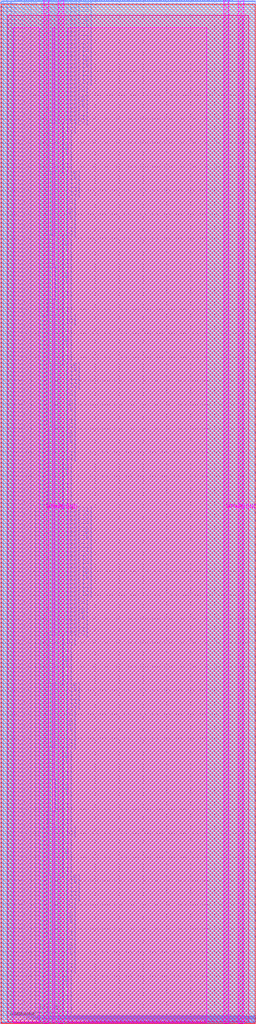
<source format=lef>
VERSION 5.7 ;
  NOWIREEXTENSIONATPIN ON ;
  DIVIDERCHAR "/" ;
  BUSBITCHARS "[]" ;
MACRO E_TT_IF2
  CLASS BLOCK ;
  FOREIGN E_TT_IF2 ;
  ORIGIN 0.000 0.000 ;
  SIZE 107.520 BY 430.080 ;
  PIN CLK_TT_PROJECT
    DIRECTION OUTPUT ;
    USE SIGNAL ;
    ANTENNADIFFAREA 0.708600 ;
    PORT
      LAYER Metal3 ;
        RECT 107.120 174.100 107.520 174.500 ;
    END
  END CLK_TT_PROJECT
  PIN ENA_TT_PROJECT
    DIRECTION OUTPUT ;
    USE SIGNAL ;
    ANTENNADIFFAREA 0.632400 ;
    PORT
      LAYER Metal3 ;
        RECT 107.120 170.740 107.520 171.140 ;
    END
  END ENA_TT_PROJECT
  PIN RST_N_TT_PROJECT
    DIRECTION OUTPUT ;
    USE SIGNAL ;
    ANTENNADIFFAREA 0.958400 ;
    PORT
      LAYER Metal3 ;
        RECT 107.120 177.460 107.520 177.860 ;
    END
  END RST_N_TT_PROJECT
  PIN Tile_X0Y0_E1END[0]
    DIRECTION INPUT ;
    USE SIGNAL ;
    ANTENNAGATEAREA 1.279200 ;
    PORT
      LAYER Metal3 ;
        RECT 0.000 295.900 0.400 296.300 ;
    END
  END Tile_X0Y0_E1END[0]
  PIN Tile_X0Y0_E1END[1]
    DIRECTION INPUT ;
    USE SIGNAL ;
    ANTENNAGATEAREA 1.279200 ;
    PORT
      LAYER Metal3 ;
        RECT 0.000 297.580 0.400 297.980 ;
    END
  END Tile_X0Y0_E1END[1]
  PIN Tile_X0Y0_E1END[2]
    DIRECTION INPUT ;
    USE SIGNAL ;
    ANTENNAGATEAREA 1.279200 ;
    PORT
      LAYER Metal3 ;
        RECT 0.000 299.260 0.400 299.660 ;
    END
  END Tile_X0Y0_E1END[2]
  PIN Tile_X0Y0_E1END[3]
    DIRECTION INPUT ;
    USE SIGNAL ;
    ANTENNAGATEAREA 1.279200 ;
    PORT
      LAYER Metal3 ;
        RECT 0.000 300.940 0.400 301.340 ;
    END
  END Tile_X0Y0_E1END[3]
  PIN Tile_X0Y0_E2END[0]
    DIRECTION INPUT ;
    USE SIGNAL ;
    ANTENNAGATEAREA 0.426400 ;
    PORT
      LAYER Metal3 ;
        RECT 0.000 316.060 0.400 316.460 ;
    END
  END Tile_X0Y0_E2END[0]
  PIN Tile_X0Y0_E2END[1]
    DIRECTION INPUT ;
    USE SIGNAL ;
    ANTENNAGATEAREA 0.426400 ;
    PORT
      LAYER Metal3 ;
        RECT 0.000 317.740 0.400 318.140 ;
    END
  END Tile_X0Y0_E2END[1]
  PIN Tile_X0Y0_E2END[2]
    DIRECTION INPUT ;
    USE SIGNAL ;
    ANTENNAGATEAREA 0.426400 ;
    PORT
      LAYER Metal3 ;
        RECT 0.000 319.420 0.400 319.820 ;
    END
  END Tile_X0Y0_E2END[2]
  PIN Tile_X0Y0_E2END[3]
    DIRECTION INPUT ;
    USE SIGNAL ;
    ANTENNAGATEAREA 0.426400 ;
    PORT
      LAYER Metal3 ;
        RECT 0.000 321.100 0.400 321.500 ;
    END
  END Tile_X0Y0_E2END[3]
  PIN Tile_X0Y0_E2END[4]
    DIRECTION INPUT ;
    USE SIGNAL ;
    ANTENNAGATEAREA 0.426400 ;
    PORT
      LAYER Metal3 ;
        RECT 0.000 322.780 0.400 323.180 ;
    END
  END Tile_X0Y0_E2END[4]
  PIN Tile_X0Y0_E2END[5]
    DIRECTION INPUT ;
    USE SIGNAL ;
    ANTENNAGATEAREA 0.426400 ;
    PORT
      LAYER Metal3 ;
        RECT 0.000 324.460 0.400 324.860 ;
    END
  END Tile_X0Y0_E2END[5]
  PIN Tile_X0Y0_E2END[6]
    DIRECTION INPUT ;
    USE SIGNAL ;
    ANTENNAGATEAREA 0.426400 ;
    PORT
      LAYER Metal3 ;
        RECT 0.000 326.140 0.400 326.540 ;
    END
  END Tile_X0Y0_E2END[6]
  PIN Tile_X0Y0_E2END[7]
    DIRECTION INPUT ;
    USE SIGNAL ;
    ANTENNAGATEAREA 0.426400 ;
    PORT
      LAYER Metal3 ;
        RECT 0.000 327.820 0.400 328.220 ;
    END
  END Tile_X0Y0_E2END[7]
  PIN Tile_X0Y0_E2MID[0]
    DIRECTION INPUT ;
    USE SIGNAL ;
    ANTENNAGATEAREA 0.426400 ;
    PORT
      LAYER Metal3 ;
        RECT 0.000 302.620 0.400 303.020 ;
    END
  END Tile_X0Y0_E2MID[0]
  PIN Tile_X0Y0_E2MID[1]
    DIRECTION INPUT ;
    USE SIGNAL ;
    ANTENNAGATEAREA 0.426400 ;
    PORT
      LAYER Metal3 ;
        RECT 0.000 304.300 0.400 304.700 ;
    END
  END Tile_X0Y0_E2MID[1]
  PIN Tile_X0Y0_E2MID[2]
    DIRECTION INPUT ;
    USE SIGNAL ;
    ANTENNAGATEAREA 0.426400 ;
    PORT
      LAYER Metal3 ;
        RECT 0.000 305.980 0.400 306.380 ;
    END
  END Tile_X0Y0_E2MID[2]
  PIN Tile_X0Y0_E2MID[3]
    DIRECTION INPUT ;
    USE SIGNAL ;
    ANTENNAGATEAREA 0.426400 ;
    PORT
      LAYER Metal3 ;
        RECT 0.000 307.660 0.400 308.060 ;
    END
  END Tile_X0Y0_E2MID[3]
  PIN Tile_X0Y0_E2MID[4]
    DIRECTION INPUT ;
    USE SIGNAL ;
    ANTENNAGATEAREA 0.426400 ;
    PORT
      LAYER Metal3 ;
        RECT 0.000 309.340 0.400 309.740 ;
    END
  END Tile_X0Y0_E2MID[4]
  PIN Tile_X0Y0_E2MID[5]
    DIRECTION INPUT ;
    USE SIGNAL ;
    ANTENNAGATEAREA 0.426400 ;
    PORT
      LAYER Metal3 ;
        RECT 0.000 311.020 0.400 311.420 ;
    END
  END Tile_X0Y0_E2MID[5]
  PIN Tile_X0Y0_E2MID[6]
    DIRECTION INPUT ;
    USE SIGNAL ;
    ANTENNAGATEAREA 0.426400 ;
    PORT
      LAYER Metal3 ;
        RECT 0.000 312.700 0.400 313.100 ;
    END
  END Tile_X0Y0_E2MID[6]
  PIN Tile_X0Y0_E2MID[7]
    DIRECTION INPUT ;
    USE SIGNAL ;
    ANTENNAGATEAREA 0.426400 ;
    PORT
      LAYER Metal3 ;
        RECT 0.000 314.380 0.400 314.780 ;
    END
  END Tile_X0Y0_E2MID[7]
  PIN Tile_X0Y0_E6END[0]
    DIRECTION INPUT ;
    USE SIGNAL ;
    ANTENNAGATEAREA 0.734000 ;
    PORT
      LAYER Metal3 ;
        RECT 0.000 356.380 0.400 356.780 ;
    END
  END Tile_X0Y0_E6END[0]
  PIN Tile_X0Y0_E6END[10]
    DIRECTION INPUT ;
    USE SIGNAL ;
    ANTENNAGATEAREA 0.947200 ;
    PORT
      LAYER Metal3 ;
        RECT 0.000 373.180 0.400 373.580 ;
    END
  END Tile_X0Y0_E6END[10]
  PIN Tile_X0Y0_E6END[11]
    DIRECTION INPUT ;
    USE SIGNAL ;
    ANTENNAGATEAREA 0.947200 ;
    PORT
      LAYER Metal3 ;
        RECT 0.000 374.860 0.400 375.260 ;
    END
  END Tile_X0Y0_E6END[11]
  PIN Tile_X0Y0_E6END[1]
    DIRECTION INPUT ;
    USE SIGNAL ;
    ANTENNAGATEAREA 0.734000 ;
    PORT
      LAYER Metal3 ;
        RECT 0.000 358.060 0.400 358.460 ;
    END
  END Tile_X0Y0_E6END[1]
  PIN Tile_X0Y0_E6END[2]
    DIRECTION INPUT ;
    USE SIGNAL ;
    ANTENNAGATEAREA 0.734000 ;
    PORT
      LAYER Metal3 ;
        RECT 0.000 359.740 0.400 360.140 ;
    END
  END Tile_X0Y0_E6END[2]
  PIN Tile_X0Y0_E6END[3]
    DIRECTION INPUT ;
    USE SIGNAL ;
    ANTENNAGATEAREA 0.734000 ;
    PORT
      LAYER Metal3 ;
        RECT 0.000 361.420 0.400 361.820 ;
    END
  END Tile_X0Y0_E6END[3]
  PIN Tile_X0Y0_E6END[4]
    DIRECTION INPUT ;
    USE SIGNAL ;
    ANTENNAGATEAREA 0.947200 ;
    PORT
      LAYER Metal3 ;
        RECT 0.000 363.100 0.400 363.500 ;
    END
  END Tile_X0Y0_E6END[4]
  PIN Tile_X0Y0_E6END[5]
    DIRECTION INPUT ;
    USE SIGNAL ;
    ANTENNAGATEAREA 0.947200 ;
    PORT
      LAYER Metal3 ;
        RECT 0.000 364.780 0.400 365.180 ;
    END
  END Tile_X0Y0_E6END[5]
  PIN Tile_X0Y0_E6END[6]
    DIRECTION INPUT ;
    USE SIGNAL ;
    ANTENNAGATEAREA 0.947200 ;
    PORT
      LAYER Metal3 ;
        RECT 0.000 366.460 0.400 366.860 ;
    END
  END Tile_X0Y0_E6END[6]
  PIN Tile_X0Y0_E6END[7]
    DIRECTION INPUT ;
    USE SIGNAL ;
    ANTENNAGATEAREA 0.947200 ;
    PORT
      LAYER Metal3 ;
        RECT 0.000 368.140 0.400 368.540 ;
    END
  END Tile_X0Y0_E6END[7]
  PIN Tile_X0Y0_E6END[8]
    DIRECTION INPUT ;
    USE SIGNAL ;
    ANTENNAGATEAREA 0.947200 ;
    PORT
      LAYER Metal3 ;
        RECT 0.000 369.820 0.400 370.220 ;
    END
  END Tile_X0Y0_E6END[8]
  PIN Tile_X0Y0_E6END[9]
    DIRECTION INPUT ;
    USE SIGNAL ;
    ANTENNAGATEAREA 0.947200 ;
    PORT
      LAYER Metal3 ;
        RECT 0.000 371.500 0.400 371.900 ;
    END
  END Tile_X0Y0_E6END[9]
  PIN Tile_X0Y0_EE4END[0]
    DIRECTION INPUT ;
    USE SIGNAL ;
    ANTENNAGATEAREA 0.426400 ;
    PORT
      LAYER Metal3 ;
        RECT 0.000 329.500 0.400 329.900 ;
    END
  END Tile_X0Y0_EE4END[0]
  PIN Tile_X0Y0_EE4END[10]
    DIRECTION INPUT ;
    USE SIGNAL ;
    ANTENNAGATEAREA 0.213200 ;
    PORT
      LAYER Metal3 ;
        RECT 0.000 346.300 0.400 346.700 ;
    END
  END Tile_X0Y0_EE4END[10]
  PIN Tile_X0Y0_EE4END[11]
    DIRECTION INPUT ;
    USE SIGNAL ;
    ANTENNAGATEAREA 0.213200 ;
    PORT
      LAYER Metal3 ;
        RECT 0.000 347.980 0.400 348.380 ;
    END
  END Tile_X0Y0_EE4END[11]
  PIN Tile_X0Y0_EE4END[12]
    DIRECTION INPUT ;
    USE SIGNAL ;
    ANTENNAGATEAREA 0.492200 ;
    PORT
      LAYER Metal3 ;
        RECT 0.000 349.660 0.400 350.060 ;
    END
  END Tile_X0Y0_EE4END[12]
  PIN Tile_X0Y0_EE4END[13]
    DIRECTION INPUT ;
    USE SIGNAL ;
    ANTENNAGATEAREA 0.492200 ;
    PORT
      LAYER Metal3 ;
        RECT 0.000 351.340 0.400 351.740 ;
    END
  END Tile_X0Y0_EE4END[13]
  PIN Tile_X0Y0_EE4END[14]
    DIRECTION INPUT ;
    USE SIGNAL ;
    ANTENNAGATEAREA 0.492200 ;
    PORT
      LAYER Metal3 ;
        RECT 0.000 353.020 0.400 353.420 ;
    END
  END Tile_X0Y0_EE4END[14]
  PIN Tile_X0Y0_EE4END[15]
    DIRECTION INPUT ;
    USE SIGNAL ;
    ANTENNAGATEAREA 0.492200 ;
    PORT
      LAYER Metal3 ;
        RECT 0.000 354.700 0.400 355.100 ;
    END
  END Tile_X0Y0_EE4END[15]
  PIN Tile_X0Y0_EE4END[1]
    DIRECTION INPUT ;
    USE SIGNAL ;
    ANTENNAGATEAREA 0.426400 ;
    PORT
      LAYER Metal3 ;
        RECT 0.000 331.180 0.400 331.580 ;
    END
  END Tile_X0Y0_EE4END[1]
  PIN Tile_X0Y0_EE4END[2]
    DIRECTION INPUT ;
    USE SIGNAL ;
    ANTENNAGATEAREA 0.426400 ;
    PORT
      LAYER Metal3 ;
        RECT 0.000 332.860 0.400 333.260 ;
    END
  END Tile_X0Y0_EE4END[2]
  PIN Tile_X0Y0_EE4END[3]
    DIRECTION INPUT ;
    USE SIGNAL ;
    ANTENNAGATEAREA 0.426400 ;
    PORT
      LAYER Metal3 ;
        RECT 0.000 334.540 0.400 334.940 ;
    END
  END Tile_X0Y0_EE4END[3]
  PIN Tile_X0Y0_EE4END[4]
    DIRECTION INPUT ;
    USE SIGNAL ;
    ANTENNAGATEAREA 0.213200 ;
    PORT
      LAYER Metal3 ;
        RECT 0.000 336.220 0.400 336.620 ;
    END
  END Tile_X0Y0_EE4END[4]
  PIN Tile_X0Y0_EE4END[5]
    DIRECTION INPUT ;
    USE SIGNAL ;
    ANTENNAGATEAREA 0.213200 ;
    PORT
      LAYER Metal3 ;
        RECT 0.000 337.900 0.400 338.300 ;
    END
  END Tile_X0Y0_EE4END[5]
  PIN Tile_X0Y0_EE4END[6]
    DIRECTION INPUT ;
    USE SIGNAL ;
    ANTENNAGATEAREA 0.213200 ;
    PORT
      LAYER Metal3 ;
        RECT 0.000 339.580 0.400 339.980 ;
    END
  END Tile_X0Y0_EE4END[6]
  PIN Tile_X0Y0_EE4END[7]
    DIRECTION INPUT ;
    USE SIGNAL ;
    ANTENNAGATEAREA 0.213200 ;
    PORT
      LAYER Metal3 ;
        RECT 0.000 341.260 0.400 341.660 ;
    END
  END Tile_X0Y0_EE4END[7]
  PIN Tile_X0Y0_EE4END[8]
    DIRECTION INPUT ;
    USE SIGNAL ;
    ANTENNAGATEAREA 0.213200 ;
    PORT
      LAYER Metal3 ;
        RECT 0.000 342.940 0.400 343.340 ;
    END
  END Tile_X0Y0_EE4END[8]
  PIN Tile_X0Y0_EE4END[9]
    DIRECTION INPUT ;
    USE SIGNAL ;
    ANTENNAGATEAREA 0.213200 ;
    PORT
      LAYER Metal3 ;
        RECT 0.000 344.620 0.400 345.020 ;
    END
  END Tile_X0Y0_EE4END[9]
  PIN Tile_X0Y0_FrameData[0]
    DIRECTION INPUT ;
    USE SIGNAL ;
    ANTENNAGATEAREA 1.445600 ;
    PORT
      LAYER Metal3 ;
        RECT 0.000 376.540 0.400 376.940 ;
    END
  END Tile_X0Y0_FrameData[0]
  PIN Tile_X0Y0_FrameData[10]
    DIRECTION INPUT ;
    USE SIGNAL ;
    ANTENNAGATEAREA 1.626300 ;
    PORT
      LAYER Metal3 ;
        RECT 0.000 393.340 0.400 393.740 ;
    END
  END Tile_X0Y0_FrameData[10]
  PIN Tile_X0Y0_FrameData[11]
    DIRECTION INPUT ;
    USE SIGNAL ;
    ANTENNAGATEAREA 1.626300 ;
    PORT
      LAYER Metal3 ;
        RECT 0.000 395.020 0.400 395.420 ;
    END
  END Tile_X0Y0_FrameData[11]
  PIN Tile_X0Y0_FrameData[12]
    DIRECTION INPUT ;
    USE SIGNAL ;
    ANTENNAGATEAREA 1.626300 ;
    PORT
      LAYER Metal3 ;
        RECT 0.000 396.700 0.400 397.100 ;
    END
  END Tile_X0Y0_FrameData[12]
  PIN Tile_X0Y0_FrameData[13]
    DIRECTION INPUT ;
    USE SIGNAL ;
    ANTENNAGATEAREA 1.626300 ;
    PORT
      LAYER Metal3 ;
        RECT 0.000 398.380 0.400 398.780 ;
    END
  END Tile_X0Y0_FrameData[13]
  PIN Tile_X0Y0_FrameData[14]
    DIRECTION INPUT ;
    USE SIGNAL ;
    ANTENNAGATEAREA 1.626300 ;
    PORT
      LAYER Metal3 ;
        RECT 0.000 400.060 0.400 400.460 ;
    END
  END Tile_X0Y0_FrameData[14]
  PIN Tile_X0Y0_FrameData[15]
    DIRECTION INPUT ;
    USE SIGNAL ;
    ANTENNAGATEAREA 1.626300 ;
    PORT
      LAYER Metal3 ;
        RECT 0.000 401.740 0.400 402.140 ;
    END
  END Tile_X0Y0_FrameData[15]
  PIN Tile_X0Y0_FrameData[16]
    DIRECTION INPUT ;
    USE SIGNAL ;
    ANTENNAGATEAREA 1.626300 ;
    PORT
      LAYER Metal3 ;
        RECT 0.000 403.420 0.400 403.820 ;
    END
  END Tile_X0Y0_FrameData[16]
  PIN Tile_X0Y0_FrameData[17]
    DIRECTION INPUT ;
    USE SIGNAL ;
    ANTENNAGATEAREA 1.626300 ;
    PORT
      LAYER Metal3 ;
        RECT 0.000 405.100 0.400 405.500 ;
    END
  END Tile_X0Y0_FrameData[17]
  PIN Tile_X0Y0_FrameData[18]
    DIRECTION INPUT ;
    USE SIGNAL ;
    ANTENNAGATEAREA 1.626300 ;
    PORT
      LAYER Metal3 ;
        RECT 0.000 406.780 0.400 407.180 ;
    END
  END Tile_X0Y0_FrameData[18]
  PIN Tile_X0Y0_FrameData[19]
    DIRECTION INPUT ;
    USE SIGNAL ;
    ANTENNAGATEAREA 1.626300 ;
    PORT
      LAYER Metal3 ;
        RECT 0.000 408.460 0.400 408.860 ;
    END
  END Tile_X0Y0_FrameData[19]
  PIN Tile_X0Y0_FrameData[1]
    DIRECTION INPUT ;
    USE SIGNAL ;
    ANTENNAGATEAREA 1.445600 ;
    PORT
      LAYER Metal3 ;
        RECT 0.000 378.220 0.400 378.620 ;
    END
  END Tile_X0Y0_FrameData[1]
  PIN Tile_X0Y0_FrameData[20]
    DIRECTION INPUT ;
    USE SIGNAL ;
    ANTENNAGATEAREA 1.626300 ;
    PORT
      LAYER Metal3 ;
        RECT 0.000 410.140 0.400 410.540 ;
    END
  END Tile_X0Y0_FrameData[20]
  PIN Tile_X0Y0_FrameData[21]
    DIRECTION INPUT ;
    USE SIGNAL ;
    ANTENNAGATEAREA 1.626300 ;
    PORT
      LAYER Metal3 ;
        RECT 0.000 411.820 0.400 412.220 ;
    END
  END Tile_X0Y0_FrameData[21]
  PIN Tile_X0Y0_FrameData[22]
    DIRECTION INPUT ;
    USE SIGNAL ;
    ANTENNAGATEAREA 1.626300 ;
    PORT
      LAYER Metal3 ;
        RECT 0.000 413.500 0.400 413.900 ;
    END
  END Tile_X0Y0_FrameData[22]
  PIN Tile_X0Y0_FrameData[23]
    DIRECTION INPUT ;
    USE SIGNAL ;
    ANTENNAGATEAREA 1.626300 ;
    PORT
      LAYER Metal3 ;
        RECT 0.000 415.180 0.400 415.580 ;
    END
  END Tile_X0Y0_FrameData[23]
  PIN Tile_X0Y0_FrameData[24]
    DIRECTION INPUT ;
    USE SIGNAL ;
    ANTENNAGATEAREA 1.626300 ;
    PORT
      LAYER Metal3 ;
        RECT 0.000 416.860 0.400 417.260 ;
    END
  END Tile_X0Y0_FrameData[24]
  PIN Tile_X0Y0_FrameData[25]
    DIRECTION INPUT ;
    USE SIGNAL ;
    ANTENNAGATEAREA 1.626300 ;
    PORT
      LAYER Metal3 ;
        RECT 0.000 418.540 0.400 418.940 ;
    END
  END Tile_X0Y0_FrameData[25]
  PIN Tile_X0Y0_FrameData[26]
    DIRECTION INPUT ;
    USE SIGNAL ;
    ANTENNAGATEAREA 1.626300 ;
    PORT
      LAYER Metal3 ;
        RECT 0.000 420.220 0.400 420.620 ;
    END
  END Tile_X0Y0_FrameData[26]
  PIN Tile_X0Y0_FrameData[27]
    DIRECTION INPUT ;
    USE SIGNAL ;
    ANTENNAGATEAREA 1.626300 ;
    PORT
      LAYER Metal3 ;
        RECT 0.000 421.900 0.400 422.300 ;
    END
  END Tile_X0Y0_FrameData[27]
  PIN Tile_X0Y0_FrameData[28]
    DIRECTION INPUT ;
    USE SIGNAL ;
    ANTENNAGATEAREA 1.626300 ;
    PORT
      LAYER Metal3 ;
        RECT 0.000 423.580 0.400 423.980 ;
    END
  END Tile_X0Y0_FrameData[28]
  PIN Tile_X0Y0_FrameData[29]
    DIRECTION INPUT ;
    USE SIGNAL ;
    ANTENNAGATEAREA 1.626300 ;
    PORT
      LAYER Metal3 ;
        RECT 0.000 425.260 0.400 425.660 ;
    END
  END Tile_X0Y0_FrameData[29]
  PIN Tile_X0Y0_FrameData[2]
    DIRECTION INPUT ;
    USE SIGNAL ;
    ANTENNAGATEAREA 1.445600 ;
    PORT
      LAYER Metal3 ;
        RECT 0.000 379.900 0.400 380.300 ;
    END
  END Tile_X0Y0_FrameData[2]
  PIN Tile_X0Y0_FrameData[30]
    DIRECTION INPUT ;
    USE SIGNAL ;
    ANTENNAGATEAREA 1.626300 ;
    PORT
      LAYER Metal3 ;
        RECT 0.000 426.940 0.400 427.340 ;
    END
  END Tile_X0Y0_FrameData[30]
  PIN Tile_X0Y0_FrameData[31]
    DIRECTION INPUT ;
    USE SIGNAL ;
    ANTENNAGATEAREA 1.626300 ;
    PORT
      LAYER Metal3 ;
        RECT 0.000 428.620 0.400 429.020 ;
    END
  END Tile_X0Y0_FrameData[31]
  PIN Tile_X0Y0_FrameData[3]
    DIRECTION INPUT ;
    USE SIGNAL ;
    ANTENNAGATEAREA 1.445600 ;
    PORT
      LAYER Metal3 ;
        RECT 0.000 381.580 0.400 381.980 ;
    END
  END Tile_X0Y0_FrameData[3]
  PIN Tile_X0Y0_FrameData[4]
    DIRECTION INPUT ;
    USE SIGNAL ;
    ANTENNAGATEAREA 1.445600 ;
    PORT
      LAYER Metal3 ;
        RECT 0.000 383.260 0.400 383.660 ;
    END
  END Tile_X0Y0_FrameData[4]
  PIN Tile_X0Y0_FrameData[5]
    DIRECTION INPUT ;
    USE SIGNAL ;
    ANTENNAGATEAREA 1.445600 ;
    PORT
      LAYER Metal3 ;
        RECT 0.000 384.940 0.400 385.340 ;
    END
  END Tile_X0Y0_FrameData[5]
  PIN Tile_X0Y0_FrameData[6]
    DIRECTION INPUT ;
    USE SIGNAL ;
    ANTENNAGATEAREA 1.445600 ;
    PORT
      LAYER Metal3 ;
        RECT 0.000 386.620 0.400 387.020 ;
    END
  END Tile_X0Y0_FrameData[6]
  PIN Tile_X0Y0_FrameData[7]
    DIRECTION INPUT ;
    USE SIGNAL ;
    ANTENNAGATEAREA 1.445600 ;
    PORT
      LAYER Metal3 ;
        RECT 0.000 388.300 0.400 388.700 ;
    END
  END Tile_X0Y0_FrameData[7]
  PIN Tile_X0Y0_FrameData[8]
    DIRECTION INPUT ;
    USE SIGNAL ;
    ANTENNAGATEAREA 1.626300 ;
    PORT
      LAYER Metal3 ;
        RECT 0.000 389.980 0.400 390.380 ;
    END
  END Tile_X0Y0_FrameData[8]
  PIN Tile_X0Y0_FrameData[9]
    DIRECTION INPUT ;
    USE SIGNAL ;
    ANTENNAGATEAREA 1.626300 ;
    PORT
      LAYER Metal3 ;
        RECT 0.000 391.660 0.400 392.060 ;
    END
  END Tile_X0Y0_FrameData[9]
  PIN Tile_X0Y0_FrameData_O[0]
    DIRECTION OUTPUT ;
    USE SIGNAL ;
    ANTENNADIFFAREA 0.708600 ;
    PORT
      LAYER Metal3 ;
        RECT 107.120 180.820 107.520 181.220 ;
    END
  END Tile_X0Y0_FrameData_O[0]
  PIN Tile_X0Y0_FrameData_O[10]
    DIRECTION OUTPUT ;
    USE SIGNAL ;
    ANTENNADIFFAREA 0.708600 ;
    PORT
      LAYER Metal3 ;
        RECT 107.120 214.420 107.520 214.820 ;
    END
  END Tile_X0Y0_FrameData_O[10]
  PIN Tile_X0Y0_FrameData_O[11]
    DIRECTION OUTPUT ;
    USE SIGNAL ;
    ANTENNADIFFAREA 0.708600 ;
    PORT
      LAYER Metal3 ;
        RECT 107.120 217.780 107.520 218.180 ;
    END
  END Tile_X0Y0_FrameData_O[11]
  PIN Tile_X0Y0_FrameData_O[12]
    DIRECTION OUTPUT ;
    USE SIGNAL ;
    ANTENNADIFFAREA 0.708600 ;
    PORT
      LAYER Metal3 ;
        RECT 107.120 221.140 107.520 221.540 ;
    END
  END Tile_X0Y0_FrameData_O[12]
  PIN Tile_X0Y0_FrameData_O[13]
    DIRECTION OUTPUT ;
    USE SIGNAL ;
    ANTENNADIFFAREA 0.708600 ;
    PORT
      LAYER Metal3 ;
        RECT 107.120 224.500 107.520 224.900 ;
    END
  END Tile_X0Y0_FrameData_O[13]
  PIN Tile_X0Y0_FrameData_O[14]
    DIRECTION OUTPUT ;
    USE SIGNAL ;
    ANTENNADIFFAREA 0.708600 ;
    PORT
      LAYER Metal3 ;
        RECT 107.120 227.860 107.520 228.260 ;
    END
  END Tile_X0Y0_FrameData_O[14]
  PIN Tile_X0Y0_FrameData_O[15]
    DIRECTION OUTPUT ;
    USE SIGNAL ;
    ANTENNADIFFAREA 0.708600 ;
    PORT
      LAYER Metal3 ;
        RECT 107.120 231.220 107.520 231.620 ;
    END
  END Tile_X0Y0_FrameData_O[15]
  PIN Tile_X0Y0_FrameData_O[16]
    DIRECTION OUTPUT ;
    USE SIGNAL ;
    ANTENNADIFFAREA 0.708600 ;
    PORT
      LAYER Metal3 ;
        RECT 107.120 234.580 107.520 234.980 ;
    END
  END Tile_X0Y0_FrameData_O[16]
  PIN Tile_X0Y0_FrameData_O[17]
    DIRECTION OUTPUT ;
    USE SIGNAL ;
    ANTENNADIFFAREA 0.708600 ;
    PORT
      LAYER Metal3 ;
        RECT 107.120 237.940 107.520 238.340 ;
    END
  END Tile_X0Y0_FrameData_O[17]
  PIN Tile_X0Y0_FrameData_O[18]
    DIRECTION OUTPUT ;
    USE SIGNAL ;
    ANTENNADIFFAREA 0.708600 ;
    PORT
      LAYER Metal3 ;
        RECT 107.120 241.300 107.520 241.700 ;
    END
  END Tile_X0Y0_FrameData_O[18]
  PIN Tile_X0Y0_FrameData_O[19]
    DIRECTION OUTPUT ;
    USE SIGNAL ;
    ANTENNADIFFAREA 0.708600 ;
    PORT
      LAYER Metal3 ;
        RECT 107.120 244.660 107.520 245.060 ;
    END
  END Tile_X0Y0_FrameData_O[19]
  PIN Tile_X0Y0_FrameData_O[1]
    DIRECTION OUTPUT ;
    USE SIGNAL ;
    ANTENNADIFFAREA 0.708600 ;
    PORT
      LAYER Metal3 ;
        RECT 107.120 184.180 107.520 184.580 ;
    END
  END Tile_X0Y0_FrameData_O[1]
  PIN Tile_X0Y0_FrameData_O[20]
    DIRECTION OUTPUT ;
    USE SIGNAL ;
    ANTENNADIFFAREA 0.708600 ;
    PORT
      LAYER Metal3 ;
        RECT 107.120 248.020 107.520 248.420 ;
    END
  END Tile_X0Y0_FrameData_O[20]
  PIN Tile_X0Y0_FrameData_O[21]
    DIRECTION OUTPUT ;
    USE SIGNAL ;
    ANTENNADIFFAREA 0.708600 ;
    PORT
      LAYER Metal3 ;
        RECT 107.120 251.380 107.520 251.780 ;
    END
  END Tile_X0Y0_FrameData_O[21]
  PIN Tile_X0Y0_FrameData_O[22]
    DIRECTION OUTPUT ;
    USE SIGNAL ;
    ANTENNADIFFAREA 0.708600 ;
    PORT
      LAYER Metal3 ;
        RECT 107.120 254.740 107.520 255.140 ;
    END
  END Tile_X0Y0_FrameData_O[22]
  PIN Tile_X0Y0_FrameData_O[23]
    DIRECTION OUTPUT ;
    USE SIGNAL ;
    ANTENNADIFFAREA 0.708600 ;
    PORT
      LAYER Metal3 ;
        RECT 107.120 258.100 107.520 258.500 ;
    END
  END Tile_X0Y0_FrameData_O[23]
  PIN Tile_X0Y0_FrameData_O[24]
    DIRECTION OUTPUT ;
    USE SIGNAL ;
    ANTENNADIFFAREA 0.708600 ;
    PORT
      LAYER Metal3 ;
        RECT 107.120 261.460 107.520 261.860 ;
    END
  END Tile_X0Y0_FrameData_O[24]
  PIN Tile_X0Y0_FrameData_O[25]
    DIRECTION OUTPUT ;
    USE SIGNAL ;
    ANTENNADIFFAREA 0.708600 ;
    PORT
      LAYER Metal3 ;
        RECT 107.120 264.820 107.520 265.220 ;
    END
  END Tile_X0Y0_FrameData_O[25]
  PIN Tile_X0Y0_FrameData_O[26]
    DIRECTION OUTPUT ;
    USE SIGNAL ;
    ANTENNADIFFAREA 0.708600 ;
    PORT
      LAYER Metal3 ;
        RECT 107.120 268.180 107.520 268.580 ;
    END
  END Tile_X0Y0_FrameData_O[26]
  PIN Tile_X0Y0_FrameData_O[27]
    DIRECTION OUTPUT ;
    USE SIGNAL ;
    ANTENNADIFFAREA 0.708600 ;
    PORT
      LAYER Metal3 ;
        RECT 107.120 271.540 107.520 271.940 ;
    END
  END Tile_X0Y0_FrameData_O[27]
  PIN Tile_X0Y0_FrameData_O[28]
    DIRECTION OUTPUT ;
    USE SIGNAL ;
    ANTENNADIFFAREA 0.708600 ;
    PORT
      LAYER Metal3 ;
        RECT 107.120 274.900 107.520 275.300 ;
    END
  END Tile_X0Y0_FrameData_O[28]
  PIN Tile_X0Y0_FrameData_O[29]
    DIRECTION OUTPUT ;
    USE SIGNAL ;
    ANTENNADIFFAREA 0.708600 ;
    PORT
      LAYER Metal3 ;
        RECT 107.120 278.260 107.520 278.660 ;
    END
  END Tile_X0Y0_FrameData_O[29]
  PIN Tile_X0Y0_FrameData_O[2]
    DIRECTION OUTPUT ;
    USE SIGNAL ;
    ANTENNADIFFAREA 0.708600 ;
    PORT
      LAYER Metal3 ;
        RECT 107.120 187.540 107.520 187.940 ;
    END
  END Tile_X0Y0_FrameData_O[2]
  PIN Tile_X0Y0_FrameData_O[30]
    DIRECTION OUTPUT ;
    USE SIGNAL ;
    ANTENNADIFFAREA 0.708600 ;
    PORT
      LAYER Metal3 ;
        RECT 107.120 281.620 107.520 282.020 ;
    END
  END Tile_X0Y0_FrameData_O[30]
  PIN Tile_X0Y0_FrameData_O[31]
    DIRECTION OUTPUT ;
    USE SIGNAL ;
    ANTENNADIFFAREA 0.708600 ;
    PORT
      LAYER Metal3 ;
        RECT 107.120 284.980 107.520 285.380 ;
    END
  END Tile_X0Y0_FrameData_O[31]
  PIN Tile_X0Y0_FrameData_O[3]
    DIRECTION OUTPUT ;
    USE SIGNAL ;
    ANTENNADIFFAREA 0.708600 ;
    PORT
      LAYER Metal3 ;
        RECT 107.120 190.900 107.520 191.300 ;
    END
  END Tile_X0Y0_FrameData_O[3]
  PIN Tile_X0Y0_FrameData_O[4]
    DIRECTION OUTPUT ;
    USE SIGNAL ;
    ANTENNADIFFAREA 0.708600 ;
    PORT
      LAYER Metal3 ;
        RECT 107.120 194.260 107.520 194.660 ;
    END
  END Tile_X0Y0_FrameData_O[4]
  PIN Tile_X0Y0_FrameData_O[5]
    DIRECTION OUTPUT ;
    USE SIGNAL ;
    ANTENNADIFFAREA 0.708600 ;
    PORT
      LAYER Metal3 ;
        RECT 107.120 197.620 107.520 198.020 ;
    END
  END Tile_X0Y0_FrameData_O[5]
  PIN Tile_X0Y0_FrameData_O[6]
    DIRECTION OUTPUT ;
    USE SIGNAL ;
    ANTENNADIFFAREA 0.708600 ;
    PORT
      LAYER Metal3 ;
        RECT 107.120 200.980 107.520 201.380 ;
    END
  END Tile_X0Y0_FrameData_O[6]
  PIN Tile_X0Y0_FrameData_O[7]
    DIRECTION OUTPUT ;
    USE SIGNAL ;
    ANTENNADIFFAREA 0.708600 ;
    PORT
      LAYER Metal3 ;
        RECT 107.120 204.340 107.520 204.740 ;
    END
  END Tile_X0Y0_FrameData_O[7]
  PIN Tile_X0Y0_FrameData_O[8]
    DIRECTION OUTPUT ;
    USE SIGNAL ;
    ANTENNADIFFAREA 0.708600 ;
    PORT
      LAYER Metal3 ;
        RECT 107.120 207.700 107.520 208.100 ;
    END
  END Tile_X0Y0_FrameData_O[8]
  PIN Tile_X0Y0_FrameData_O[9]
    DIRECTION OUTPUT ;
    USE SIGNAL ;
    ANTENNADIFFAREA 0.708600 ;
    PORT
      LAYER Metal3 ;
        RECT 107.120 211.060 107.520 211.460 ;
    END
  END Tile_X0Y0_FrameData_O[9]
  PIN Tile_X0Y0_FrameStrobe_O[0]
    DIRECTION OUTPUT ;
    USE SIGNAL ;
    ANTENNADIFFAREA 0.708600 ;
    PORT
      LAYER Metal2 ;
        RECT 79.000 429.680 79.400 430.080 ;
    END
  END Tile_X0Y0_FrameStrobe_O[0]
  PIN Tile_X0Y0_FrameStrobe_O[10]
    DIRECTION OUTPUT ;
    USE SIGNAL ;
    ANTENNADIFFAREA 0.708600 ;
    PORT
      LAYER Metal2 ;
        RECT 88.600 429.680 89.000 430.080 ;
    END
  END Tile_X0Y0_FrameStrobe_O[10]
  PIN Tile_X0Y0_FrameStrobe_O[11]
    DIRECTION OUTPUT ;
    USE SIGNAL ;
    ANTENNADIFFAREA 0.708600 ;
    PORT
      LAYER Metal2 ;
        RECT 89.560 429.680 89.960 430.080 ;
    END
  END Tile_X0Y0_FrameStrobe_O[11]
  PIN Tile_X0Y0_FrameStrobe_O[12]
    DIRECTION OUTPUT ;
    USE SIGNAL ;
    ANTENNADIFFAREA 0.708600 ;
    PORT
      LAYER Metal2 ;
        RECT 90.520 429.680 90.920 430.080 ;
    END
  END Tile_X0Y0_FrameStrobe_O[12]
  PIN Tile_X0Y0_FrameStrobe_O[13]
    DIRECTION OUTPUT ;
    USE SIGNAL ;
    ANTENNADIFFAREA 0.708600 ;
    PORT
      LAYER Metal2 ;
        RECT 91.480 429.680 91.880 430.080 ;
    END
  END Tile_X0Y0_FrameStrobe_O[13]
  PIN Tile_X0Y0_FrameStrobe_O[14]
    DIRECTION OUTPUT ;
    USE SIGNAL ;
    ANTENNADIFFAREA 0.708600 ;
    PORT
      LAYER Metal2 ;
        RECT 92.440 429.680 92.840 430.080 ;
    END
  END Tile_X0Y0_FrameStrobe_O[14]
  PIN Tile_X0Y0_FrameStrobe_O[15]
    DIRECTION OUTPUT ;
    USE SIGNAL ;
    ANTENNADIFFAREA 0.708600 ;
    PORT
      LAYER Metal2 ;
        RECT 93.400 429.680 93.800 430.080 ;
    END
  END Tile_X0Y0_FrameStrobe_O[15]
  PIN Tile_X0Y0_FrameStrobe_O[16]
    DIRECTION OUTPUT ;
    USE SIGNAL ;
    ANTENNADIFFAREA 0.708600 ;
    PORT
      LAYER Metal2 ;
        RECT 94.360 429.680 94.760 430.080 ;
    END
  END Tile_X0Y0_FrameStrobe_O[16]
  PIN Tile_X0Y0_FrameStrobe_O[17]
    DIRECTION OUTPUT ;
    USE SIGNAL ;
    ANTENNADIFFAREA 0.708600 ;
    PORT
      LAYER Metal2 ;
        RECT 95.320 429.680 95.720 430.080 ;
    END
  END Tile_X0Y0_FrameStrobe_O[17]
  PIN Tile_X0Y0_FrameStrobe_O[18]
    DIRECTION OUTPUT ;
    USE SIGNAL ;
    ANTENNADIFFAREA 0.708600 ;
    PORT
      LAYER Metal2 ;
        RECT 96.280 429.680 96.680 430.080 ;
    END
  END Tile_X0Y0_FrameStrobe_O[18]
  PIN Tile_X0Y0_FrameStrobe_O[19]
    DIRECTION OUTPUT ;
    USE SIGNAL ;
    ANTENNADIFFAREA 0.708600 ;
    PORT
      LAYER Metal2 ;
        RECT 97.240 429.680 97.640 430.080 ;
    END
  END Tile_X0Y0_FrameStrobe_O[19]
  PIN Tile_X0Y0_FrameStrobe_O[1]
    DIRECTION OUTPUT ;
    USE SIGNAL ;
    ANTENNADIFFAREA 0.708600 ;
    PORT
      LAYER Metal2 ;
        RECT 79.960 429.680 80.360 430.080 ;
    END
  END Tile_X0Y0_FrameStrobe_O[1]
  PIN Tile_X0Y0_FrameStrobe_O[2]
    DIRECTION OUTPUT ;
    USE SIGNAL ;
    ANTENNADIFFAREA 0.708600 ;
    PORT
      LAYER Metal2 ;
        RECT 80.920 429.680 81.320 430.080 ;
    END
  END Tile_X0Y0_FrameStrobe_O[2]
  PIN Tile_X0Y0_FrameStrobe_O[3]
    DIRECTION OUTPUT ;
    USE SIGNAL ;
    ANTENNADIFFAREA 0.708600 ;
    PORT
      LAYER Metal2 ;
        RECT 81.880 429.680 82.280 430.080 ;
    END
  END Tile_X0Y0_FrameStrobe_O[3]
  PIN Tile_X0Y0_FrameStrobe_O[4]
    DIRECTION OUTPUT ;
    USE SIGNAL ;
    ANTENNADIFFAREA 0.708600 ;
    PORT
      LAYER Metal2 ;
        RECT 82.840 429.680 83.240 430.080 ;
    END
  END Tile_X0Y0_FrameStrobe_O[4]
  PIN Tile_X0Y0_FrameStrobe_O[5]
    DIRECTION OUTPUT ;
    USE SIGNAL ;
    ANTENNADIFFAREA 0.708600 ;
    PORT
      LAYER Metal2 ;
        RECT 83.800 429.680 84.200 430.080 ;
    END
  END Tile_X0Y0_FrameStrobe_O[5]
  PIN Tile_X0Y0_FrameStrobe_O[6]
    DIRECTION OUTPUT ;
    USE SIGNAL ;
    ANTENNADIFFAREA 0.708600 ;
    PORT
      LAYER Metal2 ;
        RECT 84.760 429.680 85.160 430.080 ;
    END
  END Tile_X0Y0_FrameStrobe_O[6]
  PIN Tile_X0Y0_FrameStrobe_O[7]
    DIRECTION OUTPUT ;
    USE SIGNAL ;
    ANTENNADIFFAREA 0.708600 ;
    PORT
      LAYER Metal2 ;
        RECT 85.720 429.680 86.120 430.080 ;
    END
  END Tile_X0Y0_FrameStrobe_O[7]
  PIN Tile_X0Y0_FrameStrobe_O[8]
    DIRECTION OUTPUT ;
    USE SIGNAL ;
    ANTENNADIFFAREA 0.708600 ;
    PORT
      LAYER Metal2 ;
        RECT 86.680 429.680 87.080 430.080 ;
    END
  END Tile_X0Y0_FrameStrobe_O[8]
  PIN Tile_X0Y0_FrameStrobe_O[9]
    DIRECTION OUTPUT ;
    USE SIGNAL ;
    ANTENNADIFFAREA 0.708600 ;
    PORT
      LAYER Metal2 ;
        RECT 87.640 429.680 88.040 430.080 ;
    END
  END Tile_X0Y0_FrameStrobe_O[9]
  PIN Tile_X0Y0_N1BEG[0]
    DIRECTION OUTPUT ;
    USE SIGNAL ;
    ANTENNADIFFAREA 0.708600 ;
    PORT
      LAYER Metal2 ;
        RECT 8.920 429.680 9.320 430.080 ;
    END
  END Tile_X0Y0_N1BEG[0]
  PIN Tile_X0Y0_N1BEG[1]
    DIRECTION OUTPUT ;
    USE SIGNAL ;
    ANTENNADIFFAREA 0.708600 ;
    PORT
      LAYER Metal2 ;
        RECT 9.880 429.680 10.280 430.080 ;
    END
  END Tile_X0Y0_N1BEG[1]
  PIN Tile_X0Y0_N1BEG[2]
    DIRECTION OUTPUT ;
    USE SIGNAL ;
    ANTENNADIFFAREA 0.708600 ;
    PORT
      LAYER Metal2 ;
        RECT 10.840 429.680 11.240 430.080 ;
    END
  END Tile_X0Y0_N1BEG[2]
  PIN Tile_X0Y0_N1BEG[3]
    DIRECTION OUTPUT ;
    USE SIGNAL ;
    ANTENNADIFFAREA 0.708600 ;
    PORT
      LAYER Metal2 ;
        RECT 11.800 429.680 12.200 430.080 ;
    END
  END Tile_X0Y0_N1BEG[3]
  PIN Tile_X0Y0_N2BEG[0]
    DIRECTION OUTPUT ;
    USE SIGNAL ;
    ANTENNADIFFAREA 0.708600 ;
    PORT
      LAYER Metal2 ;
        RECT 12.760 429.680 13.160 430.080 ;
    END
  END Tile_X0Y0_N2BEG[0]
  PIN Tile_X0Y0_N2BEG[1]
    DIRECTION OUTPUT ;
    USE SIGNAL ;
    ANTENNADIFFAREA 0.708600 ;
    PORT
      LAYER Metal2 ;
        RECT 13.720 429.680 14.120 430.080 ;
    END
  END Tile_X0Y0_N2BEG[1]
  PIN Tile_X0Y0_N2BEG[2]
    DIRECTION OUTPUT ;
    USE SIGNAL ;
    ANTENNADIFFAREA 0.708600 ;
    PORT
      LAYER Metal2 ;
        RECT 14.680 429.680 15.080 430.080 ;
    END
  END Tile_X0Y0_N2BEG[2]
  PIN Tile_X0Y0_N2BEG[3]
    DIRECTION OUTPUT ;
    USE SIGNAL ;
    ANTENNADIFFAREA 0.708600 ;
    PORT
      LAYER Metal2 ;
        RECT 15.640 429.680 16.040 430.080 ;
    END
  END Tile_X0Y0_N2BEG[3]
  PIN Tile_X0Y0_N2BEG[4]
    DIRECTION OUTPUT ;
    USE SIGNAL ;
    ANTENNADIFFAREA 0.708600 ;
    PORT
      LAYER Metal2 ;
        RECT 16.600 429.680 17.000 430.080 ;
    END
  END Tile_X0Y0_N2BEG[4]
  PIN Tile_X0Y0_N2BEG[5]
    DIRECTION OUTPUT ;
    USE SIGNAL ;
    ANTENNADIFFAREA 0.708600 ;
    PORT
      LAYER Metal2 ;
        RECT 17.560 429.680 17.960 430.080 ;
    END
  END Tile_X0Y0_N2BEG[5]
  PIN Tile_X0Y0_N2BEG[6]
    DIRECTION OUTPUT ;
    USE SIGNAL ;
    ANTENNADIFFAREA 0.708600 ;
    PORT
      LAYER Metal2 ;
        RECT 18.520 429.680 18.920 430.080 ;
    END
  END Tile_X0Y0_N2BEG[6]
  PIN Tile_X0Y0_N2BEG[7]
    DIRECTION OUTPUT ;
    USE SIGNAL ;
    ANTENNADIFFAREA 0.708600 ;
    PORT
      LAYER Metal2 ;
        RECT 19.480 429.680 19.880 430.080 ;
    END
  END Tile_X0Y0_N2BEG[7]
  PIN Tile_X0Y0_N2BEGb[0]
    DIRECTION OUTPUT ;
    USE SIGNAL ;
    ANTENNADIFFAREA 0.708600 ;
    PORT
      LAYER Metal2 ;
        RECT 20.440 429.680 20.840 430.080 ;
    END
  END Tile_X0Y0_N2BEGb[0]
  PIN Tile_X0Y0_N2BEGb[1]
    DIRECTION OUTPUT ;
    USE SIGNAL ;
    ANTENNADIFFAREA 0.708600 ;
    PORT
      LAYER Metal2 ;
        RECT 21.400 429.680 21.800 430.080 ;
    END
  END Tile_X0Y0_N2BEGb[1]
  PIN Tile_X0Y0_N2BEGb[2]
    DIRECTION OUTPUT ;
    USE SIGNAL ;
    ANTENNADIFFAREA 0.708600 ;
    PORT
      LAYER Metal2 ;
        RECT 22.360 429.680 22.760 430.080 ;
    END
  END Tile_X0Y0_N2BEGb[2]
  PIN Tile_X0Y0_N2BEGb[3]
    DIRECTION OUTPUT ;
    USE SIGNAL ;
    ANTENNADIFFAREA 0.708600 ;
    PORT
      LAYER Metal2 ;
        RECT 23.320 429.680 23.720 430.080 ;
    END
  END Tile_X0Y0_N2BEGb[3]
  PIN Tile_X0Y0_N2BEGb[4]
    DIRECTION OUTPUT ;
    USE SIGNAL ;
    ANTENNADIFFAREA 0.708600 ;
    PORT
      LAYER Metal2 ;
        RECT 24.280 429.680 24.680 430.080 ;
    END
  END Tile_X0Y0_N2BEGb[4]
  PIN Tile_X0Y0_N2BEGb[5]
    DIRECTION OUTPUT ;
    USE SIGNAL ;
    ANTENNADIFFAREA 0.708600 ;
    PORT
      LAYER Metal2 ;
        RECT 25.240 429.680 25.640 430.080 ;
    END
  END Tile_X0Y0_N2BEGb[5]
  PIN Tile_X0Y0_N2BEGb[6]
    DIRECTION OUTPUT ;
    USE SIGNAL ;
    ANTENNADIFFAREA 0.708600 ;
    PORT
      LAYER Metal2 ;
        RECT 26.200 429.680 26.600 430.080 ;
    END
  END Tile_X0Y0_N2BEGb[6]
  PIN Tile_X0Y0_N2BEGb[7]
    DIRECTION OUTPUT ;
    USE SIGNAL ;
    ANTENNADIFFAREA 0.708600 ;
    PORT
      LAYER Metal2 ;
        RECT 27.160 429.680 27.560 430.080 ;
    END
  END Tile_X0Y0_N2BEGb[7]
  PIN Tile_X0Y0_N4BEG[0]
    DIRECTION OUTPUT ;
    USE SIGNAL ;
    ANTENNADIFFAREA 0.708600 ;
    PORT
      LAYER Metal2 ;
        RECT 28.120 429.680 28.520 430.080 ;
    END
  END Tile_X0Y0_N4BEG[0]
  PIN Tile_X0Y0_N4BEG[10]
    DIRECTION OUTPUT ;
    USE SIGNAL ;
    ANTENNADIFFAREA 0.708600 ;
    PORT
      LAYER Metal2 ;
        RECT 37.720 429.680 38.120 430.080 ;
    END
  END Tile_X0Y0_N4BEG[10]
  PIN Tile_X0Y0_N4BEG[11]
    DIRECTION OUTPUT ;
    USE SIGNAL ;
    ANTENNADIFFAREA 0.708600 ;
    PORT
      LAYER Metal2 ;
        RECT 38.680 429.680 39.080 430.080 ;
    END
  END Tile_X0Y0_N4BEG[11]
  PIN Tile_X0Y0_N4BEG[12]
    DIRECTION OUTPUT ;
    USE SIGNAL ;
    ANTENNADIFFAREA 0.708600 ;
    PORT
      LAYER Metal2 ;
        RECT 39.640 429.680 40.040 430.080 ;
    END
  END Tile_X0Y0_N4BEG[12]
  PIN Tile_X0Y0_N4BEG[13]
    DIRECTION OUTPUT ;
    USE SIGNAL ;
    ANTENNADIFFAREA 0.708600 ;
    PORT
      LAYER Metal2 ;
        RECT 40.600 429.680 41.000 430.080 ;
    END
  END Tile_X0Y0_N4BEG[13]
  PIN Tile_X0Y0_N4BEG[14]
    DIRECTION OUTPUT ;
    USE SIGNAL ;
    ANTENNADIFFAREA 0.708600 ;
    PORT
      LAYER Metal2 ;
        RECT 41.560 429.680 41.960 430.080 ;
    END
  END Tile_X0Y0_N4BEG[14]
  PIN Tile_X0Y0_N4BEG[15]
    DIRECTION OUTPUT ;
    USE SIGNAL ;
    ANTENNADIFFAREA 0.708600 ;
    PORT
      LAYER Metal2 ;
        RECT 42.520 429.680 42.920 430.080 ;
    END
  END Tile_X0Y0_N4BEG[15]
  PIN Tile_X0Y0_N4BEG[1]
    DIRECTION OUTPUT ;
    USE SIGNAL ;
    ANTENNADIFFAREA 0.708600 ;
    PORT
      LAYER Metal2 ;
        RECT 29.080 429.680 29.480 430.080 ;
    END
  END Tile_X0Y0_N4BEG[1]
  PIN Tile_X0Y0_N4BEG[2]
    DIRECTION OUTPUT ;
    USE SIGNAL ;
    ANTENNADIFFAREA 0.708600 ;
    PORT
      LAYER Metal2 ;
        RECT 30.040 429.680 30.440 430.080 ;
    END
  END Tile_X0Y0_N4BEG[2]
  PIN Tile_X0Y0_N4BEG[3]
    DIRECTION OUTPUT ;
    USE SIGNAL ;
    ANTENNADIFFAREA 0.708600 ;
    PORT
      LAYER Metal2 ;
        RECT 31.000 429.680 31.400 430.080 ;
    END
  END Tile_X0Y0_N4BEG[3]
  PIN Tile_X0Y0_N4BEG[4]
    DIRECTION OUTPUT ;
    USE SIGNAL ;
    ANTENNADIFFAREA 0.708600 ;
    PORT
      LAYER Metal2 ;
        RECT 31.960 429.680 32.360 430.080 ;
    END
  END Tile_X0Y0_N4BEG[4]
  PIN Tile_X0Y0_N4BEG[5]
    DIRECTION OUTPUT ;
    USE SIGNAL ;
    ANTENNADIFFAREA 0.708600 ;
    PORT
      LAYER Metal2 ;
        RECT 32.920 429.680 33.320 430.080 ;
    END
  END Tile_X0Y0_N4BEG[5]
  PIN Tile_X0Y0_N4BEG[6]
    DIRECTION OUTPUT ;
    USE SIGNAL ;
    ANTENNADIFFAREA 0.708600 ;
    PORT
      LAYER Metal2 ;
        RECT 33.880 429.680 34.280 430.080 ;
    END
  END Tile_X0Y0_N4BEG[6]
  PIN Tile_X0Y0_N4BEG[7]
    DIRECTION OUTPUT ;
    USE SIGNAL ;
    ANTENNADIFFAREA 0.708600 ;
    PORT
      LAYER Metal2 ;
        RECT 34.840 429.680 35.240 430.080 ;
    END
  END Tile_X0Y0_N4BEG[7]
  PIN Tile_X0Y0_N4BEG[8]
    DIRECTION OUTPUT ;
    USE SIGNAL ;
    ANTENNADIFFAREA 0.708600 ;
    PORT
      LAYER Metal2 ;
        RECT 35.800 429.680 36.200 430.080 ;
    END
  END Tile_X0Y0_N4BEG[8]
  PIN Tile_X0Y0_N4BEG[9]
    DIRECTION OUTPUT ;
    USE SIGNAL ;
    ANTENNADIFFAREA 0.708600 ;
    PORT
      LAYER Metal2 ;
        RECT 36.760 429.680 37.160 430.080 ;
    END
  END Tile_X0Y0_N4BEG[9]
  PIN Tile_X0Y0_S1END[0]
    DIRECTION INPUT ;
    USE SIGNAL ;
    ANTENNAGATEAREA 1.307800 ;
    PORT
      LAYER Metal2 ;
        RECT 43.480 429.680 43.880 430.080 ;
    END
  END Tile_X0Y0_S1END[0]
  PIN Tile_X0Y0_S1END[1]
    DIRECTION INPUT ;
    USE SIGNAL ;
    ANTENNAGATEAREA 1.307800 ;
    PORT
      LAYER Metal2 ;
        RECT 44.440 429.680 44.840 430.080 ;
    END
  END Tile_X0Y0_S1END[1]
  PIN Tile_X0Y0_S1END[2]
    DIRECTION INPUT ;
    USE SIGNAL ;
    ANTENNAGATEAREA 1.307800 ;
    PORT
      LAYER Metal2 ;
        RECT 45.400 429.680 45.800 430.080 ;
    END
  END Tile_X0Y0_S1END[2]
  PIN Tile_X0Y0_S1END[3]
    DIRECTION INPUT ;
    USE SIGNAL ;
    ANTENNAGATEAREA 1.307800 ;
    PORT
      LAYER Metal2 ;
        RECT 46.360 429.680 46.760 430.080 ;
    END
  END Tile_X0Y0_S1END[3]
  PIN Tile_X0Y0_S2END[0]
    DIRECTION INPUT ;
    USE SIGNAL ;
    ANTENNAGATEAREA 0.213200 ;
    PORT
      LAYER Metal2 ;
        RECT 55.000 429.680 55.400 430.080 ;
    END
  END Tile_X0Y0_S2END[0]
  PIN Tile_X0Y0_S2END[1]
    DIRECTION INPUT ;
    USE SIGNAL ;
    ANTENNAGATEAREA 0.213200 ;
    PORT
      LAYER Metal2 ;
        RECT 55.960 429.680 56.360 430.080 ;
    END
  END Tile_X0Y0_S2END[1]
  PIN Tile_X0Y0_S2END[2]
    DIRECTION INPUT ;
    USE SIGNAL ;
    ANTENNAGATEAREA 0.213200 ;
    PORT
      LAYER Metal2 ;
        RECT 56.920 429.680 57.320 430.080 ;
    END
  END Tile_X0Y0_S2END[2]
  PIN Tile_X0Y0_S2END[3]
    DIRECTION INPUT ;
    USE SIGNAL ;
    ANTENNAGATEAREA 0.213200 ;
    PORT
      LAYER Metal2 ;
        RECT 57.880 429.680 58.280 430.080 ;
    END
  END Tile_X0Y0_S2END[3]
  PIN Tile_X0Y0_S2END[4]
    DIRECTION INPUT ;
    USE SIGNAL ;
    ANTENNAGATEAREA 0.821600 ;
    ANTENNADIFFAREA 2.015400 ;
    PORT
      LAYER Metal2 ;
        RECT 58.840 429.680 59.240 430.080 ;
    END
  END Tile_X0Y0_S2END[4]
  PIN Tile_X0Y0_S2END[5]
    DIRECTION INPUT ;
    USE SIGNAL ;
    ANTENNAGATEAREA 0.213200 ;
    PORT
      LAYER Metal2 ;
        RECT 59.800 429.680 60.200 430.080 ;
    END
  END Tile_X0Y0_S2END[5]
  PIN Tile_X0Y0_S2END[6]
    DIRECTION INPUT ;
    USE SIGNAL ;
    ANTENNAGATEAREA 0.213200 ;
    PORT
      LAYER Metal2 ;
        RECT 60.760 429.680 61.160 430.080 ;
    END
  END Tile_X0Y0_S2END[6]
  PIN Tile_X0Y0_S2END[7]
    DIRECTION INPUT ;
    USE SIGNAL ;
    ANTENNAGATEAREA 0.213200 ;
    PORT
      LAYER Metal2 ;
        RECT 61.720 429.680 62.120 430.080 ;
    END
  END Tile_X0Y0_S2END[7]
  PIN Tile_X0Y0_S2MID[0]
    DIRECTION INPUT ;
    USE SIGNAL ;
    ANTENNAGATEAREA 0.455000 ;
    PORT
      LAYER Metal2 ;
        RECT 47.320 429.680 47.720 430.080 ;
    END
  END Tile_X0Y0_S2MID[0]
  PIN Tile_X0Y0_S2MID[1]
    DIRECTION INPUT ;
    USE SIGNAL ;
    ANTENNAGATEAREA 0.455000 ;
    PORT
      LAYER Metal2 ;
        RECT 48.280 429.680 48.680 430.080 ;
    END
  END Tile_X0Y0_S2MID[1]
  PIN Tile_X0Y0_S2MID[2]
    DIRECTION INPUT ;
    USE SIGNAL ;
    ANTENNAGATEAREA 0.877500 ;
    PORT
      LAYER Metal2 ;
        RECT 49.240 429.680 49.640 430.080 ;
    END
  END Tile_X0Y0_S2MID[2]
  PIN Tile_X0Y0_S2MID[3]
    DIRECTION INPUT ;
    USE SIGNAL ;
    ANTENNAGATEAREA 0.923000 ;
    PORT
      LAYER Metal2 ;
        RECT 50.200 429.680 50.600 430.080 ;
    END
  END Tile_X0Y0_S2MID[3]
  PIN Tile_X0Y0_S2MID[4]
    DIRECTION INPUT ;
    USE SIGNAL ;
    ANTENNAGATEAREA 0.426400 ;
    PORT
      LAYER Metal2 ;
        RECT 51.160 429.680 51.560 430.080 ;
    END
  END Tile_X0Y0_S2MID[4]
  PIN Tile_X0Y0_S2MID[5]
    DIRECTION INPUT ;
    USE SIGNAL ;
    ANTENNAGATEAREA 0.426400 ;
    PORT
      LAYER Metal2 ;
        RECT 52.120 429.680 52.520 430.080 ;
    END
  END Tile_X0Y0_S2MID[5]
  PIN Tile_X0Y0_S2MID[6]
    DIRECTION INPUT ;
    USE SIGNAL ;
    ANTENNAGATEAREA 0.426400 ;
    PORT
      LAYER Metal2 ;
        RECT 53.080 429.680 53.480 430.080 ;
    END
  END Tile_X0Y0_S2MID[6]
  PIN Tile_X0Y0_S2MID[7]
    DIRECTION INPUT ;
    USE SIGNAL ;
    ANTENNAGATEAREA 0.426400 ;
    PORT
      LAYER Metal2 ;
        RECT 54.040 429.680 54.440 430.080 ;
    END
  END Tile_X0Y0_S2MID[7]
  PIN Tile_X0Y0_S4END[0]
    DIRECTION INPUT ;
    USE SIGNAL ;
    ANTENNAGATEAREA 1.066000 ;
    PORT
      LAYER Metal2 ;
        RECT 62.680 429.680 63.080 430.080 ;
    END
  END Tile_X0Y0_S4END[0]
  PIN Tile_X0Y0_S4END[10]
    DIRECTION INPUT ;
    USE SIGNAL ;
    ANTENNAGATEAREA 0.180700 ;
    PORT
      LAYER Metal2 ;
        RECT 72.280 429.680 72.680 430.080 ;
    END
  END Tile_X0Y0_S4END[10]
  PIN Tile_X0Y0_S4END[11]
    DIRECTION INPUT ;
    USE SIGNAL ;
    ANTENNAGATEAREA 0.180700 ;
    PORT
      LAYER Metal2 ;
        RECT 73.240 429.680 73.640 430.080 ;
    END
  END Tile_X0Y0_S4END[11]
  PIN Tile_X0Y0_S4END[12]
    DIRECTION INPUT ;
    USE SIGNAL ;
    ANTENNAGATEAREA 0.180700 ;
    PORT
      LAYER Metal2 ;
        RECT 74.200 429.680 74.600 430.080 ;
    END
  END Tile_X0Y0_S4END[12]
  PIN Tile_X0Y0_S4END[13]
    DIRECTION INPUT ;
    USE SIGNAL ;
    ANTENNAGATEAREA 0.180700 ;
    PORT
      LAYER Metal2 ;
        RECT 75.160 429.680 75.560 430.080 ;
    END
  END Tile_X0Y0_S4END[13]
  PIN Tile_X0Y0_S4END[14]
    DIRECTION INPUT ;
    USE SIGNAL ;
    ANTENNAGATEAREA 0.180700 ;
    PORT
      LAYER Metal2 ;
        RECT 76.120 429.680 76.520 430.080 ;
    END
  END Tile_X0Y0_S4END[14]
  PIN Tile_X0Y0_S4END[15]
    DIRECTION INPUT ;
    USE SIGNAL ;
    ANTENNAGATEAREA 0.180700 ;
    PORT
      LAYER Metal2 ;
        RECT 77.080 429.680 77.480 430.080 ;
    END
  END Tile_X0Y0_S4END[15]
  PIN Tile_X0Y0_S4END[1]
    DIRECTION INPUT ;
    USE SIGNAL ;
    ANTENNAGATEAREA 1.066000 ;
    PORT
      LAYER Metal2 ;
        RECT 63.640 429.680 64.040 430.080 ;
    END
  END Tile_X0Y0_S4END[1]
  PIN Tile_X0Y0_S4END[2]
    DIRECTION INPUT ;
    USE SIGNAL ;
    ANTENNAGATEAREA 1.066000 ;
    PORT
      LAYER Metal2 ;
        RECT 64.600 429.680 65.000 430.080 ;
    END
  END Tile_X0Y0_S4END[2]
  PIN Tile_X0Y0_S4END[3]
    DIRECTION INPUT ;
    USE SIGNAL ;
    ANTENNAGATEAREA 1.066000 ;
    PORT
      LAYER Metal2 ;
        RECT 65.560 429.680 65.960 430.080 ;
    END
  END Tile_X0Y0_S4END[3]
  PIN Tile_X0Y0_S4END[4]
    DIRECTION INPUT ;
    USE SIGNAL ;
    ANTENNAGATEAREA 1.066000 ;
    PORT
      LAYER Metal2 ;
        RECT 66.520 429.680 66.920 430.080 ;
    END
  END Tile_X0Y0_S4END[4]
  PIN Tile_X0Y0_S4END[5]
    DIRECTION INPUT ;
    USE SIGNAL ;
    ANTENNAGATEAREA 1.066000 ;
    PORT
      LAYER Metal2 ;
        RECT 67.480 429.680 67.880 430.080 ;
    END
  END Tile_X0Y0_S4END[5]
  PIN Tile_X0Y0_S4END[6]
    DIRECTION INPUT ;
    USE SIGNAL ;
    ANTENNAGATEAREA 1.066000 ;
    PORT
      LAYER Metal2 ;
        RECT 68.440 429.680 68.840 430.080 ;
    END
  END Tile_X0Y0_S4END[6]
  PIN Tile_X0Y0_S4END[7]
    DIRECTION INPUT ;
    USE SIGNAL ;
    ANTENNAGATEAREA 1.066000 ;
    PORT
      LAYER Metal2 ;
        RECT 69.400 429.680 69.800 430.080 ;
    END
  END Tile_X0Y0_S4END[7]
  PIN Tile_X0Y0_S4END[8]
    DIRECTION INPUT ;
    USE SIGNAL ;
    ANTENNAGATEAREA 0.180700 ;
    PORT
      LAYER Metal2 ;
        RECT 70.360 429.680 70.760 430.080 ;
    END
  END Tile_X0Y0_S4END[8]
  PIN Tile_X0Y0_S4END[9]
    DIRECTION INPUT ;
    USE SIGNAL ;
    ANTENNAGATEAREA 0.180700 ;
    PORT
      LAYER Metal2 ;
        RECT 71.320 429.680 71.720 430.080 ;
    END
  END Tile_X0Y0_S4END[9]
  PIN Tile_X0Y0_UserCLKo
    DIRECTION OUTPUT ;
    USE SIGNAL ;
    ANTENNADIFFAREA 0.708600 ;
    PORT
      LAYER Metal2 ;
        RECT 78.040 429.680 78.440 430.080 ;
    END
  END Tile_X0Y0_UserCLKo
  PIN Tile_X0Y0_W1BEG[0]
    DIRECTION OUTPUT ;
    USE SIGNAL ;
    ANTENNADIFFAREA 0.708600 ;
    PORT
      LAYER Metal3 ;
        RECT 0.000 215.260 0.400 215.660 ;
    END
  END Tile_X0Y0_W1BEG[0]
  PIN Tile_X0Y0_W1BEG[1]
    DIRECTION OUTPUT ;
    USE SIGNAL ;
    ANTENNADIFFAREA 0.708600 ;
    PORT
      LAYER Metal3 ;
        RECT 0.000 216.940 0.400 217.340 ;
    END
  END Tile_X0Y0_W1BEG[1]
  PIN Tile_X0Y0_W1BEG[2]
    DIRECTION OUTPUT ;
    USE SIGNAL ;
    ANTENNADIFFAREA 0.708600 ;
    PORT
      LAYER Metal3 ;
        RECT 0.000 218.620 0.400 219.020 ;
    END
  END Tile_X0Y0_W1BEG[2]
  PIN Tile_X0Y0_W1BEG[3]
    DIRECTION OUTPUT ;
    USE SIGNAL ;
    ANTENNADIFFAREA 0.708600 ;
    PORT
      LAYER Metal3 ;
        RECT 0.000 220.300 0.400 220.700 ;
    END
  END Tile_X0Y0_W1BEG[3]
  PIN Tile_X0Y0_W2BEG[0]
    DIRECTION OUTPUT ;
    USE SIGNAL ;
    ANTENNADIFFAREA 0.708600 ;
    PORT
      LAYER Metal3 ;
        RECT 0.000 221.980 0.400 222.380 ;
    END
  END Tile_X0Y0_W2BEG[0]
  PIN Tile_X0Y0_W2BEG[1]
    DIRECTION OUTPUT ;
    USE SIGNAL ;
    ANTENNADIFFAREA 0.708600 ;
    PORT
      LAYER Metal3 ;
        RECT 0.000 223.660 0.400 224.060 ;
    END
  END Tile_X0Y0_W2BEG[1]
  PIN Tile_X0Y0_W2BEG[2]
    DIRECTION OUTPUT ;
    USE SIGNAL ;
    ANTENNADIFFAREA 0.708600 ;
    PORT
      LAYER Metal3 ;
        RECT 0.000 225.340 0.400 225.740 ;
    END
  END Tile_X0Y0_W2BEG[2]
  PIN Tile_X0Y0_W2BEG[3]
    DIRECTION OUTPUT ;
    USE SIGNAL ;
    ANTENNADIFFAREA 0.708600 ;
    PORT
      LAYER Metal3 ;
        RECT 0.000 227.020 0.400 227.420 ;
    END
  END Tile_X0Y0_W2BEG[3]
  PIN Tile_X0Y0_W2BEG[4]
    DIRECTION OUTPUT ;
    USE SIGNAL ;
    ANTENNADIFFAREA 0.708600 ;
    PORT
      LAYER Metal3 ;
        RECT 0.000 228.700 0.400 229.100 ;
    END
  END Tile_X0Y0_W2BEG[4]
  PIN Tile_X0Y0_W2BEG[5]
    DIRECTION OUTPUT ;
    USE SIGNAL ;
    ANTENNADIFFAREA 0.708600 ;
    PORT
      LAYER Metal3 ;
        RECT 0.000 230.380 0.400 230.780 ;
    END
  END Tile_X0Y0_W2BEG[5]
  PIN Tile_X0Y0_W2BEG[6]
    DIRECTION OUTPUT ;
    USE SIGNAL ;
    ANTENNADIFFAREA 0.708600 ;
    PORT
      LAYER Metal3 ;
        RECT 0.000 232.060 0.400 232.460 ;
    END
  END Tile_X0Y0_W2BEG[6]
  PIN Tile_X0Y0_W2BEG[7]
    DIRECTION OUTPUT ;
    USE SIGNAL ;
    ANTENNADIFFAREA 0.708600 ;
    PORT
      LAYER Metal3 ;
        RECT 0.000 233.740 0.400 234.140 ;
    END
  END Tile_X0Y0_W2BEG[7]
  PIN Tile_X0Y0_W2BEGb[0]
    DIRECTION OUTPUT ;
    USE SIGNAL ;
    ANTENNADIFFAREA 0.708600 ;
    PORT
      LAYER Metal3 ;
        RECT 0.000 235.420 0.400 235.820 ;
    END
  END Tile_X0Y0_W2BEGb[0]
  PIN Tile_X0Y0_W2BEGb[1]
    DIRECTION OUTPUT ;
    USE SIGNAL ;
    ANTENNADIFFAREA 0.708600 ;
    PORT
      LAYER Metal3 ;
        RECT 0.000 237.100 0.400 237.500 ;
    END
  END Tile_X0Y0_W2BEGb[1]
  PIN Tile_X0Y0_W2BEGb[2]
    DIRECTION OUTPUT ;
    USE SIGNAL ;
    ANTENNADIFFAREA 0.708600 ;
    PORT
      LAYER Metal3 ;
        RECT 0.000 238.780 0.400 239.180 ;
    END
  END Tile_X0Y0_W2BEGb[2]
  PIN Tile_X0Y0_W2BEGb[3]
    DIRECTION OUTPUT ;
    USE SIGNAL ;
    ANTENNADIFFAREA 0.708600 ;
    PORT
      LAYER Metal3 ;
        RECT 0.000 240.460 0.400 240.860 ;
    END
  END Tile_X0Y0_W2BEGb[3]
  PIN Tile_X0Y0_W2BEGb[4]
    DIRECTION OUTPUT ;
    USE SIGNAL ;
    ANTENNADIFFAREA 0.708600 ;
    PORT
      LAYER Metal3 ;
        RECT 0.000 242.140 0.400 242.540 ;
    END
  END Tile_X0Y0_W2BEGb[4]
  PIN Tile_X0Y0_W2BEGb[5]
    DIRECTION OUTPUT ;
    USE SIGNAL ;
    ANTENNADIFFAREA 0.708600 ;
    PORT
      LAYER Metal3 ;
        RECT 0.000 243.820 0.400 244.220 ;
    END
  END Tile_X0Y0_W2BEGb[5]
  PIN Tile_X0Y0_W2BEGb[6]
    DIRECTION OUTPUT ;
    USE SIGNAL ;
    ANTENNADIFFAREA 0.708600 ;
    PORT
      LAYER Metal3 ;
        RECT 0.000 245.500 0.400 245.900 ;
    END
  END Tile_X0Y0_W2BEGb[6]
  PIN Tile_X0Y0_W2BEGb[7]
    DIRECTION OUTPUT ;
    USE SIGNAL ;
    ANTENNADIFFAREA 0.708600 ;
    PORT
      LAYER Metal3 ;
        RECT 0.000 247.180 0.400 247.580 ;
    END
  END Tile_X0Y0_W2BEGb[7]
  PIN Tile_X0Y0_W6BEG[0]
    DIRECTION OUTPUT ;
    USE SIGNAL ;
    ANTENNADIFFAREA 0.708600 ;
    PORT
      LAYER Metal3 ;
        RECT 0.000 275.740 0.400 276.140 ;
    END
  END Tile_X0Y0_W6BEG[0]
  PIN Tile_X0Y0_W6BEG[10]
    DIRECTION OUTPUT ;
    USE SIGNAL ;
    ANTENNADIFFAREA 0.708600 ;
    PORT
      LAYER Metal3 ;
        RECT 0.000 292.540 0.400 292.940 ;
    END
  END Tile_X0Y0_W6BEG[10]
  PIN Tile_X0Y0_W6BEG[11]
    DIRECTION OUTPUT ;
    USE SIGNAL ;
    ANTENNADIFFAREA 0.708600 ;
    PORT
      LAYER Metal3 ;
        RECT 0.000 294.220 0.400 294.620 ;
    END
  END Tile_X0Y0_W6BEG[11]
  PIN Tile_X0Y0_W6BEG[1]
    DIRECTION OUTPUT ;
    USE SIGNAL ;
    ANTENNADIFFAREA 0.708600 ;
    PORT
      LAYER Metal3 ;
        RECT 0.000 277.420 0.400 277.820 ;
    END
  END Tile_X0Y0_W6BEG[1]
  PIN Tile_X0Y0_W6BEG[2]
    DIRECTION OUTPUT ;
    USE SIGNAL ;
    ANTENNADIFFAREA 0.708600 ;
    PORT
      LAYER Metal3 ;
        RECT 0.000 279.100 0.400 279.500 ;
    END
  END Tile_X0Y0_W6BEG[2]
  PIN Tile_X0Y0_W6BEG[3]
    DIRECTION OUTPUT ;
    USE SIGNAL ;
    ANTENNADIFFAREA 0.708600 ;
    PORT
      LAYER Metal3 ;
        RECT 0.000 280.780 0.400 281.180 ;
    END
  END Tile_X0Y0_W6BEG[3]
  PIN Tile_X0Y0_W6BEG[4]
    DIRECTION OUTPUT ;
    USE SIGNAL ;
    ANTENNADIFFAREA 0.708600 ;
    PORT
      LAYER Metal3 ;
        RECT 0.000 282.460 0.400 282.860 ;
    END
  END Tile_X0Y0_W6BEG[4]
  PIN Tile_X0Y0_W6BEG[5]
    DIRECTION OUTPUT ;
    USE SIGNAL ;
    ANTENNADIFFAREA 0.708600 ;
    PORT
      LAYER Metal3 ;
        RECT 0.000 284.140 0.400 284.540 ;
    END
  END Tile_X0Y0_W6BEG[5]
  PIN Tile_X0Y0_W6BEG[6]
    DIRECTION OUTPUT ;
    USE SIGNAL ;
    ANTENNADIFFAREA 0.708600 ;
    PORT
      LAYER Metal3 ;
        RECT 0.000 285.820 0.400 286.220 ;
    END
  END Tile_X0Y0_W6BEG[6]
  PIN Tile_X0Y0_W6BEG[7]
    DIRECTION OUTPUT ;
    USE SIGNAL ;
    ANTENNADIFFAREA 0.708600 ;
    PORT
      LAYER Metal3 ;
        RECT 0.000 287.500 0.400 287.900 ;
    END
  END Tile_X0Y0_W6BEG[7]
  PIN Tile_X0Y0_W6BEG[8]
    DIRECTION OUTPUT ;
    USE SIGNAL ;
    ANTENNADIFFAREA 0.708600 ;
    PORT
      LAYER Metal3 ;
        RECT 0.000 289.180 0.400 289.580 ;
    END
  END Tile_X0Y0_W6BEG[8]
  PIN Tile_X0Y0_W6BEG[9]
    DIRECTION OUTPUT ;
    USE SIGNAL ;
    ANTENNADIFFAREA 0.708600 ;
    PORT
      LAYER Metal3 ;
        RECT 0.000 290.860 0.400 291.260 ;
    END
  END Tile_X0Y0_W6BEG[9]
  PIN Tile_X0Y0_WW4BEG[0]
    DIRECTION OUTPUT ;
    USE SIGNAL ;
    ANTENNADIFFAREA 0.708600 ;
    PORT
      LAYER Metal3 ;
        RECT 0.000 248.860 0.400 249.260 ;
    END
  END Tile_X0Y0_WW4BEG[0]
  PIN Tile_X0Y0_WW4BEG[10]
    DIRECTION OUTPUT ;
    USE SIGNAL ;
    ANTENNADIFFAREA 0.708600 ;
    PORT
      LAYER Metal3 ;
        RECT 0.000 265.660 0.400 266.060 ;
    END
  END Tile_X0Y0_WW4BEG[10]
  PIN Tile_X0Y0_WW4BEG[11]
    DIRECTION OUTPUT ;
    USE SIGNAL ;
    ANTENNADIFFAREA 0.708600 ;
    PORT
      LAYER Metal3 ;
        RECT 0.000 267.340 0.400 267.740 ;
    END
  END Tile_X0Y0_WW4BEG[11]
  PIN Tile_X0Y0_WW4BEG[12]
    DIRECTION OUTPUT ;
    USE SIGNAL ;
    ANTENNADIFFAREA 0.708600 ;
    PORT
      LAYER Metal3 ;
        RECT 0.000 269.020 0.400 269.420 ;
    END
  END Tile_X0Y0_WW4BEG[12]
  PIN Tile_X0Y0_WW4BEG[13]
    DIRECTION OUTPUT ;
    USE SIGNAL ;
    ANTENNADIFFAREA 0.708600 ;
    PORT
      LAYER Metal3 ;
        RECT 0.000 270.700 0.400 271.100 ;
    END
  END Tile_X0Y0_WW4BEG[13]
  PIN Tile_X0Y0_WW4BEG[14]
    DIRECTION OUTPUT ;
    USE SIGNAL ;
    ANTENNADIFFAREA 0.708600 ;
    PORT
      LAYER Metal3 ;
        RECT 0.000 272.380 0.400 272.780 ;
    END
  END Tile_X0Y0_WW4BEG[14]
  PIN Tile_X0Y0_WW4BEG[15]
    DIRECTION OUTPUT ;
    USE SIGNAL ;
    ANTENNADIFFAREA 0.708600 ;
    PORT
      LAYER Metal3 ;
        RECT 0.000 274.060 0.400 274.460 ;
    END
  END Tile_X0Y0_WW4BEG[15]
  PIN Tile_X0Y0_WW4BEG[1]
    DIRECTION OUTPUT ;
    USE SIGNAL ;
    ANTENNADIFFAREA 0.708600 ;
    PORT
      LAYER Metal3 ;
        RECT 0.000 250.540 0.400 250.940 ;
    END
  END Tile_X0Y0_WW4BEG[1]
  PIN Tile_X0Y0_WW4BEG[2]
    DIRECTION OUTPUT ;
    USE SIGNAL ;
    ANTENNADIFFAREA 0.708600 ;
    PORT
      LAYER Metal3 ;
        RECT 0.000 252.220 0.400 252.620 ;
    END
  END Tile_X0Y0_WW4BEG[2]
  PIN Tile_X0Y0_WW4BEG[3]
    DIRECTION OUTPUT ;
    USE SIGNAL ;
    ANTENNADIFFAREA 0.708600 ;
    PORT
      LAYER Metal3 ;
        RECT 0.000 253.900 0.400 254.300 ;
    END
  END Tile_X0Y0_WW4BEG[3]
  PIN Tile_X0Y0_WW4BEG[4]
    DIRECTION OUTPUT ;
    USE SIGNAL ;
    ANTENNADIFFAREA 0.708600 ;
    PORT
      LAYER Metal3 ;
        RECT 0.000 255.580 0.400 255.980 ;
    END
  END Tile_X0Y0_WW4BEG[4]
  PIN Tile_X0Y0_WW4BEG[5]
    DIRECTION OUTPUT ;
    USE SIGNAL ;
    ANTENNADIFFAREA 0.708600 ;
    PORT
      LAYER Metal3 ;
        RECT 0.000 257.260 0.400 257.660 ;
    END
  END Tile_X0Y0_WW4BEG[5]
  PIN Tile_X0Y0_WW4BEG[6]
    DIRECTION OUTPUT ;
    USE SIGNAL ;
    ANTENNADIFFAREA 0.708600 ;
    PORT
      LAYER Metal3 ;
        RECT 0.000 258.940 0.400 259.340 ;
    END
  END Tile_X0Y0_WW4BEG[6]
  PIN Tile_X0Y0_WW4BEG[7]
    DIRECTION OUTPUT ;
    USE SIGNAL ;
    ANTENNADIFFAREA 0.708600 ;
    PORT
      LAYER Metal3 ;
        RECT 0.000 260.620 0.400 261.020 ;
    END
  END Tile_X0Y0_WW4BEG[7]
  PIN Tile_X0Y0_WW4BEG[8]
    DIRECTION OUTPUT ;
    USE SIGNAL ;
    ANTENNADIFFAREA 0.708600 ;
    PORT
      LAYER Metal3 ;
        RECT 0.000 262.300 0.400 262.700 ;
    END
  END Tile_X0Y0_WW4BEG[8]
  PIN Tile_X0Y0_WW4BEG[9]
    DIRECTION OUTPUT ;
    USE SIGNAL ;
    ANTENNADIFFAREA 0.708600 ;
    PORT
      LAYER Metal3 ;
        RECT 0.000 263.980 0.400 264.380 ;
    END
  END Tile_X0Y0_WW4BEG[9]
  PIN Tile_X0Y1_E1END[0]
    DIRECTION INPUT ;
    USE SIGNAL ;
    ANTENNAGATEAREA 1.279200 ;
    PORT
      LAYER Metal3 ;
        RECT 0.000 80.860 0.400 81.260 ;
    END
  END Tile_X0Y1_E1END[0]
  PIN Tile_X0Y1_E1END[1]
    DIRECTION INPUT ;
    USE SIGNAL ;
    ANTENNAGATEAREA 1.279200 ;
    PORT
      LAYER Metal3 ;
        RECT 0.000 82.540 0.400 82.940 ;
    END
  END Tile_X0Y1_E1END[1]
  PIN Tile_X0Y1_E1END[2]
    DIRECTION INPUT ;
    USE SIGNAL ;
    ANTENNAGATEAREA 1.279200 ;
    PORT
      LAYER Metal3 ;
        RECT 0.000 84.220 0.400 84.620 ;
    END
  END Tile_X0Y1_E1END[2]
  PIN Tile_X0Y1_E1END[3]
    DIRECTION INPUT ;
    USE SIGNAL ;
    ANTENNAGATEAREA 1.279200 ;
    PORT
      LAYER Metal3 ;
        RECT 0.000 85.900 0.400 86.300 ;
    END
  END Tile_X0Y1_E1END[3]
  PIN Tile_X0Y1_E2END[0]
    DIRECTION INPUT ;
    USE SIGNAL ;
    ANTENNAGATEAREA 0.426400 ;
    PORT
      LAYER Metal3 ;
        RECT 0.000 101.020 0.400 101.420 ;
    END
  END Tile_X0Y1_E2END[0]
  PIN Tile_X0Y1_E2END[1]
    DIRECTION INPUT ;
    USE SIGNAL ;
    ANTENNAGATEAREA 0.820300 ;
    PORT
      LAYER Metal3 ;
        RECT 0.000 102.700 0.400 103.100 ;
    END
  END Tile_X0Y1_E2END[1]
  PIN Tile_X0Y1_E2END[2]
    DIRECTION INPUT ;
    USE SIGNAL ;
    ANTENNAGATEAREA 0.881400 ;
    PORT
      LAYER Metal3 ;
        RECT 0.000 104.380 0.400 104.780 ;
    END
  END Tile_X0Y1_E2END[2]
  PIN Tile_X0Y1_E2END[3]
    DIRECTION INPUT ;
    USE SIGNAL ;
    ANTENNAGATEAREA 0.917800 ;
    PORT
      LAYER Metal3 ;
        RECT 0.000 106.060 0.400 106.460 ;
    END
  END Tile_X0Y1_E2END[3]
  PIN Tile_X0Y1_E2END[4]
    DIRECTION INPUT ;
    USE SIGNAL ;
    ANTENNAGATEAREA 0.898300 ;
    PORT
      LAYER Metal3 ;
        RECT 0.000 107.740 0.400 108.140 ;
    END
  END Tile_X0Y1_E2END[4]
  PIN Tile_X0Y1_E2END[5]
    DIRECTION INPUT ;
    USE SIGNAL ;
    ANTENNAGATEAREA 0.910000 ;
    PORT
      LAYER Metal3 ;
        RECT 0.000 109.420 0.400 109.820 ;
    END
  END Tile_X0Y1_E2END[5]
  PIN Tile_X0Y1_E2END[6]
    DIRECTION INPUT ;
    USE SIGNAL ;
    ANTENNAGATEAREA 0.426400 ;
    PORT
      LAYER Metal3 ;
        RECT 0.000 111.100 0.400 111.500 ;
    END
  END Tile_X0Y1_E2END[6]
  PIN Tile_X0Y1_E2END[7]
    DIRECTION INPUT ;
    USE SIGNAL ;
    ANTENNAGATEAREA 0.426400 ;
    PORT
      LAYER Metal3 ;
        RECT 0.000 112.780 0.400 113.180 ;
    END
  END Tile_X0Y1_E2END[7]
  PIN Tile_X0Y1_E2MID[0]
    DIRECTION INPUT ;
    USE SIGNAL ;
    ANTENNAGATEAREA 0.881400 ;
    PORT
      LAYER Metal3 ;
        RECT 0.000 87.580 0.400 87.980 ;
    END
  END Tile_X0Y1_E2MID[0]
  PIN Tile_X0Y1_E2MID[1]
    DIRECTION INPUT ;
    USE SIGNAL ;
    ANTENNAGATEAREA 0.426400 ;
    PORT
      LAYER Metal3 ;
        RECT 0.000 89.260 0.400 89.660 ;
    END
  END Tile_X0Y1_E2MID[1]
  PIN Tile_X0Y1_E2MID[2]
    DIRECTION INPUT ;
    USE SIGNAL ;
    ANTENNAGATEAREA 0.426400 ;
    PORT
      LAYER Metal3 ;
        RECT 0.000 90.940 0.400 91.340 ;
    END
  END Tile_X0Y1_E2MID[2]
  PIN Tile_X0Y1_E2MID[3]
    DIRECTION INPUT ;
    USE SIGNAL ;
    ANTENNAGATEAREA 0.787800 ;
    PORT
      LAYER Metal3 ;
        RECT 0.000 92.620 0.400 93.020 ;
    END
  END Tile_X0Y1_E2MID[3]
  PIN Tile_X0Y1_E2MID[4]
    DIRECTION INPUT ;
    USE SIGNAL ;
    ANTENNAGATEAREA 0.426400 ;
    PORT
      LAYER Metal3 ;
        RECT 0.000 94.300 0.400 94.700 ;
    END
  END Tile_X0Y1_E2MID[4]
  PIN Tile_X0Y1_E2MID[5]
    DIRECTION INPUT ;
    USE SIGNAL ;
    ANTENNAGATEAREA 0.426400 ;
    PORT
      LAYER Metal3 ;
        RECT 0.000 95.980 0.400 96.380 ;
    END
  END Tile_X0Y1_E2MID[5]
  PIN Tile_X0Y1_E2MID[6]
    DIRECTION INPUT ;
    USE SIGNAL ;
    ANTENNAGATEAREA 0.910000 ;
    PORT
      LAYER Metal3 ;
        RECT 0.000 97.660 0.400 98.060 ;
    END
  END Tile_X0Y1_E2MID[6]
  PIN Tile_X0Y1_E2MID[7]
    DIRECTION INPUT ;
    USE SIGNAL ;
    ANTENNAGATEAREA 0.426400 ;
    PORT
      LAYER Metal3 ;
        RECT 0.000 99.340 0.400 99.740 ;
    END
  END Tile_X0Y1_E2MID[7]
  PIN Tile_X0Y1_E6END[0]
    DIRECTION INPUT ;
    USE SIGNAL ;
    ANTENNAGATEAREA 0.668200 ;
    PORT
      LAYER Metal3 ;
        RECT 0.000 141.340 0.400 141.740 ;
    END
  END Tile_X0Y1_E6END[0]
  PIN Tile_X0Y1_E6END[10]
    DIRECTION INPUT ;
    USE SIGNAL ;
    ANTENNAGATEAREA 0.852800 ;
    PORT
      LAYER Metal3 ;
        RECT 0.000 158.140 0.400 158.540 ;
    END
  END Tile_X0Y1_E6END[10]
  PIN Tile_X0Y1_E6END[11]
    DIRECTION INPUT ;
    USE SIGNAL ;
    ANTENNAGATEAREA 0.852800 ;
    PORT
      LAYER Metal3 ;
        RECT 0.000 159.820 0.400 160.220 ;
    END
  END Tile_X0Y1_E6END[11]
  PIN Tile_X0Y1_E6END[1]
    DIRECTION INPUT ;
    USE SIGNAL ;
    ANTENNAGATEAREA 0.668200 ;
    PORT
      LAYER Metal3 ;
        RECT 0.000 143.020 0.400 143.420 ;
    END
  END Tile_X0Y1_E6END[1]
  PIN Tile_X0Y1_E6END[2]
    DIRECTION INPUT ;
    USE SIGNAL ;
    ANTENNAGATEAREA 0.668200 ;
    PORT
      LAYER Metal3 ;
        RECT 0.000 144.700 0.400 145.100 ;
    END
  END Tile_X0Y1_E6END[2]
  PIN Tile_X0Y1_E6END[3]
    DIRECTION INPUT ;
    USE SIGNAL ;
    ANTENNAGATEAREA 0.668200 ;
    PORT
      LAYER Metal3 ;
        RECT 0.000 146.380 0.400 146.780 ;
    END
  END Tile_X0Y1_E6END[3]
  PIN Tile_X0Y1_E6END[4]
    DIRECTION INPUT ;
    USE SIGNAL ;
    ANTENNAGATEAREA 0.852800 ;
    PORT
      LAYER Metal3 ;
        RECT 0.000 148.060 0.400 148.460 ;
    END
  END Tile_X0Y1_E6END[4]
  PIN Tile_X0Y1_E6END[5]
    DIRECTION INPUT ;
    USE SIGNAL ;
    ANTENNAGATEAREA 0.852800 ;
    PORT
      LAYER Metal3 ;
        RECT 0.000 149.740 0.400 150.140 ;
    END
  END Tile_X0Y1_E6END[5]
  PIN Tile_X0Y1_E6END[6]
    DIRECTION INPUT ;
    USE SIGNAL ;
    ANTENNAGATEAREA 0.852800 ;
    PORT
      LAYER Metal3 ;
        RECT 0.000 151.420 0.400 151.820 ;
    END
  END Tile_X0Y1_E6END[6]
  PIN Tile_X0Y1_E6END[7]
    DIRECTION INPUT ;
    USE SIGNAL ;
    ANTENNAGATEAREA 0.852800 ;
    PORT
      LAYER Metal3 ;
        RECT 0.000 153.100 0.400 153.500 ;
    END
  END Tile_X0Y1_E6END[7]
  PIN Tile_X0Y1_E6END[8]
    DIRECTION INPUT ;
    USE SIGNAL ;
    ANTENNAGATEAREA 0.852800 ;
    PORT
      LAYER Metal3 ;
        RECT 0.000 154.780 0.400 155.180 ;
    END
  END Tile_X0Y1_E6END[8]
  PIN Tile_X0Y1_E6END[9]
    DIRECTION INPUT ;
    USE SIGNAL ;
    ANTENNAGATEAREA 0.852800 ;
    PORT
      LAYER Metal3 ;
        RECT 0.000 156.460 0.400 156.860 ;
    END
  END Tile_X0Y1_E6END[9]
  PIN Tile_X0Y1_EE4END[0]
    DIRECTION INPUT ;
    USE SIGNAL ;
    ANTENNAGATEAREA 0.426400 ;
    PORT
      LAYER Metal3 ;
        RECT 0.000 114.460 0.400 114.860 ;
    END
  END Tile_X0Y1_EE4END[0]
  PIN Tile_X0Y1_EE4END[10]
    DIRECTION INPUT ;
    USE SIGNAL ;
    ANTENNAGATEAREA 0.213200 ;
    PORT
      LAYER Metal3 ;
        RECT 0.000 131.260 0.400 131.660 ;
    END
  END Tile_X0Y1_EE4END[10]
  PIN Tile_X0Y1_EE4END[11]
    DIRECTION INPUT ;
    USE SIGNAL ;
    ANTENNAGATEAREA 0.213200 ;
    PORT
      LAYER Metal3 ;
        RECT 0.000 132.940 0.400 133.340 ;
    END
  END Tile_X0Y1_EE4END[11]
  PIN Tile_X0Y1_EE4END[12]
    DIRECTION INPUT ;
    USE SIGNAL ;
    ANTENNAGATEAREA 0.426400 ;
    PORT
      LAYER Metal3 ;
        RECT 0.000 134.620 0.400 135.020 ;
    END
  END Tile_X0Y1_EE4END[12]
  PIN Tile_X0Y1_EE4END[13]
    DIRECTION INPUT ;
    USE SIGNAL ;
    ANTENNAGATEAREA 0.426400 ;
    PORT
      LAYER Metal3 ;
        RECT 0.000 136.300 0.400 136.700 ;
    END
  END Tile_X0Y1_EE4END[13]
  PIN Tile_X0Y1_EE4END[14]
    DIRECTION INPUT ;
    USE SIGNAL ;
    ANTENNAGATEAREA 0.426400 ;
    PORT
      LAYER Metal3 ;
        RECT 0.000 137.980 0.400 138.380 ;
    END
  END Tile_X0Y1_EE4END[14]
  PIN Tile_X0Y1_EE4END[15]
    DIRECTION INPUT ;
    USE SIGNAL ;
    ANTENNAGATEAREA 0.426400 ;
    PORT
      LAYER Metal3 ;
        RECT 0.000 139.660 0.400 140.060 ;
    END
  END Tile_X0Y1_EE4END[15]
  PIN Tile_X0Y1_EE4END[1]
    DIRECTION INPUT ;
    USE SIGNAL ;
    ANTENNAGATEAREA 0.426400 ;
    PORT
      LAYER Metal3 ;
        RECT 0.000 116.140 0.400 116.540 ;
    END
  END Tile_X0Y1_EE4END[1]
  PIN Tile_X0Y1_EE4END[2]
    DIRECTION INPUT ;
    USE SIGNAL ;
    ANTENNAGATEAREA 0.426400 ;
    PORT
      LAYER Metal3 ;
        RECT 0.000 117.820 0.400 118.220 ;
    END
  END Tile_X0Y1_EE4END[2]
  PIN Tile_X0Y1_EE4END[3]
    DIRECTION INPUT ;
    USE SIGNAL ;
    ANTENNAGATEAREA 0.426400 ;
    PORT
      LAYER Metal3 ;
        RECT 0.000 119.500 0.400 119.900 ;
    END
  END Tile_X0Y1_EE4END[3]
  PIN Tile_X0Y1_EE4END[4]
    DIRECTION INPUT ;
    USE SIGNAL ;
    ANTENNAGATEAREA 0.213200 ;
    PORT
      LAYER Metal3 ;
        RECT 0.000 121.180 0.400 121.580 ;
    END
  END Tile_X0Y1_EE4END[4]
  PIN Tile_X0Y1_EE4END[5]
    DIRECTION INPUT ;
    USE SIGNAL ;
    ANTENNAGATEAREA 0.213200 ;
    PORT
      LAYER Metal3 ;
        RECT 0.000 122.860 0.400 123.260 ;
    END
  END Tile_X0Y1_EE4END[5]
  PIN Tile_X0Y1_EE4END[6]
    DIRECTION INPUT ;
    USE SIGNAL ;
    ANTENNAGATEAREA 0.213200 ;
    PORT
      LAYER Metal3 ;
        RECT 0.000 124.540 0.400 124.940 ;
    END
  END Tile_X0Y1_EE4END[6]
  PIN Tile_X0Y1_EE4END[7]
    DIRECTION INPUT ;
    USE SIGNAL ;
    ANTENNAGATEAREA 0.213200 ;
    PORT
      LAYER Metal3 ;
        RECT 0.000 126.220 0.400 126.620 ;
    END
  END Tile_X0Y1_EE4END[7]
  PIN Tile_X0Y1_EE4END[8]
    DIRECTION INPUT ;
    USE SIGNAL ;
    ANTENNAGATEAREA 0.213200 ;
    PORT
      LAYER Metal3 ;
        RECT 0.000 127.900 0.400 128.300 ;
    END
  END Tile_X0Y1_EE4END[8]
  PIN Tile_X0Y1_EE4END[9]
    DIRECTION INPUT ;
    USE SIGNAL ;
    ANTENNAGATEAREA 0.213200 ;
    PORT
      LAYER Metal3 ;
        RECT 0.000 129.580 0.400 129.980 ;
    END
  END Tile_X0Y1_EE4END[9]
  PIN Tile_X0Y1_FrameData[0]
    DIRECTION INPUT ;
    USE SIGNAL ;
    ANTENNAGATEAREA 1.626300 ;
    PORT
      LAYER Metal3 ;
        RECT 0.000 161.500 0.400 161.900 ;
    END
  END Tile_X0Y1_FrameData[0]
  PIN Tile_X0Y1_FrameData[10]
    DIRECTION INPUT ;
    USE SIGNAL ;
    ANTENNAGATEAREA 1.626300 ;
    PORT
      LAYER Metal3 ;
        RECT 0.000 178.300 0.400 178.700 ;
    END
  END Tile_X0Y1_FrameData[10]
  PIN Tile_X0Y1_FrameData[11]
    DIRECTION INPUT ;
    USE SIGNAL ;
    ANTENNAGATEAREA 1.626300 ;
    PORT
      LAYER Metal3 ;
        RECT 0.000 179.980 0.400 180.380 ;
    END
  END Tile_X0Y1_FrameData[11]
  PIN Tile_X0Y1_FrameData[12]
    DIRECTION INPUT ;
    USE SIGNAL ;
    ANTENNAGATEAREA 1.626300 ;
    PORT
      LAYER Metal3 ;
        RECT 0.000 181.660 0.400 182.060 ;
    END
  END Tile_X0Y1_FrameData[12]
  PIN Tile_X0Y1_FrameData[13]
    DIRECTION INPUT ;
    USE SIGNAL ;
    ANTENNAGATEAREA 1.626300 ;
    PORT
      LAYER Metal3 ;
        RECT 0.000 183.340 0.400 183.740 ;
    END
  END Tile_X0Y1_FrameData[13]
  PIN Tile_X0Y1_FrameData[14]
    DIRECTION INPUT ;
    USE SIGNAL ;
    ANTENNAGATEAREA 1.626300 ;
    PORT
      LAYER Metal3 ;
        RECT 0.000 185.020 0.400 185.420 ;
    END
  END Tile_X0Y1_FrameData[14]
  PIN Tile_X0Y1_FrameData[15]
    DIRECTION INPUT ;
    USE SIGNAL ;
    ANTENNAGATEAREA 1.626300 ;
    PORT
      LAYER Metal3 ;
        RECT 0.000 186.700 0.400 187.100 ;
    END
  END Tile_X0Y1_FrameData[15]
  PIN Tile_X0Y1_FrameData[16]
    DIRECTION INPUT ;
    USE SIGNAL ;
    ANTENNAGATEAREA 1.626300 ;
    PORT
      LAYER Metal3 ;
        RECT 0.000 188.380 0.400 188.780 ;
    END
  END Tile_X0Y1_FrameData[16]
  PIN Tile_X0Y1_FrameData[17]
    DIRECTION INPUT ;
    USE SIGNAL ;
    ANTENNAGATEAREA 1.626300 ;
    PORT
      LAYER Metal3 ;
        RECT 0.000 190.060 0.400 190.460 ;
    END
  END Tile_X0Y1_FrameData[17]
  PIN Tile_X0Y1_FrameData[18]
    DIRECTION INPUT ;
    USE SIGNAL ;
    ANTENNAGATEAREA 1.626300 ;
    PORT
      LAYER Metal3 ;
        RECT 0.000 191.740 0.400 192.140 ;
    END
  END Tile_X0Y1_FrameData[18]
  PIN Tile_X0Y1_FrameData[19]
    DIRECTION INPUT ;
    USE SIGNAL ;
    ANTENNAGATEAREA 1.626300 ;
    PORT
      LAYER Metal3 ;
        RECT 0.000 193.420 0.400 193.820 ;
    END
  END Tile_X0Y1_FrameData[19]
  PIN Tile_X0Y1_FrameData[1]
    DIRECTION INPUT ;
    USE SIGNAL ;
    ANTENNAGATEAREA 1.626300 ;
    PORT
      LAYER Metal3 ;
        RECT 0.000 163.180 0.400 163.580 ;
    END
  END Tile_X0Y1_FrameData[1]
  PIN Tile_X0Y1_FrameData[20]
    DIRECTION INPUT ;
    USE SIGNAL ;
    ANTENNAGATEAREA 1.626300 ;
    PORT
      LAYER Metal3 ;
        RECT 0.000 195.100 0.400 195.500 ;
    END
  END Tile_X0Y1_FrameData[20]
  PIN Tile_X0Y1_FrameData[21]
    DIRECTION INPUT ;
    USE SIGNAL ;
    ANTENNAGATEAREA 1.626300 ;
    PORT
      LAYER Metal3 ;
        RECT 0.000 196.780 0.400 197.180 ;
    END
  END Tile_X0Y1_FrameData[21]
  PIN Tile_X0Y1_FrameData[22]
    DIRECTION INPUT ;
    USE SIGNAL ;
    ANTENNAGATEAREA 1.626300 ;
    PORT
      LAYER Metal3 ;
        RECT 0.000 198.460 0.400 198.860 ;
    END
  END Tile_X0Y1_FrameData[22]
  PIN Tile_X0Y1_FrameData[23]
    DIRECTION INPUT ;
    USE SIGNAL ;
    ANTENNAGATEAREA 1.626300 ;
    PORT
      LAYER Metal3 ;
        RECT 0.000 200.140 0.400 200.540 ;
    END
  END Tile_X0Y1_FrameData[23]
  PIN Tile_X0Y1_FrameData[24]
    DIRECTION INPUT ;
    USE SIGNAL ;
    ANTENNAGATEAREA 1.626300 ;
    PORT
      LAYER Metal3 ;
        RECT 0.000 201.820 0.400 202.220 ;
    END
  END Tile_X0Y1_FrameData[24]
  PIN Tile_X0Y1_FrameData[25]
    DIRECTION INPUT ;
    USE SIGNAL ;
    ANTENNAGATEAREA 1.626300 ;
    PORT
      LAYER Metal3 ;
        RECT 0.000 203.500 0.400 203.900 ;
    END
  END Tile_X0Y1_FrameData[25]
  PIN Tile_X0Y1_FrameData[26]
    DIRECTION INPUT ;
    USE SIGNAL ;
    ANTENNAGATEAREA 1.626300 ;
    PORT
      LAYER Metal3 ;
        RECT 0.000 205.180 0.400 205.580 ;
    END
  END Tile_X0Y1_FrameData[26]
  PIN Tile_X0Y1_FrameData[27]
    DIRECTION INPUT ;
    USE SIGNAL ;
    ANTENNAGATEAREA 1.626300 ;
    PORT
      LAYER Metal3 ;
        RECT 0.000 206.860 0.400 207.260 ;
    END
  END Tile_X0Y1_FrameData[27]
  PIN Tile_X0Y1_FrameData[28]
    DIRECTION INPUT ;
    USE SIGNAL ;
    ANTENNAGATEAREA 1.626300 ;
    PORT
      LAYER Metal3 ;
        RECT 0.000 208.540 0.400 208.940 ;
    END
  END Tile_X0Y1_FrameData[28]
  PIN Tile_X0Y1_FrameData[29]
    DIRECTION INPUT ;
    USE SIGNAL ;
    ANTENNAGATEAREA 1.626300 ;
    PORT
      LAYER Metal3 ;
        RECT 0.000 210.220 0.400 210.620 ;
    END
  END Tile_X0Y1_FrameData[29]
  PIN Tile_X0Y1_FrameData[2]
    DIRECTION INPUT ;
    USE SIGNAL ;
    ANTENNAGATEAREA 1.626300 ;
    PORT
      LAYER Metal3 ;
        RECT 0.000 164.860 0.400 165.260 ;
    END
  END Tile_X0Y1_FrameData[2]
  PIN Tile_X0Y1_FrameData[30]
    DIRECTION INPUT ;
    USE SIGNAL ;
    ANTENNAGATEAREA 1.626300 ;
    PORT
      LAYER Metal3 ;
        RECT 0.000 211.900 0.400 212.300 ;
    END
  END Tile_X0Y1_FrameData[30]
  PIN Tile_X0Y1_FrameData[31]
    DIRECTION INPUT ;
    USE SIGNAL ;
    ANTENNAGATEAREA 1.626300 ;
    PORT
      LAYER Metal3 ;
        RECT 0.000 213.580 0.400 213.980 ;
    END
  END Tile_X0Y1_FrameData[31]
  PIN Tile_X0Y1_FrameData[3]
    DIRECTION INPUT ;
    USE SIGNAL ;
    ANTENNAGATEAREA 1.626300 ;
    PORT
      LAYER Metal3 ;
        RECT 0.000 166.540 0.400 166.940 ;
    END
  END Tile_X0Y1_FrameData[3]
  PIN Tile_X0Y1_FrameData[4]
    DIRECTION INPUT ;
    USE SIGNAL ;
    ANTENNAGATEAREA 1.626300 ;
    PORT
      LAYER Metal3 ;
        RECT 0.000 168.220 0.400 168.620 ;
    END
  END Tile_X0Y1_FrameData[4]
  PIN Tile_X0Y1_FrameData[5]
    DIRECTION INPUT ;
    USE SIGNAL ;
    ANTENNAGATEAREA 1.626300 ;
    PORT
      LAYER Metal3 ;
        RECT 0.000 169.900 0.400 170.300 ;
    END
  END Tile_X0Y1_FrameData[5]
  PIN Tile_X0Y1_FrameData[6]
    DIRECTION INPUT ;
    USE SIGNAL ;
    ANTENNAGATEAREA 1.626300 ;
    PORT
      LAYER Metal3 ;
        RECT 0.000 171.580 0.400 171.980 ;
    END
  END Tile_X0Y1_FrameData[6]
  PIN Tile_X0Y1_FrameData[7]
    DIRECTION INPUT ;
    USE SIGNAL ;
    ANTENNAGATEAREA 1.626300 ;
    PORT
      LAYER Metal3 ;
        RECT 0.000 173.260 0.400 173.660 ;
    END
  END Tile_X0Y1_FrameData[7]
  PIN Tile_X0Y1_FrameData[8]
    DIRECTION INPUT ;
    USE SIGNAL ;
    ANTENNAGATEAREA 1.626300 ;
    PORT
      LAYER Metal3 ;
        RECT 0.000 174.940 0.400 175.340 ;
    END
  END Tile_X0Y1_FrameData[8]
  PIN Tile_X0Y1_FrameData[9]
    DIRECTION INPUT ;
    USE SIGNAL ;
    ANTENNAGATEAREA 1.626300 ;
    PORT
      LAYER Metal3 ;
        RECT 0.000 176.620 0.400 177.020 ;
    END
  END Tile_X0Y1_FrameData[9]
  PIN Tile_X0Y1_FrameData_O[0]
    DIRECTION OUTPUT ;
    USE SIGNAL ;
    ANTENNADIFFAREA 0.708600 ;
    PORT
      LAYER Metal3 ;
        RECT 107.120 288.340 107.520 288.740 ;
    END
  END Tile_X0Y1_FrameData_O[0]
  PIN Tile_X0Y1_FrameData_O[10]
    DIRECTION OUTPUT ;
    USE SIGNAL ;
    ANTENNADIFFAREA 0.708600 ;
    PORT
      LAYER Metal3 ;
        RECT 107.120 321.940 107.520 322.340 ;
    END
  END Tile_X0Y1_FrameData_O[10]
  PIN Tile_X0Y1_FrameData_O[11]
    DIRECTION OUTPUT ;
    USE SIGNAL ;
    ANTENNADIFFAREA 0.708600 ;
    PORT
      LAYER Metal3 ;
        RECT 107.120 325.300 107.520 325.700 ;
    END
  END Tile_X0Y1_FrameData_O[11]
  PIN Tile_X0Y1_FrameData_O[12]
    DIRECTION OUTPUT ;
    USE SIGNAL ;
    ANTENNADIFFAREA 0.708600 ;
    PORT
      LAYER Metal3 ;
        RECT 107.120 328.660 107.520 329.060 ;
    END
  END Tile_X0Y1_FrameData_O[12]
  PIN Tile_X0Y1_FrameData_O[13]
    DIRECTION OUTPUT ;
    USE SIGNAL ;
    ANTENNADIFFAREA 0.708600 ;
    PORT
      LAYER Metal3 ;
        RECT 107.120 332.020 107.520 332.420 ;
    END
  END Tile_X0Y1_FrameData_O[13]
  PIN Tile_X0Y1_FrameData_O[14]
    DIRECTION OUTPUT ;
    USE SIGNAL ;
    ANTENNADIFFAREA 0.708600 ;
    PORT
      LAYER Metal3 ;
        RECT 107.120 335.380 107.520 335.780 ;
    END
  END Tile_X0Y1_FrameData_O[14]
  PIN Tile_X0Y1_FrameData_O[15]
    DIRECTION OUTPUT ;
    USE SIGNAL ;
    ANTENNADIFFAREA 0.708600 ;
    PORT
      LAYER Metal3 ;
        RECT 107.120 338.740 107.520 339.140 ;
    END
  END Tile_X0Y1_FrameData_O[15]
  PIN Tile_X0Y1_FrameData_O[16]
    DIRECTION OUTPUT ;
    USE SIGNAL ;
    ANTENNADIFFAREA 0.708600 ;
    PORT
      LAYER Metal3 ;
        RECT 107.120 342.100 107.520 342.500 ;
    END
  END Tile_X0Y1_FrameData_O[16]
  PIN Tile_X0Y1_FrameData_O[17]
    DIRECTION OUTPUT ;
    USE SIGNAL ;
    ANTENNADIFFAREA 0.708600 ;
    PORT
      LAYER Metal3 ;
        RECT 107.120 345.460 107.520 345.860 ;
    END
  END Tile_X0Y1_FrameData_O[17]
  PIN Tile_X0Y1_FrameData_O[18]
    DIRECTION OUTPUT ;
    USE SIGNAL ;
    ANTENNADIFFAREA 0.708600 ;
    PORT
      LAYER Metal3 ;
        RECT 107.120 348.820 107.520 349.220 ;
    END
  END Tile_X0Y1_FrameData_O[18]
  PIN Tile_X0Y1_FrameData_O[19]
    DIRECTION OUTPUT ;
    USE SIGNAL ;
    ANTENNADIFFAREA 0.708600 ;
    PORT
      LAYER Metal3 ;
        RECT 107.120 352.180 107.520 352.580 ;
    END
  END Tile_X0Y1_FrameData_O[19]
  PIN Tile_X0Y1_FrameData_O[1]
    DIRECTION OUTPUT ;
    USE SIGNAL ;
    ANTENNADIFFAREA 0.708600 ;
    PORT
      LAYER Metal3 ;
        RECT 107.120 291.700 107.520 292.100 ;
    END
  END Tile_X0Y1_FrameData_O[1]
  PIN Tile_X0Y1_FrameData_O[20]
    DIRECTION OUTPUT ;
    USE SIGNAL ;
    ANTENNADIFFAREA 0.708600 ;
    PORT
      LAYER Metal3 ;
        RECT 107.120 355.540 107.520 355.940 ;
    END
  END Tile_X0Y1_FrameData_O[20]
  PIN Tile_X0Y1_FrameData_O[21]
    DIRECTION OUTPUT ;
    USE SIGNAL ;
    ANTENNADIFFAREA 0.708600 ;
    PORT
      LAYER Metal3 ;
        RECT 107.120 358.900 107.520 359.300 ;
    END
  END Tile_X0Y1_FrameData_O[21]
  PIN Tile_X0Y1_FrameData_O[22]
    DIRECTION OUTPUT ;
    USE SIGNAL ;
    ANTENNADIFFAREA 0.708600 ;
    PORT
      LAYER Metal3 ;
        RECT 107.120 362.260 107.520 362.660 ;
    END
  END Tile_X0Y1_FrameData_O[22]
  PIN Tile_X0Y1_FrameData_O[23]
    DIRECTION OUTPUT ;
    USE SIGNAL ;
    ANTENNADIFFAREA 0.708600 ;
    PORT
      LAYER Metal3 ;
        RECT 107.120 365.620 107.520 366.020 ;
    END
  END Tile_X0Y1_FrameData_O[23]
  PIN Tile_X0Y1_FrameData_O[24]
    DIRECTION OUTPUT ;
    USE SIGNAL ;
    ANTENNADIFFAREA 0.708600 ;
    PORT
      LAYER Metal3 ;
        RECT 107.120 368.980 107.520 369.380 ;
    END
  END Tile_X0Y1_FrameData_O[24]
  PIN Tile_X0Y1_FrameData_O[25]
    DIRECTION OUTPUT ;
    USE SIGNAL ;
    ANTENNADIFFAREA 0.708600 ;
    PORT
      LAYER Metal3 ;
        RECT 107.120 372.340 107.520 372.740 ;
    END
  END Tile_X0Y1_FrameData_O[25]
  PIN Tile_X0Y1_FrameData_O[26]
    DIRECTION OUTPUT ;
    USE SIGNAL ;
    ANTENNADIFFAREA 0.708600 ;
    PORT
      LAYER Metal3 ;
        RECT 107.120 375.700 107.520 376.100 ;
    END
  END Tile_X0Y1_FrameData_O[26]
  PIN Tile_X0Y1_FrameData_O[27]
    DIRECTION OUTPUT ;
    USE SIGNAL ;
    ANTENNADIFFAREA 0.708600 ;
    PORT
      LAYER Metal3 ;
        RECT 107.120 379.060 107.520 379.460 ;
    END
  END Tile_X0Y1_FrameData_O[27]
  PIN Tile_X0Y1_FrameData_O[28]
    DIRECTION OUTPUT ;
    USE SIGNAL ;
    ANTENNADIFFAREA 0.708600 ;
    PORT
      LAYER Metal3 ;
        RECT 107.120 382.420 107.520 382.820 ;
    END
  END Tile_X0Y1_FrameData_O[28]
  PIN Tile_X0Y1_FrameData_O[29]
    DIRECTION OUTPUT ;
    USE SIGNAL ;
    ANTENNADIFFAREA 0.708600 ;
    PORT
      LAYER Metal3 ;
        RECT 107.120 385.780 107.520 386.180 ;
    END
  END Tile_X0Y1_FrameData_O[29]
  PIN Tile_X0Y1_FrameData_O[2]
    DIRECTION OUTPUT ;
    USE SIGNAL ;
    ANTENNADIFFAREA 0.708600 ;
    PORT
      LAYER Metal3 ;
        RECT 107.120 295.060 107.520 295.460 ;
    END
  END Tile_X0Y1_FrameData_O[2]
  PIN Tile_X0Y1_FrameData_O[30]
    DIRECTION OUTPUT ;
    USE SIGNAL ;
    ANTENNADIFFAREA 0.708600 ;
    PORT
      LAYER Metal3 ;
        RECT 107.120 389.140 107.520 389.540 ;
    END
  END Tile_X0Y1_FrameData_O[30]
  PIN Tile_X0Y1_FrameData_O[31]
    DIRECTION OUTPUT ;
    USE SIGNAL ;
    ANTENNADIFFAREA 0.708600 ;
    PORT
      LAYER Metal3 ;
        RECT 107.120 392.500 107.520 392.900 ;
    END
  END Tile_X0Y1_FrameData_O[31]
  PIN Tile_X0Y1_FrameData_O[3]
    DIRECTION OUTPUT ;
    USE SIGNAL ;
    ANTENNADIFFAREA 0.708600 ;
    PORT
      LAYER Metal3 ;
        RECT 107.120 298.420 107.520 298.820 ;
    END
  END Tile_X0Y1_FrameData_O[3]
  PIN Tile_X0Y1_FrameData_O[4]
    DIRECTION OUTPUT ;
    USE SIGNAL ;
    ANTENNADIFFAREA 0.708600 ;
    PORT
      LAYER Metal3 ;
        RECT 107.120 301.780 107.520 302.180 ;
    END
  END Tile_X0Y1_FrameData_O[4]
  PIN Tile_X0Y1_FrameData_O[5]
    DIRECTION OUTPUT ;
    USE SIGNAL ;
    ANTENNADIFFAREA 0.708600 ;
    PORT
      LAYER Metal3 ;
        RECT 107.120 305.140 107.520 305.540 ;
    END
  END Tile_X0Y1_FrameData_O[5]
  PIN Tile_X0Y1_FrameData_O[6]
    DIRECTION OUTPUT ;
    USE SIGNAL ;
    ANTENNADIFFAREA 0.708600 ;
    PORT
      LAYER Metal3 ;
        RECT 107.120 308.500 107.520 308.900 ;
    END
  END Tile_X0Y1_FrameData_O[6]
  PIN Tile_X0Y1_FrameData_O[7]
    DIRECTION OUTPUT ;
    USE SIGNAL ;
    ANTENNADIFFAREA 0.708600 ;
    PORT
      LAYER Metal3 ;
        RECT 107.120 311.860 107.520 312.260 ;
    END
  END Tile_X0Y1_FrameData_O[7]
  PIN Tile_X0Y1_FrameData_O[8]
    DIRECTION OUTPUT ;
    USE SIGNAL ;
    ANTENNADIFFAREA 0.708600 ;
    PORT
      LAYER Metal3 ;
        RECT 107.120 315.220 107.520 315.620 ;
    END
  END Tile_X0Y1_FrameData_O[8]
  PIN Tile_X0Y1_FrameData_O[9]
    DIRECTION OUTPUT ;
    USE SIGNAL ;
    ANTENNADIFFAREA 0.708600 ;
    PORT
      LAYER Metal3 ;
        RECT 107.120 318.580 107.520 318.980 ;
    END
  END Tile_X0Y1_FrameData_O[9]
  PIN Tile_X0Y1_FrameStrobe[0]
    DIRECTION INPUT ;
    USE SIGNAL ;
    ANTENNAGATEAREA 13.326300 ;
    PORT
      LAYER Metal2 ;
        RECT 79.000 0.000 79.400 0.400 ;
    END
  END Tile_X0Y1_FrameStrobe[0]
  PIN Tile_X0Y1_FrameStrobe[10]
    DIRECTION INPUT ;
    USE SIGNAL ;
    ANTENNAGATEAREA 0.789100 ;
    ANTENNADIFFAREA 2.015400 ;
    PORT
      LAYER Metal2 ;
        RECT 88.600 0.000 89.000 0.400 ;
    END
  END Tile_X0Y1_FrameStrobe[10]
  PIN Tile_X0Y1_FrameStrobe[11]
    DIRECTION INPUT ;
    USE SIGNAL ;
    ANTENNAGATEAREA 0.789100 ;
    ANTENNADIFFAREA 2.015400 ;
    PORT
      LAYER Metal2 ;
        RECT 89.560 0.000 89.960 0.400 ;
    END
  END Tile_X0Y1_FrameStrobe[11]
  PIN Tile_X0Y1_FrameStrobe[12]
    DIRECTION INPUT ;
    USE SIGNAL ;
    ANTENNAGATEAREA 0.789100 ;
    ANTENNADIFFAREA 2.015400 ;
    PORT
      LAYER Metal2 ;
        RECT 90.520 0.000 90.920 0.400 ;
    END
  END Tile_X0Y1_FrameStrobe[12]
  PIN Tile_X0Y1_FrameStrobe[13]
    DIRECTION INPUT ;
    USE SIGNAL ;
    ANTENNAGATEAREA 0.789100 ;
    ANTENNADIFFAREA 2.015400 ;
    PORT
      LAYER Metal2 ;
        RECT 91.480 0.000 91.880 0.400 ;
    END
  END Tile_X0Y1_FrameStrobe[13]
  PIN Tile_X0Y1_FrameStrobe[14]
    DIRECTION INPUT ;
    USE SIGNAL ;
    ANTENNAGATEAREA 0.789100 ;
    ANTENNADIFFAREA 2.015400 ;
    PORT
      LAYER Metal2 ;
        RECT 92.440 0.000 92.840 0.400 ;
    END
  END Tile_X0Y1_FrameStrobe[14]
  PIN Tile_X0Y1_FrameStrobe[15]
    DIRECTION INPUT ;
    USE SIGNAL ;
    ANTENNAGATEAREA 0.789100 ;
    ANTENNADIFFAREA 2.015400 ;
    PORT
      LAYER Metal2 ;
        RECT 93.400 0.000 93.800 0.400 ;
    END
  END Tile_X0Y1_FrameStrobe[15]
  PIN Tile_X0Y1_FrameStrobe[16]
    DIRECTION INPUT ;
    USE SIGNAL ;
    ANTENNAGATEAREA 0.789100 ;
    ANTENNADIFFAREA 2.015400 ;
    PORT
      LAYER Metal2 ;
        RECT 94.360 0.000 94.760 0.400 ;
    END
  END Tile_X0Y1_FrameStrobe[16]
  PIN Tile_X0Y1_FrameStrobe[17]
    DIRECTION INPUT ;
    USE SIGNAL ;
    ANTENNAGATEAREA 0.789100 ;
    ANTENNADIFFAREA 2.015400 ;
    PORT
      LAYER Metal2 ;
        RECT 95.320 0.000 95.720 0.400 ;
    END
  END Tile_X0Y1_FrameStrobe[17]
  PIN Tile_X0Y1_FrameStrobe[18]
    DIRECTION INPUT ;
    USE SIGNAL ;
    ANTENNAGATEAREA 0.789100 ;
    ANTENNADIFFAREA 2.015400 ;
    PORT
      LAYER Metal2 ;
        RECT 96.280 0.000 96.680 0.400 ;
    END
  END Tile_X0Y1_FrameStrobe[18]
  PIN Tile_X0Y1_FrameStrobe[19]
    DIRECTION INPUT ;
    USE SIGNAL ;
    ANTENNAGATEAREA 0.789100 ;
    ANTENNADIFFAREA 2.015400 ;
    PORT
      LAYER Metal2 ;
        RECT 97.240 0.000 97.640 0.400 ;
    END
  END Tile_X0Y1_FrameStrobe[19]
  PIN Tile_X0Y1_FrameStrobe[1]
    DIRECTION INPUT ;
    USE SIGNAL ;
    ANTENNAGATEAREA 13.326300 ;
    PORT
      LAYER Metal2 ;
        RECT 79.960 0.000 80.360 0.400 ;
    END
  END Tile_X0Y1_FrameStrobe[1]
  PIN Tile_X0Y1_FrameStrobe[2]
    DIRECTION INPUT ;
    USE SIGNAL ;
    ANTENNAGATEAREA 13.326300 ;
    PORT
      LAYER Metal2 ;
        RECT 80.920 0.000 81.320 0.400 ;
    END
  END Tile_X0Y1_FrameStrobe[2]
  PIN Tile_X0Y1_FrameStrobe[3]
    DIRECTION INPUT ;
    USE SIGNAL ;
    ANTENNAGATEAREA 13.326300 ;
    PORT
      LAYER Metal2 ;
        RECT 81.880 0.000 82.280 0.400 ;
    END
  END Tile_X0Y1_FrameStrobe[3]
  PIN Tile_X0Y1_FrameStrobe[4]
    DIRECTION INPUT ;
    USE SIGNAL ;
    ANTENNAGATEAREA 13.326300 ;
    PORT
      LAYER Metal2 ;
        RECT 82.840 0.000 83.240 0.400 ;
    END
  END Tile_X0Y1_FrameStrobe[4]
  PIN Tile_X0Y1_FrameStrobe[5]
    DIRECTION INPUT ;
    USE SIGNAL ;
    ANTENNAGATEAREA 13.326300 ;
    PORT
      LAYER Metal2 ;
        RECT 83.800 0.000 84.200 0.400 ;
    END
  END Tile_X0Y1_FrameStrobe[5]
  PIN Tile_X0Y1_FrameStrobe[6]
    DIRECTION INPUT ;
    USE SIGNAL ;
    ANTENNAGATEAREA 13.326300 ;
    PORT
      LAYER Metal2 ;
        RECT 84.760 0.000 85.160 0.400 ;
    END
  END Tile_X0Y1_FrameStrobe[6]
  PIN Tile_X0Y1_FrameStrobe[7]
    DIRECTION INPUT ;
    USE SIGNAL ;
    ANTENNAGATEAREA 11.683100 ;
    PORT
      LAYER Metal2 ;
        RECT 85.720 0.000 86.120 0.400 ;
    END
  END Tile_X0Y1_FrameStrobe[7]
  PIN Tile_X0Y1_FrameStrobe[8]
    DIRECTION INPUT ;
    USE SIGNAL ;
    ANTENNAGATEAREA 0.789100 ;
    ANTENNADIFFAREA 2.015400 ;
    PORT
      LAYER Metal2 ;
        RECT 86.680 0.000 87.080 0.400 ;
    END
  END Tile_X0Y1_FrameStrobe[8]
  PIN Tile_X0Y1_FrameStrobe[9]
    DIRECTION INPUT ;
    USE SIGNAL ;
    ANTENNAGATEAREA 0.789100 ;
    ANTENNADIFFAREA 2.015400 ;
    PORT
      LAYER Metal2 ;
        RECT 87.640 0.000 88.040 0.400 ;
    END
  END Tile_X0Y1_FrameStrobe[9]
  PIN Tile_X0Y1_N1END[0]
    DIRECTION INPUT ;
    USE SIGNAL ;
    ANTENNAGATEAREA 1.311700 ;
    PORT
      LAYER Metal2 ;
        RECT 8.920 0.000 9.320 0.400 ;
    END
  END Tile_X0Y1_N1END[0]
  PIN Tile_X0Y1_N1END[1]
    DIRECTION INPUT ;
    USE SIGNAL ;
    ANTENNAGATEAREA 1.311700 ;
    PORT
      LAYER Metal2 ;
        RECT 9.880 0.000 10.280 0.400 ;
    END
  END Tile_X0Y1_N1END[1]
  PIN Tile_X0Y1_N1END[2]
    DIRECTION INPUT ;
    USE SIGNAL ;
    ANTENNAGATEAREA 1.311700 ;
    PORT
      LAYER Metal2 ;
        RECT 10.840 0.000 11.240 0.400 ;
    END
  END Tile_X0Y1_N1END[2]
  PIN Tile_X0Y1_N1END[3]
    DIRECTION INPUT ;
    USE SIGNAL ;
    ANTENNAGATEAREA 1.311700 ;
    PORT
      LAYER Metal2 ;
        RECT 11.800 0.000 12.200 0.400 ;
    END
  END Tile_X0Y1_N1END[3]
  PIN Tile_X0Y1_N2END[0]
    DIRECTION INPUT ;
    USE SIGNAL ;
    ANTENNAGATEAREA 0.226200 ;
    PORT
      LAYER Metal2 ;
        RECT 20.440 0.000 20.840 0.400 ;
    END
  END Tile_X0Y1_N2END[0]
  PIN Tile_X0Y1_N2END[1]
    DIRECTION INPUT ;
    USE SIGNAL ;
    ANTENNAGATEAREA 0.226200 ;
    PORT
      LAYER Metal2 ;
        RECT 21.400 0.000 21.800 0.400 ;
    END
  END Tile_X0Y1_N2END[1]
  PIN Tile_X0Y1_N2END[2]
    DIRECTION INPUT ;
    USE SIGNAL ;
    ANTENNAGATEAREA 0.678600 ;
    PORT
      LAYER Metal2 ;
        RECT 22.360 0.000 22.760 0.400 ;
    END
  END Tile_X0Y1_N2END[2]
  PIN Tile_X0Y1_N2END[3]
    DIRECTION INPUT ;
    USE SIGNAL ;
    ANTENNAGATEAREA 0.620100 ;
    PORT
      LAYER Metal2 ;
        RECT 23.320 0.000 23.720 0.400 ;
    END
  END Tile_X0Y1_N2END[3]
  PIN Tile_X0Y1_N2END[4]
    DIRECTION INPUT ;
    USE SIGNAL ;
    ANTENNAGATEAREA 0.213200 ;
    PORT
      LAYER Metal2 ;
        RECT 24.280 0.000 24.680 0.400 ;
    END
  END Tile_X0Y1_N2END[4]
  PIN Tile_X0Y1_N2END[5]
    DIRECTION INPUT ;
    USE SIGNAL ;
    ANTENNAGATEAREA 0.213200 ;
    PORT
      LAYER Metal2 ;
        RECT 25.240 0.000 25.640 0.400 ;
    END
  END Tile_X0Y1_N2END[5]
  PIN Tile_X0Y1_N2END[6]
    DIRECTION INPUT ;
    USE SIGNAL ;
    ANTENNAGATEAREA 0.213200 ;
    PORT
      LAYER Metal2 ;
        RECT 26.200 0.000 26.600 0.400 ;
    END
  END Tile_X0Y1_N2END[6]
  PIN Tile_X0Y1_N2END[7]
    DIRECTION INPUT ;
    USE SIGNAL ;
    ANTENNAGATEAREA 0.213200 ;
    PORT
      LAYER Metal2 ;
        RECT 27.160 0.000 27.560 0.400 ;
    END
  END Tile_X0Y1_N2END[7]
  PIN Tile_X0Y1_N2MID[0]
    DIRECTION INPUT ;
    USE SIGNAL ;
    ANTENNAGATEAREA 0.439400 ;
    PORT
      LAYER Metal2 ;
        RECT 12.760 0.000 13.160 0.400 ;
    END
  END Tile_X0Y1_N2MID[0]
  PIN Tile_X0Y1_N2MID[1]
    DIRECTION INPUT ;
    USE SIGNAL ;
    ANTENNAGATEAREA 0.439400 ;
    PORT
      LAYER Metal2 ;
        RECT 13.720 0.000 14.120 0.400 ;
    END
  END Tile_X0Y1_N2MID[1]
  PIN Tile_X0Y1_N2MID[2]
    DIRECTION INPUT ;
    USE SIGNAL ;
    ANTENNAGATEAREA 0.439400 ;
    PORT
      LAYER Metal2 ;
        RECT 14.680 0.000 15.080 0.400 ;
    END
  END Tile_X0Y1_N2MID[2]
  PIN Tile_X0Y1_N2MID[3]
    DIRECTION INPUT ;
    USE SIGNAL ;
    ANTENNAGATEAREA 0.439400 ;
    PORT
      LAYER Metal2 ;
        RECT 15.640 0.000 16.040 0.400 ;
    END
  END Tile_X0Y1_N2MID[3]
  PIN Tile_X0Y1_N2MID[4]
    DIRECTION INPUT ;
    USE SIGNAL ;
    ANTENNAGATEAREA 0.426400 ;
    PORT
      LAYER Metal2 ;
        RECT 16.600 0.000 17.000 0.400 ;
    END
  END Tile_X0Y1_N2MID[4]
  PIN Tile_X0Y1_N2MID[5]
    DIRECTION INPUT ;
    USE SIGNAL ;
    ANTENNAGATEAREA 2.860000 ;
    ANTENNADIFFAREA 8.061600 ;
    PORT
      LAYER Metal2 ;
        RECT 17.560 0.000 17.960 0.400 ;
    END
  END Tile_X0Y1_N2MID[5]
  PIN Tile_X0Y1_N2MID[6]
    DIRECTION INPUT ;
    USE SIGNAL ;
    ANTENNAGATEAREA 0.878800 ;
    PORT
      LAYER Metal2 ;
        RECT 18.520 0.000 18.920 0.400 ;
    END
  END Tile_X0Y1_N2MID[6]
  PIN Tile_X0Y1_N2MID[7]
    DIRECTION INPUT ;
    USE SIGNAL ;
    ANTENNAGATEAREA 0.426400 ;
    PORT
      LAYER Metal2 ;
        RECT 19.480 0.000 19.880 0.400 ;
    END
  END Tile_X0Y1_N2MID[7]
  PIN Tile_X0Y1_N4END[0]
    DIRECTION INPUT ;
    USE SIGNAL ;
    ANTENNAGATEAREA 1.066000 ;
    PORT
      LAYER Metal2 ;
        RECT 28.120 0.000 28.520 0.400 ;
    END
  END Tile_X0Y1_N4END[0]
  PIN Tile_X0Y1_N4END[10]
    DIRECTION INPUT ;
    USE SIGNAL ;
    ANTENNAGATEAREA 0.180700 ;
    PORT
      LAYER Metal2 ;
        RECT 37.720 0.000 38.120 0.400 ;
    END
  END Tile_X0Y1_N4END[10]
  PIN Tile_X0Y1_N4END[11]
    DIRECTION INPUT ;
    USE SIGNAL ;
    ANTENNAGATEAREA 0.180700 ;
    PORT
      LAYER Metal2 ;
        RECT 38.680 0.000 39.080 0.400 ;
    END
  END Tile_X0Y1_N4END[11]
  PIN Tile_X0Y1_N4END[12]
    DIRECTION INPUT ;
    USE SIGNAL ;
    ANTENNAGATEAREA 0.180700 ;
    PORT
      LAYER Metal2 ;
        RECT 39.640 0.000 40.040 0.400 ;
    END
  END Tile_X0Y1_N4END[12]
  PIN Tile_X0Y1_N4END[13]
    DIRECTION INPUT ;
    USE SIGNAL ;
    ANTENNAGATEAREA 0.180700 ;
    PORT
      LAYER Metal2 ;
        RECT 40.600 0.000 41.000 0.400 ;
    END
  END Tile_X0Y1_N4END[13]
  PIN Tile_X0Y1_N4END[14]
    DIRECTION INPUT ;
    USE SIGNAL ;
    ANTENNAGATEAREA 0.180700 ;
    PORT
      LAYER Metal2 ;
        RECT 41.560 0.000 41.960 0.400 ;
    END
  END Tile_X0Y1_N4END[14]
  PIN Tile_X0Y1_N4END[15]
    DIRECTION INPUT ;
    USE SIGNAL ;
    ANTENNAGATEAREA 0.180700 ;
    PORT
      LAYER Metal2 ;
        RECT 42.520 0.000 42.920 0.400 ;
    END
  END Tile_X0Y1_N4END[15]
  PIN Tile_X0Y1_N4END[1]
    DIRECTION INPUT ;
    USE SIGNAL ;
    ANTENNAGATEAREA 1.066000 ;
    PORT
      LAYER Metal2 ;
        RECT 29.080 0.000 29.480 0.400 ;
    END
  END Tile_X0Y1_N4END[1]
  PIN Tile_X0Y1_N4END[2]
    DIRECTION INPUT ;
    USE SIGNAL ;
    ANTENNAGATEAREA 1.066000 ;
    PORT
      LAYER Metal2 ;
        RECT 30.040 0.000 30.440 0.400 ;
    END
  END Tile_X0Y1_N4END[2]
  PIN Tile_X0Y1_N4END[3]
    DIRECTION INPUT ;
    USE SIGNAL ;
    ANTENNAGATEAREA 1.066000 ;
    PORT
      LAYER Metal2 ;
        RECT 31.000 0.000 31.400 0.400 ;
    END
  END Tile_X0Y1_N4END[3]
  PIN Tile_X0Y1_N4END[4]
    DIRECTION INPUT ;
    USE SIGNAL ;
    ANTENNAGATEAREA 1.066000 ;
    PORT
      LAYER Metal2 ;
        RECT 31.960 0.000 32.360 0.400 ;
    END
  END Tile_X0Y1_N4END[4]
  PIN Tile_X0Y1_N4END[5]
    DIRECTION INPUT ;
    USE SIGNAL ;
    ANTENNAGATEAREA 1.066000 ;
    PORT
      LAYER Metal2 ;
        RECT 32.920 0.000 33.320 0.400 ;
    END
  END Tile_X0Y1_N4END[5]
  PIN Tile_X0Y1_N4END[6]
    DIRECTION INPUT ;
    USE SIGNAL ;
    ANTENNAGATEAREA 1.066000 ;
    PORT
      LAYER Metal2 ;
        RECT 33.880 0.000 34.280 0.400 ;
    END
  END Tile_X0Y1_N4END[6]
  PIN Tile_X0Y1_N4END[7]
    DIRECTION INPUT ;
    USE SIGNAL ;
    ANTENNAGATEAREA 1.066000 ;
    PORT
      LAYER Metal2 ;
        RECT 34.840 0.000 35.240 0.400 ;
    END
  END Tile_X0Y1_N4END[7]
  PIN Tile_X0Y1_N4END[8]
    DIRECTION INPUT ;
    USE SIGNAL ;
    ANTENNAGATEAREA 0.180700 ;
    PORT
      LAYER Metal2 ;
        RECT 35.800 0.000 36.200 0.400 ;
    END
  END Tile_X0Y1_N4END[8]
  PIN Tile_X0Y1_N4END[9]
    DIRECTION INPUT ;
    USE SIGNAL ;
    ANTENNAGATEAREA 0.180700 ;
    PORT
      LAYER Metal2 ;
        RECT 36.760 0.000 37.160 0.400 ;
    END
  END Tile_X0Y1_N4END[9]
  PIN Tile_X0Y1_S1BEG[0]
    DIRECTION OUTPUT ;
    USE SIGNAL ;
    ANTENNADIFFAREA 0.708600 ;
    PORT
      LAYER Metal2 ;
        RECT 43.480 0.000 43.880 0.400 ;
    END
  END Tile_X0Y1_S1BEG[0]
  PIN Tile_X0Y1_S1BEG[1]
    DIRECTION OUTPUT ;
    USE SIGNAL ;
    ANTENNADIFFAREA 0.708600 ;
    PORT
      LAYER Metal2 ;
        RECT 44.440 0.000 44.840 0.400 ;
    END
  END Tile_X0Y1_S1BEG[1]
  PIN Tile_X0Y1_S1BEG[2]
    DIRECTION OUTPUT ;
    USE SIGNAL ;
    ANTENNADIFFAREA 0.708600 ;
    PORT
      LAYER Metal2 ;
        RECT 45.400 0.000 45.800 0.400 ;
    END
  END Tile_X0Y1_S1BEG[2]
  PIN Tile_X0Y1_S1BEG[3]
    DIRECTION OUTPUT ;
    USE SIGNAL ;
    ANTENNADIFFAREA 0.708600 ;
    PORT
      LAYER Metal2 ;
        RECT 46.360 0.000 46.760 0.400 ;
    END
  END Tile_X0Y1_S1BEG[3]
  PIN Tile_X0Y1_S2BEG[0]
    DIRECTION OUTPUT ;
    USE SIGNAL ;
    ANTENNADIFFAREA 0.708600 ;
    PORT
      LAYER Metal2 ;
        RECT 47.320 0.000 47.720 0.400 ;
    END
  END Tile_X0Y1_S2BEG[0]
  PIN Tile_X0Y1_S2BEG[1]
    DIRECTION OUTPUT ;
    USE SIGNAL ;
    ANTENNADIFFAREA 0.708600 ;
    PORT
      LAYER Metal2 ;
        RECT 48.280 0.000 48.680 0.400 ;
    END
  END Tile_X0Y1_S2BEG[1]
  PIN Tile_X0Y1_S2BEG[2]
    DIRECTION OUTPUT ;
    USE SIGNAL ;
    ANTENNADIFFAREA 0.708600 ;
    PORT
      LAYER Metal2 ;
        RECT 49.240 0.000 49.640 0.400 ;
    END
  END Tile_X0Y1_S2BEG[2]
  PIN Tile_X0Y1_S2BEG[3]
    DIRECTION OUTPUT ;
    USE SIGNAL ;
    ANTENNADIFFAREA 0.708600 ;
    PORT
      LAYER Metal2 ;
        RECT 50.200 0.000 50.600 0.400 ;
    END
  END Tile_X0Y1_S2BEG[3]
  PIN Tile_X0Y1_S2BEG[4]
    DIRECTION OUTPUT ;
    USE SIGNAL ;
    ANTENNADIFFAREA 0.708600 ;
    PORT
      LAYER Metal2 ;
        RECT 51.160 0.000 51.560 0.400 ;
    END
  END Tile_X0Y1_S2BEG[4]
  PIN Tile_X0Y1_S2BEG[5]
    DIRECTION OUTPUT ;
    USE SIGNAL ;
    ANTENNADIFFAREA 0.708600 ;
    PORT
      LAYER Metal2 ;
        RECT 52.120 0.000 52.520 0.400 ;
    END
  END Tile_X0Y1_S2BEG[5]
  PIN Tile_X0Y1_S2BEG[6]
    DIRECTION OUTPUT ;
    USE SIGNAL ;
    ANTENNADIFFAREA 0.708600 ;
    PORT
      LAYER Metal2 ;
        RECT 53.080 0.000 53.480 0.400 ;
    END
  END Tile_X0Y1_S2BEG[6]
  PIN Tile_X0Y1_S2BEG[7]
    DIRECTION OUTPUT ;
    USE SIGNAL ;
    ANTENNADIFFAREA 0.708600 ;
    PORT
      LAYER Metal2 ;
        RECT 54.040 0.000 54.440 0.400 ;
    END
  END Tile_X0Y1_S2BEG[7]
  PIN Tile_X0Y1_S2BEGb[0]
    DIRECTION OUTPUT ;
    USE SIGNAL ;
    ANTENNADIFFAREA 0.708600 ;
    PORT
      LAYER Metal2 ;
        RECT 55.000 0.000 55.400 0.400 ;
    END
  END Tile_X0Y1_S2BEGb[0]
  PIN Tile_X0Y1_S2BEGb[1]
    DIRECTION OUTPUT ;
    USE SIGNAL ;
    ANTENNADIFFAREA 0.708600 ;
    PORT
      LAYER Metal2 ;
        RECT 55.960 0.000 56.360 0.400 ;
    END
  END Tile_X0Y1_S2BEGb[1]
  PIN Tile_X0Y1_S2BEGb[2]
    DIRECTION OUTPUT ;
    USE SIGNAL ;
    ANTENNADIFFAREA 0.708600 ;
    PORT
      LAYER Metal2 ;
        RECT 56.920 0.000 57.320 0.400 ;
    END
  END Tile_X0Y1_S2BEGb[2]
  PIN Tile_X0Y1_S2BEGb[3]
    DIRECTION OUTPUT ;
    USE SIGNAL ;
    ANTENNADIFFAREA 0.708600 ;
    PORT
      LAYER Metal2 ;
        RECT 57.880 0.000 58.280 0.400 ;
    END
  END Tile_X0Y1_S2BEGb[3]
  PIN Tile_X0Y1_S2BEGb[4]
    DIRECTION OUTPUT ;
    USE SIGNAL ;
    ANTENNADIFFAREA 0.708600 ;
    PORT
      LAYER Metal2 ;
        RECT 58.840 0.000 59.240 0.400 ;
    END
  END Tile_X0Y1_S2BEGb[4]
  PIN Tile_X0Y1_S2BEGb[5]
    DIRECTION OUTPUT ;
    USE SIGNAL ;
    ANTENNADIFFAREA 0.708600 ;
    PORT
      LAYER Metal2 ;
        RECT 59.800 0.000 60.200 0.400 ;
    END
  END Tile_X0Y1_S2BEGb[5]
  PIN Tile_X0Y1_S2BEGb[6]
    DIRECTION OUTPUT ;
    USE SIGNAL ;
    ANTENNADIFFAREA 0.708600 ;
    PORT
      LAYER Metal2 ;
        RECT 60.760 0.000 61.160 0.400 ;
    END
  END Tile_X0Y1_S2BEGb[6]
  PIN Tile_X0Y1_S2BEGb[7]
    DIRECTION OUTPUT ;
    USE SIGNAL ;
    ANTENNADIFFAREA 0.708600 ;
    PORT
      LAYER Metal2 ;
        RECT 61.720 0.000 62.120 0.400 ;
    END
  END Tile_X0Y1_S2BEGb[7]
  PIN Tile_X0Y1_S4BEG[0]
    DIRECTION OUTPUT ;
    USE SIGNAL ;
    ANTENNADIFFAREA 0.708600 ;
    PORT
      LAYER Metal2 ;
        RECT 62.680 0.000 63.080 0.400 ;
    END
  END Tile_X0Y1_S4BEG[0]
  PIN Tile_X0Y1_S4BEG[10]
    DIRECTION OUTPUT ;
    USE SIGNAL ;
    ANTENNADIFFAREA 0.708600 ;
    PORT
      LAYER Metal2 ;
        RECT 72.280 0.000 72.680 0.400 ;
    END
  END Tile_X0Y1_S4BEG[10]
  PIN Tile_X0Y1_S4BEG[11]
    DIRECTION OUTPUT ;
    USE SIGNAL ;
    ANTENNADIFFAREA 0.708600 ;
    PORT
      LAYER Metal2 ;
        RECT 73.240 0.000 73.640 0.400 ;
    END
  END Tile_X0Y1_S4BEG[11]
  PIN Tile_X0Y1_S4BEG[12]
    DIRECTION OUTPUT ;
    USE SIGNAL ;
    ANTENNADIFFAREA 0.708600 ;
    PORT
      LAYER Metal2 ;
        RECT 74.200 0.000 74.600 0.400 ;
    END
  END Tile_X0Y1_S4BEG[12]
  PIN Tile_X0Y1_S4BEG[13]
    DIRECTION OUTPUT ;
    USE SIGNAL ;
    ANTENNADIFFAREA 0.708600 ;
    PORT
      LAYER Metal2 ;
        RECT 75.160 0.000 75.560 0.400 ;
    END
  END Tile_X0Y1_S4BEG[13]
  PIN Tile_X0Y1_S4BEG[14]
    DIRECTION OUTPUT ;
    USE SIGNAL ;
    ANTENNADIFFAREA 0.708600 ;
    PORT
      LAYER Metal2 ;
        RECT 76.120 0.000 76.520 0.400 ;
    END
  END Tile_X0Y1_S4BEG[14]
  PIN Tile_X0Y1_S4BEG[15]
    DIRECTION OUTPUT ;
    USE SIGNAL ;
    ANTENNADIFFAREA 0.708600 ;
    PORT
      LAYER Metal2 ;
        RECT 77.080 0.000 77.480 0.400 ;
    END
  END Tile_X0Y1_S4BEG[15]
  PIN Tile_X0Y1_S4BEG[1]
    DIRECTION OUTPUT ;
    USE SIGNAL ;
    ANTENNADIFFAREA 0.708600 ;
    PORT
      LAYER Metal2 ;
        RECT 63.640 0.000 64.040 0.400 ;
    END
  END Tile_X0Y1_S4BEG[1]
  PIN Tile_X0Y1_S4BEG[2]
    DIRECTION OUTPUT ;
    USE SIGNAL ;
    ANTENNADIFFAREA 0.708600 ;
    PORT
      LAYER Metal2 ;
        RECT 64.600 0.000 65.000 0.400 ;
    END
  END Tile_X0Y1_S4BEG[2]
  PIN Tile_X0Y1_S4BEG[3]
    DIRECTION OUTPUT ;
    USE SIGNAL ;
    ANTENNADIFFAREA 0.708600 ;
    PORT
      LAYER Metal2 ;
        RECT 65.560 0.000 65.960 0.400 ;
    END
  END Tile_X0Y1_S4BEG[3]
  PIN Tile_X0Y1_S4BEG[4]
    DIRECTION OUTPUT ;
    USE SIGNAL ;
    ANTENNADIFFAREA 0.708600 ;
    PORT
      LAYER Metal2 ;
        RECT 66.520 0.000 66.920 0.400 ;
    END
  END Tile_X0Y1_S4BEG[4]
  PIN Tile_X0Y1_S4BEG[5]
    DIRECTION OUTPUT ;
    USE SIGNAL ;
    ANTENNADIFFAREA 0.708600 ;
    PORT
      LAYER Metal2 ;
        RECT 67.480 0.000 67.880 0.400 ;
    END
  END Tile_X0Y1_S4BEG[5]
  PIN Tile_X0Y1_S4BEG[6]
    DIRECTION OUTPUT ;
    USE SIGNAL ;
    ANTENNADIFFAREA 0.708600 ;
    PORT
      LAYER Metal2 ;
        RECT 68.440 0.000 68.840 0.400 ;
    END
  END Tile_X0Y1_S4BEG[6]
  PIN Tile_X0Y1_S4BEG[7]
    DIRECTION OUTPUT ;
    USE SIGNAL ;
    ANTENNADIFFAREA 0.708600 ;
    PORT
      LAYER Metal2 ;
        RECT 69.400 0.000 69.800 0.400 ;
    END
  END Tile_X0Y1_S4BEG[7]
  PIN Tile_X0Y1_S4BEG[8]
    DIRECTION OUTPUT ;
    USE SIGNAL ;
    ANTENNADIFFAREA 0.708600 ;
    PORT
      LAYER Metal2 ;
        RECT 70.360 0.000 70.760 0.400 ;
    END
  END Tile_X0Y1_S4BEG[8]
  PIN Tile_X0Y1_S4BEG[9]
    DIRECTION OUTPUT ;
    USE SIGNAL ;
    ANTENNADIFFAREA 0.708600 ;
    PORT
      LAYER Metal2 ;
        RECT 71.320 0.000 71.720 0.400 ;
    END
  END Tile_X0Y1_S4BEG[9]
  PIN Tile_X0Y1_UserCLK
    DIRECTION INPUT ;
    USE SIGNAL ;
    ANTENNAGATEAREA 0.725400 ;
    PORT
      LAYER Metal2 ;
        RECT 78.040 0.000 78.440 0.400 ;
    END
  END Tile_X0Y1_UserCLK
  PIN Tile_X0Y1_W1BEG[0]
    DIRECTION OUTPUT ;
    USE SIGNAL ;
    ANTENNADIFFAREA 0.708600 ;
    PORT
      LAYER Metal3 ;
        RECT 0.000 0.220 0.400 0.620 ;
    END
  END Tile_X0Y1_W1BEG[0]
  PIN Tile_X0Y1_W1BEG[1]
    DIRECTION OUTPUT ;
    USE SIGNAL ;
    ANTENNADIFFAREA 0.708600 ;
    PORT
      LAYER Metal3 ;
        RECT 0.000 1.900 0.400 2.300 ;
    END
  END Tile_X0Y1_W1BEG[1]
  PIN Tile_X0Y1_W1BEG[2]
    DIRECTION OUTPUT ;
    USE SIGNAL ;
    ANTENNADIFFAREA 0.708600 ;
    PORT
      LAYER Metal3 ;
        RECT 0.000 3.580 0.400 3.980 ;
    END
  END Tile_X0Y1_W1BEG[2]
  PIN Tile_X0Y1_W1BEG[3]
    DIRECTION OUTPUT ;
    USE SIGNAL ;
    ANTENNADIFFAREA 0.708600 ;
    PORT
      LAYER Metal3 ;
        RECT 0.000 5.260 0.400 5.660 ;
    END
  END Tile_X0Y1_W1BEG[3]
  PIN Tile_X0Y1_W2BEG[0]
    DIRECTION OUTPUT ;
    USE SIGNAL ;
    ANTENNADIFFAREA 0.708600 ;
    PORT
      LAYER Metal3 ;
        RECT 0.000 6.940 0.400 7.340 ;
    END
  END Tile_X0Y1_W2BEG[0]
  PIN Tile_X0Y1_W2BEG[1]
    DIRECTION OUTPUT ;
    USE SIGNAL ;
    ANTENNADIFFAREA 0.708600 ;
    PORT
      LAYER Metal3 ;
        RECT 0.000 8.620 0.400 9.020 ;
    END
  END Tile_X0Y1_W2BEG[1]
  PIN Tile_X0Y1_W2BEG[2]
    DIRECTION OUTPUT ;
    USE SIGNAL ;
    ANTENNADIFFAREA 0.708600 ;
    PORT
      LAYER Metal3 ;
        RECT 0.000 10.300 0.400 10.700 ;
    END
  END Tile_X0Y1_W2BEG[2]
  PIN Tile_X0Y1_W2BEG[3]
    DIRECTION OUTPUT ;
    USE SIGNAL ;
    ANTENNADIFFAREA 0.708600 ;
    PORT
      LAYER Metal3 ;
        RECT 0.000 11.980 0.400 12.380 ;
    END
  END Tile_X0Y1_W2BEG[3]
  PIN Tile_X0Y1_W2BEG[4]
    DIRECTION OUTPUT ;
    USE SIGNAL ;
    ANTENNADIFFAREA 0.708600 ;
    PORT
      LAYER Metal3 ;
        RECT 0.000 13.660 0.400 14.060 ;
    END
  END Tile_X0Y1_W2BEG[4]
  PIN Tile_X0Y1_W2BEG[5]
    DIRECTION OUTPUT ;
    USE SIGNAL ;
    ANTENNADIFFAREA 0.708600 ;
    PORT
      LAYER Metal3 ;
        RECT 0.000 15.340 0.400 15.740 ;
    END
  END Tile_X0Y1_W2BEG[5]
  PIN Tile_X0Y1_W2BEG[6]
    DIRECTION OUTPUT ;
    USE SIGNAL ;
    ANTENNADIFFAREA 0.708600 ;
    PORT
      LAYER Metal3 ;
        RECT 0.000 17.020 0.400 17.420 ;
    END
  END Tile_X0Y1_W2BEG[6]
  PIN Tile_X0Y1_W2BEG[7]
    DIRECTION OUTPUT ;
    USE SIGNAL ;
    ANTENNADIFFAREA 0.708600 ;
    PORT
      LAYER Metal3 ;
        RECT 0.000 18.700 0.400 19.100 ;
    END
  END Tile_X0Y1_W2BEG[7]
  PIN Tile_X0Y1_W2BEGb[0]
    DIRECTION OUTPUT ;
    USE SIGNAL ;
    ANTENNADIFFAREA 0.708600 ;
    PORT
      LAYER Metal3 ;
        RECT 0.000 20.380 0.400 20.780 ;
    END
  END Tile_X0Y1_W2BEGb[0]
  PIN Tile_X0Y1_W2BEGb[1]
    DIRECTION OUTPUT ;
    USE SIGNAL ;
    ANTENNADIFFAREA 0.708600 ;
    PORT
      LAYER Metal3 ;
        RECT 0.000 22.060 0.400 22.460 ;
    END
  END Tile_X0Y1_W2BEGb[1]
  PIN Tile_X0Y1_W2BEGb[2]
    DIRECTION OUTPUT ;
    USE SIGNAL ;
    ANTENNADIFFAREA 0.708600 ;
    PORT
      LAYER Metal3 ;
        RECT 0.000 23.740 0.400 24.140 ;
    END
  END Tile_X0Y1_W2BEGb[2]
  PIN Tile_X0Y1_W2BEGb[3]
    DIRECTION OUTPUT ;
    USE SIGNAL ;
    ANTENNADIFFAREA 0.708600 ;
    PORT
      LAYER Metal3 ;
        RECT 0.000 25.420 0.400 25.820 ;
    END
  END Tile_X0Y1_W2BEGb[3]
  PIN Tile_X0Y1_W2BEGb[4]
    DIRECTION OUTPUT ;
    USE SIGNAL ;
    ANTENNADIFFAREA 0.708600 ;
    PORT
      LAYER Metal3 ;
        RECT 0.000 27.100 0.400 27.500 ;
    END
  END Tile_X0Y1_W2BEGb[4]
  PIN Tile_X0Y1_W2BEGb[5]
    DIRECTION OUTPUT ;
    USE SIGNAL ;
    ANTENNADIFFAREA 0.708600 ;
    PORT
      LAYER Metal3 ;
        RECT 0.000 28.780 0.400 29.180 ;
    END
  END Tile_X0Y1_W2BEGb[5]
  PIN Tile_X0Y1_W2BEGb[6]
    DIRECTION OUTPUT ;
    USE SIGNAL ;
    ANTENNADIFFAREA 0.708600 ;
    PORT
      LAYER Metal3 ;
        RECT 0.000 30.460 0.400 30.860 ;
    END
  END Tile_X0Y1_W2BEGb[6]
  PIN Tile_X0Y1_W2BEGb[7]
    DIRECTION OUTPUT ;
    USE SIGNAL ;
    ANTENNADIFFAREA 0.708600 ;
    PORT
      LAYER Metal3 ;
        RECT 0.000 32.140 0.400 32.540 ;
    END
  END Tile_X0Y1_W2BEGb[7]
  PIN Tile_X0Y1_W6BEG[0]
    DIRECTION OUTPUT ;
    USE SIGNAL ;
    ANTENNADIFFAREA 0.708600 ;
    PORT
      LAYER Metal3 ;
        RECT 0.000 60.700 0.400 61.100 ;
    END
  END Tile_X0Y1_W6BEG[0]
  PIN Tile_X0Y1_W6BEG[10]
    DIRECTION OUTPUT ;
    USE SIGNAL ;
    ANTENNADIFFAREA 0.708600 ;
    PORT
      LAYER Metal3 ;
        RECT 0.000 77.500 0.400 77.900 ;
    END
  END Tile_X0Y1_W6BEG[10]
  PIN Tile_X0Y1_W6BEG[11]
    DIRECTION OUTPUT ;
    USE SIGNAL ;
    ANTENNADIFFAREA 0.708600 ;
    PORT
      LAYER Metal3 ;
        RECT 0.000 79.180 0.400 79.580 ;
    END
  END Tile_X0Y1_W6BEG[11]
  PIN Tile_X0Y1_W6BEG[1]
    DIRECTION OUTPUT ;
    USE SIGNAL ;
    ANTENNADIFFAREA 0.708600 ;
    PORT
      LAYER Metal3 ;
        RECT 0.000 62.380 0.400 62.780 ;
    END
  END Tile_X0Y1_W6BEG[1]
  PIN Tile_X0Y1_W6BEG[2]
    DIRECTION OUTPUT ;
    USE SIGNAL ;
    ANTENNADIFFAREA 0.708600 ;
    PORT
      LAYER Metal3 ;
        RECT 0.000 64.060 0.400 64.460 ;
    END
  END Tile_X0Y1_W6BEG[2]
  PIN Tile_X0Y1_W6BEG[3]
    DIRECTION OUTPUT ;
    USE SIGNAL ;
    ANTENNADIFFAREA 0.708600 ;
    PORT
      LAYER Metal3 ;
        RECT 0.000 65.740 0.400 66.140 ;
    END
  END Tile_X0Y1_W6BEG[3]
  PIN Tile_X0Y1_W6BEG[4]
    DIRECTION OUTPUT ;
    USE SIGNAL ;
    ANTENNADIFFAREA 0.708600 ;
    PORT
      LAYER Metal3 ;
        RECT 0.000 67.420 0.400 67.820 ;
    END
  END Tile_X0Y1_W6BEG[4]
  PIN Tile_X0Y1_W6BEG[5]
    DIRECTION OUTPUT ;
    USE SIGNAL ;
    ANTENNADIFFAREA 0.708600 ;
    PORT
      LAYER Metal3 ;
        RECT 0.000 69.100 0.400 69.500 ;
    END
  END Tile_X0Y1_W6BEG[5]
  PIN Tile_X0Y1_W6BEG[6]
    DIRECTION OUTPUT ;
    USE SIGNAL ;
    ANTENNADIFFAREA 0.708600 ;
    PORT
      LAYER Metal3 ;
        RECT 0.000 70.780 0.400 71.180 ;
    END
  END Tile_X0Y1_W6BEG[6]
  PIN Tile_X0Y1_W6BEG[7]
    DIRECTION OUTPUT ;
    USE SIGNAL ;
    ANTENNADIFFAREA 0.708600 ;
    PORT
      LAYER Metal3 ;
        RECT 0.000 72.460 0.400 72.860 ;
    END
  END Tile_X0Y1_W6BEG[7]
  PIN Tile_X0Y1_W6BEG[8]
    DIRECTION OUTPUT ;
    USE SIGNAL ;
    ANTENNADIFFAREA 0.708600 ;
    PORT
      LAYER Metal3 ;
        RECT 0.000 74.140 0.400 74.540 ;
    END
  END Tile_X0Y1_W6BEG[8]
  PIN Tile_X0Y1_W6BEG[9]
    DIRECTION OUTPUT ;
    USE SIGNAL ;
    ANTENNADIFFAREA 0.708600 ;
    PORT
      LAYER Metal3 ;
        RECT 0.000 75.820 0.400 76.220 ;
    END
  END Tile_X0Y1_W6BEG[9]
  PIN Tile_X0Y1_WW4BEG[0]
    DIRECTION OUTPUT ;
    USE SIGNAL ;
    ANTENNADIFFAREA 0.708600 ;
    PORT
      LAYER Metal3 ;
        RECT 0.000 33.820 0.400 34.220 ;
    END
  END Tile_X0Y1_WW4BEG[0]
  PIN Tile_X0Y1_WW4BEG[10]
    DIRECTION OUTPUT ;
    USE SIGNAL ;
    ANTENNADIFFAREA 0.708600 ;
    PORT
      LAYER Metal3 ;
        RECT 0.000 50.620 0.400 51.020 ;
    END
  END Tile_X0Y1_WW4BEG[10]
  PIN Tile_X0Y1_WW4BEG[11]
    DIRECTION OUTPUT ;
    USE SIGNAL ;
    ANTENNADIFFAREA 0.708600 ;
    PORT
      LAYER Metal3 ;
        RECT 0.000 52.300 0.400 52.700 ;
    END
  END Tile_X0Y1_WW4BEG[11]
  PIN Tile_X0Y1_WW4BEG[12]
    DIRECTION OUTPUT ;
    USE SIGNAL ;
    ANTENNADIFFAREA 0.708600 ;
    PORT
      LAYER Metal3 ;
        RECT 0.000 53.980 0.400 54.380 ;
    END
  END Tile_X0Y1_WW4BEG[12]
  PIN Tile_X0Y1_WW4BEG[13]
    DIRECTION OUTPUT ;
    USE SIGNAL ;
    ANTENNADIFFAREA 0.708600 ;
    PORT
      LAYER Metal3 ;
        RECT 0.000 55.660 0.400 56.060 ;
    END
  END Tile_X0Y1_WW4BEG[13]
  PIN Tile_X0Y1_WW4BEG[14]
    DIRECTION OUTPUT ;
    USE SIGNAL ;
    ANTENNADIFFAREA 0.708600 ;
    PORT
      LAYER Metal3 ;
        RECT 0.000 57.340 0.400 57.740 ;
    END
  END Tile_X0Y1_WW4BEG[14]
  PIN Tile_X0Y1_WW4BEG[15]
    DIRECTION OUTPUT ;
    USE SIGNAL ;
    ANTENNADIFFAREA 0.708600 ;
    PORT
      LAYER Metal3 ;
        RECT 0.000 59.020 0.400 59.420 ;
    END
  END Tile_X0Y1_WW4BEG[15]
  PIN Tile_X0Y1_WW4BEG[1]
    DIRECTION OUTPUT ;
    USE SIGNAL ;
    ANTENNADIFFAREA 0.708600 ;
    PORT
      LAYER Metal3 ;
        RECT 0.000 35.500 0.400 35.900 ;
    END
  END Tile_X0Y1_WW4BEG[1]
  PIN Tile_X0Y1_WW4BEG[2]
    DIRECTION OUTPUT ;
    USE SIGNAL ;
    ANTENNADIFFAREA 0.708600 ;
    PORT
      LAYER Metal3 ;
        RECT 0.000 37.180 0.400 37.580 ;
    END
  END Tile_X0Y1_WW4BEG[2]
  PIN Tile_X0Y1_WW4BEG[3]
    DIRECTION OUTPUT ;
    USE SIGNAL ;
    ANTENNADIFFAREA 0.708600 ;
    PORT
      LAYER Metal3 ;
        RECT 0.000 38.860 0.400 39.260 ;
    END
  END Tile_X0Y1_WW4BEG[3]
  PIN Tile_X0Y1_WW4BEG[4]
    DIRECTION OUTPUT ;
    USE SIGNAL ;
    ANTENNADIFFAREA 0.708600 ;
    PORT
      LAYER Metal3 ;
        RECT 0.000 40.540 0.400 40.940 ;
    END
  END Tile_X0Y1_WW4BEG[4]
  PIN Tile_X0Y1_WW4BEG[5]
    DIRECTION OUTPUT ;
    USE SIGNAL ;
    ANTENNADIFFAREA 0.708600 ;
    PORT
      LAYER Metal3 ;
        RECT 0.000 42.220 0.400 42.620 ;
    END
  END Tile_X0Y1_WW4BEG[5]
  PIN Tile_X0Y1_WW4BEG[6]
    DIRECTION OUTPUT ;
    USE SIGNAL ;
    ANTENNADIFFAREA 0.708600 ;
    PORT
      LAYER Metal3 ;
        RECT 0.000 43.900 0.400 44.300 ;
    END
  END Tile_X0Y1_WW4BEG[6]
  PIN Tile_X0Y1_WW4BEG[7]
    DIRECTION OUTPUT ;
    USE SIGNAL ;
    ANTENNADIFFAREA 0.708600 ;
    PORT
      LAYER Metal3 ;
        RECT 0.000 45.580 0.400 45.980 ;
    END
  END Tile_X0Y1_WW4BEG[7]
  PIN Tile_X0Y1_WW4BEG[8]
    DIRECTION OUTPUT ;
    USE SIGNAL ;
    ANTENNADIFFAREA 0.708600 ;
    PORT
      LAYER Metal3 ;
        RECT 0.000 47.260 0.400 47.660 ;
    END
  END Tile_X0Y1_WW4BEG[8]
  PIN Tile_X0Y1_WW4BEG[9]
    DIRECTION OUTPUT ;
    USE SIGNAL ;
    ANTENNADIFFAREA 0.708600 ;
    PORT
      LAYER Metal3 ;
        RECT 0.000 48.940 0.400 49.340 ;
    END
  END Tile_X0Y1_WW4BEG[9]
  PIN UIO_IN_TT_PROJECT0
    DIRECTION OUTPUT ;
    USE SIGNAL ;
    ANTENNADIFFAREA 0.662000 ;
    PORT
      LAYER Metal3 ;
        RECT 107.120 143.860 107.520 144.260 ;
    END
  END UIO_IN_TT_PROJECT0
  PIN UIO_IN_TT_PROJECT1
    DIRECTION OUTPUT ;
    USE SIGNAL ;
    ANTENNADIFFAREA 0.662000 ;
    PORT
      LAYER Metal3 ;
        RECT 107.120 147.220 107.520 147.620 ;
    END
  END UIO_IN_TT_PROJECT1
  PIN UIO_IN_TT_PROJECT2
    DIRECTION OUTPUT ;
    USE SIGNAL ;
    ANTENNADIFFAREA 0.662000 ;
    PORT
      LAYER Metal3 ;
        RECT 107.120 150.580 107.520 150.980 ;
    END
  END UIO_IN_TT_PROJECT2
  PIN UIO_IN_TT_PROJECT3
    DIRECTION OUTPUT ;
    USE SIGNAL ;
    ANTENNADIFFAREA 0.662000 ;
    PORT
      LAYER Metal3 ;
        RECT 107.120 153.940 107.520 154.340 ;
    END
  END UIO_IN_TT_PROJECT3
  PIN UIO_IN_TT_PROJECT4
    DIRECTION OUTPUT ;
    USE SIGNAL ;
    ANTENNADIFFAREA 0.649200 ;
    PORT
      LAYER Metal3 ;
        RECT 107.120 157.300 107.520 157.700 ;
    END
  END UIO_IN_TT_PROJECT4
  PIN UIO_IN_TT_PROJECT5
    DIRECTION OUTPUT ;
    USE SIGNAL ;
    ANTENNADIFFAREA 0.649200 ;
    PORT
      LAYER Metal3 ;
        RECT 107.120 160.660 107.520 161.060 ;
    END
  END UIO_IN_TT_PROJECT5
  PIN UIO_IN_TT_PROJECT6
    DIRECTION OUTPUT ;
    USE SIGNAL ;
    ANTENNADIFFAREA 0.649200 ;
    PORT
      LAYER Metal3 ;
        RECT 107.120 164.020 107.520 164.420 ;
    END
  END UIO_IN_TT_PROJECT6
  PIN UIO_IN_TT_PROJECT7
    DIRECTION OUTPUT ;
    USE SIGNAL ;
    ANTENNADIFFAREA 0.649200 ;
    PORT
      LAYER Metal3 ;
        RECT 107.120 167.380 107.520 167.780 ;
    END
  END UIO_IN_TT_PROJECT7
  PIN UIO_OE_TT_PROJECT0
    DIRECTION INPUT ;
    USE SIGNAL ;
    ANTENNAGATEAREA 1.066000 ;
    PORT
      LAYER Metal3 ;
        RECT 107.120 90.100 107.520 90.500 ;
    END
  END UIO_OE_TT_PROJECT0
  PIN UIO_OE_TT_PROJECT1
    DIRECTION INPUT ;
    USE SIGNAL ;
    ANTENNAGATEAREA 0.639600 ;
    PORT
      LAYER Metal3 ;
        RECT 107.120 93.460 107.520 93.860 ;
    END
  END UIO_OE_TT_PROJECT1
  PIN UIO_OE_TT_PROJECT2
    DIRECTION INPUT ;
    USE SIGNAL ;
    ANTENNAGATEAREA 0.852800 ;
    PORT
      LAYER Metal3 ;
        RECT 107.120 96.820 107.520 97.220 ;
    END
  END UIO_OE_TT_PROJECT2
  PIN UIO_OE_TT_PROJECT3
    DIRECTION INPUT ;
    USE SIGNAL ;
    ANTENNAGATEAREA 0.852800 ;
    PORT
      LAYER Metal3 ;
        RECT 107.120 100.180 107.520 100.580 ;
    END
  END UIO_OE_TT_PROJECT3
  PIN UIO_OE_TT_PROJECT4
    DIRECTION INPUT ;
    USE SIGNAL ;
    ANTENNAGATEAREA 0.852800 ;
    PORT
      LAYER Metal3 ;
        RECT 107.120 103.540 107.520 103.940 ;
    END
  END UIO_OE_TT_PROJECT4
  PIN UIO_OE_TT_PROJECT5
    DIRECTION INPUT ;
    USE SIGNAL ;
    ANTENNAGATEAREA 0.852800 ;
    PORT
      LAYER Metal3 ;
        RECT 107.120 106.900 107.520 107.300 ;
    END
  END UIO_OE_TT_PROJECT5
  PIN UIO_OE_TT_PROJECT6
    DIRECTION INPUT ;
    USE SIGNAL ;
    ANTENNAGATEAREA 0.852800 ;
    PORT
      LAYER Metal3 ;
        RECT 107.120 110.260 107.520 110.660 ;
    END
  END UIO_OE_TT_PROJECT6
  PIN UIO_OE_TT_PROJECT7
    DIRECTION INPUT ;
    USE SIGNAL ;
    ANTENNAGATEAREA 0.852800 ;
    PORT
      LAYER Metal3 ;
        RECT 107.120 113.620 107.520 114.020 ;
    END
  END UIO_OE_TT_PROJECT7
  PIN UIO_OUT_TT_PROJECT0
    DIRECTION INPUT ;
    USE SIGNAL ;
    ANTENNAGATEAREA 1.279200 ;
    PORT
      LAYER Metal3 ;
        RECT 107.120 63.220 107.520 63.620 ;
    END
  END UIO_OUT_TT_PROJECT0
  PIN UIO_OUT_TT_PROJECT1
    DIRECTION INPUT ;
    USE SIGNAL ;
    ANTENNAGATEAREA 1.279200 ;
    PORT
      LAYER Metal3 ;
        RECT 107.120 66.580 107.520 66.980 ;
    END
  END UIO_OUT_TT_PROJECT1
  PIN UIO_OUT_TT_PROJECT2
    DIRECTION INPUT ;
    USE SIGNAL ;
    ANTENNAGATEAREA 1.279200 ;
    PORT
      LAYER Metal3 ;
        RECT 107.120 69.940 107.520 70.340 ;
    END
  END UIO_OUT_TT_PROJECT2
  PIN UIO_OUT_TT_PROJECT3
    DIRECTION INPUT ;
    USE SIGNAL ;
    ANTENNAGATEAREA 1.279200 ;
    PORT
      LAYER Metal3 ;
        RECT 107.120 73.300 107.520 73.700 ;
    END
  END UIO_OUT_TT_PROJECT3
  PIN UIO_OUT_TT_PROJECT4
    DIRECTION INPUT ;
    USE SIGNAL ;
    ANTENNAGATEAREA 1.279200 ;
    PORT
      LAYER Metal3 ;
        RECT 107.120 76.660 107.520 77.060 ;
    END
  END UIO_OUT_TT_PROJECT4
  PIN UIO_OUT_TT_PROJECT5
    DIRECTION INPUT ;
    USE SIGNAL ;
    ANTENNAGATEAREA 1.279200 ;
    PORT
      LAYER Metal3 ;
        RECT 107.120 80.020 107.520 80.420 ;
    END
  END UIO_OUT_TT_PROJECT5
  PIN UIO_OUT_TT_PROJECT6
    DIRECTION INPUT ;
    USE SIGNAL ;
    ANTENNAGATEAREA 1.279200 ;
    PORT
      LAYER Metal3 ;
        RECT 107.120 83.380 107.520 83.780 ;
    END
  END UIO_OUT_TT_PROJECT6
  PIN UIO_OUT_TT_PROJECT7
    DIRECTION INPUT ;
    USE SIGNAL ;
    ANTENNAGATEAREA 1.279200 ;
    PORT
      LAYER Metal3 ;
        RECT 107.120 86.740 107.520 87.140 ;
    END
  END UIO_OUT_TT_PROJECT7
  PIN UI_IN_TT_PROJECT0
    DIRECTION OUTPUT ;
    USE SIGNAL ;
    ANTENNADIFFAREA 1.008100 ;
    PORT
      LAYER Metal3 ;
        RECT 107.120 116.980 107.520 117.380 ;
    END
  END UI_IN_TT_PROJECT0
  PIN UI_IN_TT_PROJECT1
    DIRECTION OUTPUT ;
    USE SIGNAL ;
    ANTENNADIFFAREA 0.677200 ;
    PORT
      LAYER Metal3 ;
        RECT 107.120 120.340 107.520 120.740 ;
    END
  END UI_IN_TT_PROJECT1
  PIN UI_IN_TT_PROJECT2
    DIRECTION OUTPUT ;
    USE SIGNAL ;
    ANTENNADIFFAREA 1.008100 ;
    PORT
      LAYER Metal3 ;
        RECT 107.120 123.700 107.520 124.100 ;
    END
  END UI_IN_TT_PROJECT2
  PIN UI_IN_TT_PROJECT3
    DIRECTION OUTPUT ;
    USE SIGNAL ;
    ANTENNADIFFAREA 1.008100 ;
    PORT
      LAYER Metal3 ;
        RECT 107.120 127.060 107.520 127.460 ;
    END
  END UI_IN_TT_PROJECT3
  PIN UI_IN_TT_PROJECT4
    DIRECTION OUTPUT ;
    USE SIGNAL ;
    ANTENNADIFFAREA 0.677200 ;
    PORT
      LAYER Metal3 ;
        RECT 107.120 130.420 107.520 130.820 ;
    END
  END UI_IN_TT_PROJECT4
  PIN UI_IN_TT_PROJECT5
    DIRECTION OUTPUT ;
    USE SIGNAL ;
    ANTENNADIFFAREA 0.677200 ;
    PORT
      LAYER Metal3 ;
        RECT 107.120 133.780 107.520 134.180 ;
    END
  END UI_IN_TT_PROJECT5
  PIN UI_IN_TT_PROJECT6
    DIRECTION OUTPUT ;
    USE SIGNAL ;
    ANTENNADIFFAREA 0.677200 ;
    PORT
      LAYER Metal3 ;
        RECT 107.120 137.140 107.520 137.540 ;
    END
  END UI_IN_TT_PROJECT6
  PIN UI_IN_TT_PROJECT7
    DIRECTION OUTPUT ;
    USE SIGNAL ;
    ANTENNADIFFAREA 0.677200 ;
    PORT
      LAYER Metal3 ;
        RECT 107.120 140.500 107.520 140.900 ;
    END
  END UI_IN_TT_PROJECT7
  PIN UO_OUT_TT_PROJECT0
    DIRECTION INPUT ;
    USE SIGNAL ;
    ANTENNAGATEAREA 1.770600 ;
    PORT
      LAYER Metal3 ;
        RECT 107.120 36.340 107.520 36.740 ;
    END
  END UO_OUT_TT_PROJECT0
  PIN UO_OUT_TT_PROJECT1
    DIRECTION INPUT ;
    USE SIGNAL ;
    ANTENNAGATEAREA 1.770600 ;
    PORT
      LAYER Metal3 ;
        RECT 107.120 39.700 107.520 40.100 ;
    END
  END UO_OUT_TT_PROJECT1
  PIN UO_OUT_TT_PROJECT2
    DIRECTION INPUT ;
    USE SIGNAL ;
    ANTENNAGATEAREA 1.770600 ;
    PORT
      LAYER Metal3 ;
        RECT 107.120 43.060 107.520 43.460 ;
    END
  END UO_OUT_TT_PROJECT2
  PIN UO_OUT_TT_PROJECT3
    DIRECTION INPUT ;
    USE SIGNAL ;
    ANTENNAGATEAREA 1.770600 ;
    PORT
      LAYER Metal3 ;
        RECT 107.120 46.420 107.520 46.820 ;
    END
  END UO_OUT_TT_PROJECT3
  PIN UO_OUT_TT_PROJECT4
    DIRECTION INPUT ;
    USE SIGNAL ;
    ANTENNAGATEAREA 1.770600 ;
    PORT
      LAYER Metal3 ;
        RECT 107.120 49.780 107.520 50.180 ;
    END
  END UO_OUT_TT_PROJECT4
  PIN UO_OUT_TT_PROJECT5
    DIRECTION INPUT ;
    USE SIGNAL ;
    ANTENNAGATEAREA 1.770600 ;
    PORT
      LAYER Metal3 ;
        RECT 107.120 53.140 107.520 53.540 ;
    END
  END UO_OUT_TT_PROJECT5
  PIN UO_OUT_TT_PROJECT6
    DIRECTION INPUT ;
    USE SIGNAL ;
    ANTENNAGATEAREA 1.770600 ;
    PORT
      LAYER Metal3 ;
        RECT 107.120 56.500 107.520 56.900 ;
    END
  END UO_OUT_TT_PROJECT6
  PIN UO_OUT_TT_PROJECT7
    DIRECTION INPUT ;
    USE SIGNAL ;
    ANTENNAGATEAREA 1.770600 ;
    PORT
      LAYER Metal3 ;
        RECT 107.120 59.860 107.520 60.260 ;
    END
  END UO_OUT_TT_PROJECT7
  PIN VGND
    DIRECTION INOUT ;
    USE GROUND ;
    PORT
      LAYER TopMetal1 ;
        RECT 24.460 0.000 26.660 430.080 ;
    END
    PORT
      LAYER TopMetal1 ;
        RECT 100.060 0.000 102.260 430.080 ;
    END
  END VGND
  PIN VPWR
    DIRECTION INOUT ;
    USE POWER ;
    PORT
      LAYER TopMetal1 ;
        RECT 18.260 0.000 20.460 430.080 ;
    END
    PORT
      LAYER TopMetal1 ;
        RECT 93.860 0.000 96.060 430.080 ;
    END
  END VPWR
  OBS
      LAYER GatPoly ;
        RECT 5.760 3.630 101.760 423.510 ;
      LAYER Metal1 ;
        RECT 5.760 3.560 102.260 423.580 ;
      LAYER Metal2 ;
        RECT 0.375 429.470 8.710 429.680 ;
        RECT 9.530 429.470 9.670 429.680 ;
        RECT 10.490 429.470 10.630 429.680 ;
        RECT 11.450 429.470 11.590 429.680 ;
        RECT 12.410 429.470 12.550 429.680 ;
        RECT 13.370 429.470 13.510 429.680 ;
        RECT 14.330 429.470 14.470 429.680 ;
        RECT 15.290 429.470 15.430 429.680 ;
        RECT 16.250 429.470 16.390 429.680 ;
        RECT 17.210 429.470 17.350 429.680 ;
        RECT 18.170 429.470 18.310 429.680 ;
        RECT 19.130 429.470 19.270 429.680 ;
        RECT 20.090 429.470 20.230 429.680 ;
        RECT 21.050 429.470 21.190 429.680 ;
        RECT 22.010 429.470 22.150 429.680 ;
        RECT 22.970 429.470 23.110 429.680 ;
        RECT 23.930 429.470 24.070 429.680 ;
        RECT 24.890 429.470 25.030 429.680 ;
        RECT 25.850 429.470 25.990 429.680 ;
        RECT 26.810 429.470 26.950 429.680 ;
        RECT 27.770 429.470 27.910 429.680 ;
        RECT 28.730 429.470 28.870 429.680 ;
        RECT 29.690 429.470 29.830 429.680 ;
        RECT 30.650 429.470 30.790 429.680 ;
        RECT 31.610 429.470 31.750 429.680 ;
        RECT 32.570 429.470 32.710 429.680 ;
        RECT 33.530 429.470 33.670 429.680 ;
        RECT 34.490 429.470 34.630 429.680 ;
        RECT 35.450 429.470 35.590 429.680 ;
        RECT 36.410 429.470 36.550 429.680 ;
        RECT 37.370 429.470 37.510 429.680 ;
        RECT 38.330 429.470 38.470 429.680 ;
        RECT 39.290 429.470 39.430 429.680 ;
        RECT 40.250 429.470 40.390 429.680 ;
        RECT 41.210 429.470 41.350 429.680 ;
        RECT 42.170 429.470 42.310 429.680 ;
        RECT 43.130 429.470 43.270 429.680 ;
        RECT 44.090 429.470 44.230 429.680 ;
        RECT 45.050 429.470 45.190 429.680 ;
        RECT 46.010 429.470 46.150 429.680 ;
        RECT 46.970 429.470 47.110 429.680 ;
        RECT 47.930 429.470 48.070 429.680 ;
        RECT 48.890 429.470 49.030 429.680 ;
        RECT 49.850 429.470 49.990 429.680 ;
        RECT 50.810 429.470 50.950 429.680 ;
        RECT 51.770 429.470 51.910 429.680 ;
        RECT 52.730 429.470 52.870 429.680 ;
        RECT 53.690 429.470 53.830 429.680 ;
        RECT 54.650 429.470 54.790 429.680 ;
        RECT 55.610 429.470 55.750 429.680 ;
        RECT 56.570 429.470 56.710 429.680 ;
        RECT 57.530 429.470 57.670 429.680 ;
        RECT 58.490 429.470 58.630 429.680 ;
        RECT 59.450 429.470 59.590 429.680 ;
        RECT 60.410 429.470 60.550 429.680 ;
        RECT 61.370 429.470 61.510 429.680 ;
        RECT 62.330 429.470 62.470 429.680 ;
        RECT 63.290 429.470 63.430 429.680 ;
        RECT 64.250 429.470 64.390 429.680 ;
        RECT 65.210 429.470 65.350 429.680 ;
        RECT 66.170 429.470 66.310 429.680 ;
        RECT 67.130 429.470 67.270 429.680 ;
        RECT 68.090 429.470 68.230 429.680 ;
        RECT 69.050 429.470 69.190 429.680 ;
        RECT 70.010 429.470 70.150 429.680 ;
        RECT 70.970 429.470 71.110 429.680 ;
        RECT 71.930 429.470 72.070 429.680 ;
        RECT 72.890 429.470 73.030 429.680 ;
        RECT 73.850 429.470 73.990 429.680 ;
        RECT 74.810 429.470 74.950 429.680 ;
        RECT 75.770 429.470 75.910 429.680 ;
        RECT 76.730 429.470 76.870 429.680 ;
        RECT 77.690 429.470 77.830 429.680 ;
        RECT 78.650 429.470 78.790 429.680 ;
        RECT 79.610 429.470 79.750 429.680 ;
        RECT 80.570 429.470 80.710 429.680 ;
        RECT 81.530 429.470 81.670 429.680 ;
        RECT 82.490 429.470 82.630 429.680 ;
        RECT 83.450 429.470 83.590 429.680 ;
        RECT 84.410 429.470 84.550 429.680 ;
        RECT 85.370 429.470 85.510 429.680 ;
        RECT 86.330 429.470 86.470 429.680 ;
        RECT 87.290 429.470 87.430 429.680 ;
        RECT 88.250 429.470 88.390 429.680 ;
        RECT 89.210 429.470 89.350 429.680 ;
        RECT 90.170 429.470 90.310 429.680 ;
        RECT 91.130 429.470 91.270 429.680 ;
        RECT 92.090 429.470 92.230 429.680 ;
        RECT 93.050 429.470 93.190 429.680 ;
        RECT 94.010 429.470 94.150 429.680 ;
        RECT 94.970 429.470 95.110 429.680 ;
        RECT 95.930 429.470 96.070 429.680 ;
        RECT 96.890 429.470 97.030 429.680 ;
        RECT 97.850 429.470 107.145 429.680 ;
        RECT 0.375 0.610 107.145 429.470 ;
        RECT 0.375 0.400 8.710 0.610 ;
        RECT 9.530 0.400 9.670 0.610 ;
        RECT 10.490 0.400 10.630 0.610 ;
        RECT 11.450 0.400 11.590 0.610 ;
        RECT 12.410 0.400 12.550 0.610 ;
        RECT 13.370 0.400 13.510 0.610 ;
        RECT 14.330 0.400 14.470 0.610 ;
        RECT 15.290 0.400 15.430 0.610 ;
        RECT 16.250 0.400 16.390 0.610 ;
        RECT 17.210 0.400 17.350 0.610 ;
        RECT 18.170 0.400 18.310 0.610 ;
        RECT 19.130 0.400 19.270 0.610 ;
        RECT 20.090 0.400 20.230 0.610 ;
        RECT 21.050 0.400 21.190 0.610 ;
        RECT 22.010 0.400 22.150 0.610 ;
        RECT 22.970 0.400 23.110 0.610 ;
        RECT 23.930 0.400 24.070 0.610 ;
        RECT 24.890 0.400 25.030 0.610 ;
        RECT 25.850 0.400 25.990 0.610 ;
        RECT 26.810 0.400 26.950 0.610 ;
        RECT 27.770 0.400 27.910 0.610 ;
        RECT 28.730 0.400 28.870 0.610 ;
        RECT 29.690 0.400 29.830 0.610 ;
        RECT 30.650 0.400 30.790 0.610 ;
        RECT 31.610 0.400 31.750 0.610 ;
        RECT 32.570 0.400 32.710 0.610 ;
        RECT 33.530 0.400 33.670 0.610 ;
        RECT 34.490 0.400 34.630 0.610 ;
        RECT 35.450 0.400 35.590 0.610 ;
        RECT 36.410 0.400 36.550 0.610 ;
        RECT 37.370 0.400 37.510 0.610 ;
        RECT 38.330 0.400 38.470 0.610 ;
        RECT 39.290 0.400 39.430 0.610 ;
        RECT 40.250 0.400 40.390 0.610 ;
        RECT 41.210 0.400 41.350 0.610 ;
        RECT 42.170 0.400 42.310 0.610 ;
        RECT 43.130 0.400 43.270 0.610 ;
        RECT 44.090 0.400 44.230 0.610 ;
        RECT 45.050 0.400 45.190 0.610 ;
        RECT 46.010 0.400 46.150 0.610 ;
        RECT 46.970 0.400 47.110 0.610 ;
        RECT 47.930 0.400 48.070 0.610 ;
        RECT 48.890 0.400 49.030 0.610 ;
        RECT 49.850 0.400 49.990 0.610 ;
        RECT 50.810 0.400 50.950 0.610 ;
        RECT 51.770 0.400 51.910 0.610 ;
        RECT 52.730 0.400 52.870 0.610 ;
        RECT 53.690 0.400 53.830 0.610 ;
        RECT 54.650 0.400 54.790 0.610 ;
        RECT 55.610 0.400 55.750 0.610 ;
        RECT 56.570 0.400 56.710 0.610 ;
        RECT 57.530 0.400 57.670 0.610 ;
        RECT 58.490 0.400 58.630 0.610 ;
        RECT 59.450 0.400 59.590 0.610 ;
        RECT 60.410 0.400 60.550 0.610 ;
        RECT 61.370 0.400 61.510 0.610 ;
        RECT 62.330 0.400 62.470 0.610 ;
        RECT 63.290 0.400 63.430 0.610 ;
        RECT 64.250 0.400 64.390 0.610 ;
        RECT 65.210 0.400 65.350 0.610 ;
        RECT 66.170 0.400 66.310 0.610 ;
        RECT 67.130 0.400 67.270 0.610 ;
        RECT 68.090 0.400 68.230 0.610 ;
        RECT 69.050 0.400 69.190 0.610 ;
        RECT 70.010 0.400 70.150 0.610 ;
        RECT 70.970 0.400 71.110 0.610 ;
        RECT 71.930 0.400 72.070 0.610 ;
        RECT 72.890 0.400 73.030 0.610 ;
        RECT 73.850 0.400 73.990 0.610 ;
        RECT 74.810 0.400 74.950 0.610 ;
        RECT 75.770 0.400 75.910 0.610 ;
        RECT 76.730 0.400 76.870 0.610 ;
        RECT 77.690 0.400 77.830 0.610 ;
        RECT 78.650 0.400 78.790 0.610 ;
        RECT 79.610 0.400 79.750 0.610 ;
        RECT 80.570 0.400 80.710 0.610 ;
        RECT 81.530 0.400 81.670 0.610 ;
        RECT 82.490 0.400 82.630 0.610 ;
        RECT 83.450 0.400 83.590 0.610 ;
        RECT 84.410 0.400 84.550 0.610 ;
        RECT 85.370 0.400 85.510 0.610 ;
        RECT 86.330 0.400 86.470 0.610 ;
        RECT 87.290 0.400 87.430 0.610 ;
        RECT 88.250 0.400 88.390 0.610 ;
        RECT 89.210 0.400 89.350 0.610 ;
        RECT 90.170 0.400 90.310 0.610 ;
        RECT 91.130 0.400 91.270 0.610 ;
        RECT 92.090 0.400 92.230 0.610 ;
        RECT 93.050 0.400 93.190 0.610 ;
        RECT 94.010 0.400 94.150 0.610 ;
        RECT 94.970 0.400 95.110 0.610 ;
        RECT 95.930 0.400 96.070 0.610 ;
        RECT 96.890 0.400 97.030 0.610 ;
        RECT 97.850 0.400 107.145 0.610 ;
      LAYER Metal3 ;
        RECT 0.335 429.230 107.420 429.760 ;
        RECT 0.610 428.410 107.420 429.230 ;
        RECT 0.335 427.550 107.420 428.410 ;
        RECT 0.610 426.730 107.420 427.550 ;
        RECT 0.335 425.870 107.420 426.730 ;
        RECT 0.610 425.050 107.420 425.870 ;
        RECT 0.335 424.190 107.420 425.050 ;
        RECT 0.610 423.370 107.420 424.190 ;
        RECT 0.335 422.510 107.420 423.370 ;
        RECT 0.610 421.690 107.420 422.510 ;
        RECT 0.335 420.830 107.420 421.690 ;
        RECT 0.610 420.010 107.420 420.830 ;
        RECT 0.335 419.150 107.420 420.010 ;
        RECT 0.610 418.330 107.420 419.150 ;
        RECT 0.335 417.470 107.420 418.330 ;
        RECT 0.610 416.650 107.420 417.470 ;
        RECT 0.335 415.790 107.420 416.650 ;
        RECT 0.610 414.970 107.420 415.790 ;
        RECT 0.335 414.110 107.420 414.970 ;
        RECT 0.610 413.290 107.420 414.110 ;
        RECT 0.335 412.430 107.420 413.290 ;
        RECT 0.610 411.610 107.420 412.430 ;
        RECT 0.335 410.750 107.420 411.610 ;
        RECT 0.610 409.930 107.420 410.750 ;
        RECT 0.335 409.070 107.420 409.930 ;
        RECT 0.610 408.250 107.420 409.070 ;
        RECT 0.335 407.390 107.420 408.250 ;
        RECT 0.610 406.570 107.420 407.390 ;
        RECT 0.335 405.710 107.420 406.570 ;
        RECT 0.610 404.890 107.420 405.710 ;
        RECT 0.335 404.030 107.420 404.890 ;
        RECT 0.610 403.210 107.420 404.030 ;
        RECT 0.335 402.350 107.420 403.210 ;
        RECT 0.610 401.530 107.420 402.350 ;
        RECT 0.335 400.670 107.420 401.530 ;
        RECT 0.610 399.850 107.420 400.670 ;
        RECT 0.335 398.990 107.420 399.850 ;
        RECT 0.610 398.170 107.420 398.990 ;
        RECT 0.335 397.310 107.420 398.170 ;
        RECT 0.610 396.490 107.420 397.310 ;
        RECT 0.335 395.630 107.420 396.490 ;
        RECT 0.610 394.810 107.420 395.630 ;
        RECT 0.335 393.950 107.420 394.810 ;
        RECT 0.610 393.130 107.420 393.950 ;
        RECT 0.335 393.110 107.420 393.130 ;
        RECT 0.335 392.290 106.910 393.110 ;
        RECT 0.335 392.270 107.420 392.290 ;
        RECT 0.610 391.450 107.420 392.270 ;
        RECT 0.335 390.590 107.420 391.450 ;
        RECT 0.610 389.770 107.420 390.590 ;
        RECT 0.335 389.750 107.420 389.770 ;
        RECT 0.335 388.930 106.910 389.750 ;
        RECT 0.335 388.910 107.420 388.930 ;
        RECT 0.610 388.090 107.420 388.910 ;
        RECT 0.335 387.230 107.420 388.090 ;
        RECT 0.610 386.410 107.420 387.230 ;
        RECT 0.335 386.390 107.420 386.410 ;
        RECT 0.335 385.570 106.910 386.390 ;
        RECT 0.335 385.550 107.420 385.570 ;
        RECT 0.610 384.730 107.420 385.550 ;
        RECT 0.335 383.870 107.420 384.730 ;
        RECT 0.610 383.050 107.420 383.870 ;
        RECT 0.335 383.030 107.420 383.050 ;
        RECT 0.335 382.210 106.910 383.030 ;
        RECT 0.335 382.190 107.420 382.210 ;
        RECT 0.610 381.370 107.420 382.190 ;
        RECT 0.335 380.510 107.420 381.370 ;
        RECT 0.610 379.690 107.420 380.510 ;
        RECT 0.335 379.670 107.420 379.690 ;
        RECT 0.335 378.850 106.910 379.670 ;
        RECT 0.335 378.830 107.420 378.850 ;
        RECT 0.610 378.010 107.420 378.830 ;
        RECT 0.335 377.150 107.420 378.010 ;
        RECT 0.610 376.330 107.420 377.150 ;
        RECT 0.335 376.310 107.420 376.330 ;
        RECT 0.335 375.490 106.910 376.310 ;
        RECT 0.335 375.470 107.420 375.490 ;
        RECT 0.610 374.650 107.420 375.470 ;
        RECT 0.335 373.790 107.420 374.650 ;
        RECT 0.610 372.970 107.420 373.790 ;
        RECT 0.335 372.950 107.420 372.970 ;
        RECT 0.335 372.130 106.910 372.950 ;
        RECT 0.335 372.110 107.420 372.130 ;
        RECT 0.610 371.290 107.420 372.110 ;
        RECT 0.335 370.430 107.420 371.290 ;
        RECT 0.610 369.610 107.420 370.430 ;
        RECT 0.335 369.590 107.420 369.610 ;
        RECT 0.335 368.770 106.910 369.590 ;
        RECT 0.335 368.750 107.420 368.770 ;
        RECT 0.610 367.930 107.420 368.750 ;
        RECT 0.335 367.070 107.420 367.930 ;
        RECT 0.610 366.250 107.420 367.070 ;
        RECT 0.335 366.230 107.420 366.250 ;
        RECT 0.335 365.410 106.910 366.230 ;
        RECT 0.335 365.390 107.420 365.410 ;
        RECT 0.610 364.570 107.420 365.390 ;
        RECT 0.335 363.710 107.420 364.570 ;
        RECT 0.610 362.890 107.420 363.710 ;
        RECT 0.335 362.870 107.420 362.890 ;
        RECT 0.335 362.050 106.910 362.870 ;
        RECT 0.335 362.030 107.420 362.050 ;
        RECT 0.610 361.210 107.420 362.030 ;
        RECT 0.335 360.350 107.420 361.210 ;
        RECT 0.610 359.530 107.420 360.350 ;
        RECT 0.335 359.510 107.420 359.530 ;
        RECT 0.335 358.690 106.910 359.510 ;
        RECT 0.335 358.670 107.420 358.690 ;
        RECT 0.610 357.850 107.420 358.670 ;
        RECT 0.335 356.990 107.420 357.850 ;
        RECT 0.610 356.170 107.420 356.990 ;
        RECT 0.335 356.150 107.420 356.170 ;
        RECT 0.335 355.330 106.910 356.150 ;
        RECT 0.335 355.310 107.420 355.330 ;
        RECT 0.610 354.490 107.420 355.310 ;
        RECT 0.335 353.630 107.420 354.490 ;
        RECT 0.610 352.810 107.420 353.630 ;
        RECT 0.335 352.790 107.420 352.810 ;
        RECT 0.335 351.970 106.910 352.790 ;
        RECT 0.335 351.950 107.420 351.970 ;
        RECT 0.610 351.130 107.420 351.950 ;
        RECT 0.335 350.270 107.420 351.130 ;
        RECT 0.610 349.450 107.420 350.270 ;
        RECT 0.335 349.430 107.420 349.450 ;
        RECT 0.335 348.610 106.910 349.430 ;
        RECT 0.335 348.590 107.420 348.610 ;
        RECT 0.610 347.770 107.420 348.590 ;
        RECT 0.335 346.910 107.420 347.770 ;
        RECT 0.610 346.090 107.420 346.910 ;
        RECT 0.335 346.070 107.420 346.090 ;
        RECT 0.335 345.250 106.910 346.070 ;
        RECT 0.335 345.230 107.420 345.250 ;
        RECT 0.610 344.410 107.420 345.230 ;
        RECT 0.335 343.550 107.420 344.410 ;
        RECT 0.610 342.730 107.420 343.550 ;
        RECT 0.335 342.710 107.420 342.730 ;
        RECT 0.335 341.890 106.910 342.710 ;
        RECT 0.335 341.870 107.420 341.890 ;
        RECT 0.610 341.050 107.420 341.870 ;
        RECT 0.335 340.190 107.420 341.050 ;
        RECT 0.610 339.370 107.420 340.190 ;
        RECT 0.335 339.350 107.420 339.370 ;
        RECT 0.335 338.530 106.910 339.350 ;
        RECT 0.335 338.510 107.420 338.530 ;
        RECT 0.610 337.690 107.420 338.510 ;
        RECT 0.335 336.830 107.420 337.690 ;
        RECT 0.610 336.010 107.420 336.830 ;
        RECT 0.335 335.990 107.420 336.010 ;
        RECT 0.335 335.170 106.910 335.990 ;
        RECT 0.335 335.150 107.420 335.170 ;
        RECT 0.610 334.330 107.420 335.150 ;
        RECT 0.335 333.470 107.420 334.330 ;
        RECT 0.610 332.650 107.420 333.470 ;
        RECT 0.335 332.630 107.420 332.650 ;
        RECT 0.335 331.810 106.910 332.630 ;
        RECT 0.335 331.790 107.420 331.810 ;
        RECT 0.610 330.970 107.420 331.790 ;
        RECT 0.335 330.110 107.420 330.970 ;
        RECT 0.610 329.290 107.420 330.110 ;
        RECT 0.335 329.270 107.420 329.290 ;
        RECT 0.335 328.450 106.910 329.270 ;
        RECT 0.335 328.430 107.420 328.450 ;
        RECT 0.610 327.610 107.420 328.430 ;
        RECT 0.335 326.750 107.420 327.610 ;
        RECT 0.610 325.930 107.420 326.750 ;
        RECT 0.335 325.910 107.420 325.930 ;
        RECT 0.335 325.090 106.910 325.910 ;
        RECT 0.335 325.070 107.420 325.090 ;
        RECT 0.610 324.250 107.420 325.070 ;
        RECT 0.335 323.390 107.420 324.250 ;
        RECT 0.610 322.570 107.420 323.390 ;
        RECT 0.335 322.550 107.420 322.570 ;
        RECT 0.335 321.730 106.910 322.550 ;
        RECT 0.335 321.710 107.420 321.730 ;
        RECT 0.610 320.890 107.420 321.710 ;
        RECT 0.335 320.030 107.420 320.890 ;
        RECT 0.610 319.210 107.420 320.030 ;
        RECT 0.335 319.190 107.420 319.210 ;
        RECT 0.335 318.370 106.910 319.190 ;
        RECT 0.335 318.350 107.420 318.370 ;
        RECT 0.610 317.530 107.420 318.350 ;
        RECT 0.335 316.670 107.420 317.530 ;
        RECT 0.610 315.850 107.420 316.670 ;
        RECT 0.335 315.830 107.420 315.850 ;
        RECT 0.335 315.010 106.910 315.830 ;
        RECT 0.335 314.990 107.420 315.010 ;
        RECT 0.610 314.170 107.420 314.990 ;
        RECT 0.335 313.310 107.420 314.170 ;
        RECT 0.610 312.490 107.420 313.310 ;
        RECT 0.335 312.470 107.420 312.490 ;
        RECT 0.335 311.650 106.910 312.470 ;
        RECT 0.335 311.630 107.420 311.650 ;
        RECT 0.610 310.810 107.420 311.630 ;
        RECT 0.335 309.950 107.420 310.810 ;
        RECT 0.610 309.130 107.420 309.950 ;
        RECT 0.335 309.110 107.420 309.130 ;
        RECT 0.335 308.290 106.910 309.110 ;
        RECT 0.335 308.270 107.420 308.290 ;
        RECT 0.610 307.450 107.420 308.270 ;
        RECT 0.335 306.590 107.420 307.450 ;
        RECT 0.610 305.770 107.420 306.590 ;
        RECT 0.335 305.750 107.420 305.770 ;
        RECT 0.335 304.930 106.910 305.750 ;
        RECT 0.335 304.910 107.420 304.930 ;
        RECT 0.610 304.090 107.420 304.910 ;
        RECT 0.335 303.230 107.420 304.090 ;
        RECT 0.610 302.410 107.420 303.230 ;
        RECT 0.335 302.390 107.420 302.410 ;
        RECT 0.335 301.570 106.910 302.390 ;
        RECT 0.335 301.550 107.420 301.570 ;
        RECT 0.610 300.730 107.420 301.550 ;
        RECT 0.335 299.870 107.420 300.730 ;
        RECT 0.610 299.050 107.420 299.870 ;
        RECT 0.335 299.030 107.420 299.050 ;
        RECT 0.335 298.210 106.910 299.030 ;
        RECT 0.335 298.190 107.420 298.210 ;
        RECT 0.610 297.370 107.420 298.190 ;
        RECT 0.335 296.510 107.420 297.370 ;
        RECT 0.610 295.690 107.420 296.510 ;
        RECT 0.335 295.670 107.420 295.690 ;
        RECT 0.335 294.850 106.910 295.670 ;
        RECT 0.335 294.830 107.420 294.850 ;
        RECT 0.610 294.010 107.420 294.830 ;
        RECT 0.335 293.150 107.420 294.010 ;
        RECT 0.610 292.330 107.420 293.150 ;
        RECT 0.335 292.310 107.420 292.330 ;
        RECT 0.335 291.490 106.910 292.310 ;
        RECT 0.335 291.470 107.420 291.490 ;
        RECT 0.610 290.650 107.420 291.470 ;
        RECT 0.335 289.790 107.420 290.650 ;
        RECT 0.610 288.970 107.420 289.790 ;
        RECT 0.335 288.950 107.420 288.970 ;
        RECT 0.335 288.130 106.910 288.950 ;
        RECT 0.335 288.110 107.420 288.130 ;
        RECT 0.610 287.290 107.420 288.110 ;
        RECT 0.335 286.430 107.420 287.290 ;
        RECT 0.610 285.610 107.420 286.430 ;
        RECT 0.335 285.590 107.420 285.610 ;
        RECT 0.335 284.770 106.910 285.590 ;
        RECT 0.335 284.750 107.420 284.770 ;
        RECT 0.610 283.930 107.420 284.750 ;
        RECT 0.335 283.070 107.420 283.930 ;
        RECT 0.610 282.250 107.420 283.070 ;
        RECT 0.335 282.230 107.420 282.250 ;
        RECT 0.335 281.410 106.910 282.230 ;
        RECT 0.335 281.390 107.420 281.410 ;
        RECT 0.610 280.570 107.420 281.390 ;
        RECT 0.335 279.710 107.420 280.570 ;
        RECT 0.610 278.890 107.420 279.710 ;
        RECT 0.335 278.870 107.420 278.890 ;
        RECT 0.335 278.050 106.910 278.870 ;
        RECT 0.335 278.030 107.420 278.050 ;
        RECT 0.610 277.210 107.420 278.030 ;
        RECT 0.335 276.350 107.420 277.210 ;
        RECT 0.610 275.530 107.420 276.350 ;
        RECT 0.335 275.510 107.420 275.530 ;
        RECT 0.335 274.690 106.910 275.510 ;
        RECT 0.335 274.670 107.420 274.690 ;
        RECT 0.610 273.850 107.420 274.670 ;
        RECT 0.335 272.990 107.420 273.850 ;
        RECT 0.610 272.170 107.420 272.990 ;
        RECT 0.335 272.150 107.420 272.170 ;
        RECT 0.335 271.330 106.910 272.150 ;
        RECT 0.335 271.310 107.420 271.330 ;
        RECT 0.610 270.490 107.420 271.310 ;
        RECT 0.335 269.630 107.420 270.490 ;
        RECT 0.610 268.810 107.420 269.630 ;
        RECT 0.335 268.790 107.420 268.810 ;
        RECT 0.335 267.970 106.910 268.790 ;
        RECT 0.335 267.950 107.420 267.970 ;
        RECT 0.610 267.130 107.420 267.950 ;
        RECT 0.335 266.270 107.420 267.130 ;
        RECT 0.610 265.450 107.420 266.270 ;
        RECT 0.335 265.430 107.420 265.450 ;
        RECT 0.335 264.610 106.910 265.430 ;
        RECT 0.335 264.590 107.420 264.610 ;
        RECT 0.610 263.770 107.420 264.590 ;
        RECT 0.335 262.910 107.420 263.770 ;
        RECT 0.610 262.090 107.420 262.910 ;
        RECT 0.335 262.070 107.420 262.090 ;
        RECT 0.335 261.250 106.910 262.070 ;
        RECT 0.335 261.230 107.420 261.250 ;
        RECT 0.610 260.410 107.420 261.230 ;
        RECT 0.335 259.550 107.420 260.410 ;
        RECT 0.610 258.730 107.420 259.550 ;
        RECT 0.335 258.710 107.420 258.730 ;
        RECT 0.335 257.890 106.910 258.710 ;
        RECT 0.335 257.870 107.420 257.890 ;
        RECT 0.610 257.050 107.420 257.870 ;
        RECT 0.335 256.190 107.420 257.050 ;
        RECT 0.610 255.370 107.420 256.190 ;
        RECT 0.335 255.350 107.420 255.370 ;
        RECT 0.335 254.530 106.910 255.350 ;
        RECT 0.335 254.510 107.420 254.530 ;
        RECT 0.610 253.690 107.420 254.510 ;
        RECT 0.335 252.830 107.420 253.690 ;
        RECT 0.610 252.010 107.420 252.830 ;
        RECT 0.335 251.990 107.420 252.010 ;
        RECT 0.335 251.170 106.910 251.990 ;
        RECT 0.335 251.150 107.420 251.170 ;
        RECT 0.610 250.330 107.420 251.150 ;
        RECT 0.335 249.470 107.420 250.330 ;
        RECT 0.610 248.650 107.420 249.470 ;
        RECT 0.335 248.630 107.420 248.650 ;
        RECT 0.335 247.810 106.910 248.630 ;
        RECT 0.335 247.790 107.420 247.810 ;
        RECT 0.610 246.970 107.420 247.790 ;
        RECT 0.335 246.110 107.420 246.970 ;
        RECT 0.610 245.290 107.420 246.110 ;
        RECT 0.335 245.270 107.420 245.290 ;
        RECT 0.335 244.450 106.910 245.270 ;
        RECT 0.335 244.430 107.420 244.450 ;
        RECT 0.610 243.610 107.420 244.430 ;
        RECT 0.335 242.750 107.420 243.610 ;
        RECT 0.610 241.930 107.420 242.750 ;
        RECT 0.335 241.910 107.420 241.930 ;
        RECT 0.335 241.090 106.910 241.910 ;
        RECT 0.335 241.070 107.420 241.090 ;
        RECT 0.610 240.250 107.420 241.070 ;
        RECT 0.335 239.390 107.420 240.250 ;
        RECT 0.610 238.570 107.420 239.390 ;
        RECT 0.335 238.550 107.420 238.570 ;
        RECT 0.335 237.730 106.910 238.550 ;
        RECT 0.335 237.710 107.420 237.730 ;
        RECT 0.610 236.890 107.420 237.710 ;
        RECT 0.335 236.030 107.420 236.890 ;
        RECT 0.610 235.210 107.420 236.030 ;
        RECT 0.335 235.190 107.420 235.210 ;
        RECT 0.335 234.370 106.910 235.190 ;
        RECT 0.335 234.350 107.420 234.370 ;
        RECT 0.610 233.530 107.420 234.350 ;
        RECT 0.335 232.670 107.420 233.530 ;
        RECT 0.610 231.850 107.420 232.670 ;
        RECT 0.335 231.830 107.420 231.850 ;
        RECT 0.335 231.010 106.910 231.830 ;
        RECT 0.335 230.990 107.420 231.010 ;
        RECT 0.610 230.170 107.420 230.990 ;
        RECT 0.335 229.310 107.420 230.170 ;
        RECT 0.610 228.490 107.420 229.310 ;
        RECT 0.335 228.470 107.420 228.490 ;
        RECT 0.335 227.650 106.910 228.470 ;
        RECT 0.335 227.630 107.420 227.650 ;
        RECT 0.610 226.810 107.420 227.630 ;
        RECT 0.335 225.950 107.420 226.810 ;
        RECT 0.610 225.130 107.420 225.950 ;
        RECT 0.335 225.110 107.420 225.130 ;
        RECT 0.335 224.290 106.910 225.110 ;
        RECT 0.335 224.270 107.420 224.290 ;
        RECT 0.610 223.450 107.420 224.270 ;
        RECT 0.335 222.590 107.420 223.450 ;
        RECT 0.610 221.770 107.420 222.590 ;
        RECT 0.335 221.750 107.420 221.770 ;
        RECT 0.335 220.930 106.910 221.750 ;
        RECT 0.335 220.910 107.420 220.930 ;
        RECT 0.610 220.090 107.420 220.910 ;
        RECT 0.335 219.230 107.420 220.090 ;
        RECT 0.610 218.410 107.420 219.230 ;
        RECT 0.335 218.390 107.420 218.410 ;
        RECT 0.335 217.570 106.910 218.390 ;
        RECT 0.335 217.550 107.420 217.570 ;
        RECT 0.610 216.730 107.420 217.550 ;
        RECT 0.335 215.870 107.420 216.730 ;
        RECT 0.610 215.050 107.420 215.870 ;
        RECT 0.335 215.030 107.420 215.050 ;
        RECT 0.335 214.210 106.910 215.030 ;
        RECT 0.335 214.190 107.420 214.210 ;
        RECT 0.610 213.370 107.420 214.190 ;
        RECT 0.335 212.510 107.420 213.370 ;
        RECT 0.610 211.690 107.420 212.510 ;
        RECT 0.335 211.670 107.420 211.690 ;
        RECT 0.335 210.850 106.910 211.670 ;
        RECT 0.335 210.830 107.420 210.850 ;
        RECT 0.610 210.010 107.420 210.830 ;
        RECT 0.335 209.150 107.420 210.010 ;
        RECT 0.610 208.330 107.420 209.150 ;
        RECT 0.335 208.310 107.420 208.330 ;
        RECT 0.335 207.490 106.910 208.310 ;
        RECT 0.335 207.470 107.420 207.490 ;
        RECT 0.610 206.650 107.420 207.470 ;
        RECT 0.335 205.790 107.420 206.650 ;
        RECT 0.610 204.970 107.420 205.790 ;
        RECT 0.335 204.950 107.420 204.970 ;
        RECT 0.335 204.130 106.910 204.950 ;
        RECT 0.335 204.110 107.420 204.130 ;
        RECT 0.610 203.290 107.420 204.110 ;
        RECT 0.335 202.430 107.420 203.290 ;
        RECT 0.610 201.610 107.420 202.430 ;
        RECT 0.335 201.590 107.420 201.610 ;
        RECT 0.335 200.770 106.910 201.590 ;
        RECT 0.335 200.750 107.420 200.770 ;
        RECT 0.610 199.930 107.420 200.750 ;
        RECT 0.335 199.070 107.420 199.930 ;
        RECT 0.610 198.250 107.420 199.070 ;
        RECT 0.335 198.230 107.420 198.250 ;
        RECT 0.335 197.410 106.910 198.230 ;
        RECT 0.335 197.390 107.420 197.410 ;
        RECT 0.610 196.570 107.420 197.390 ;
        RECT 0.335 195.710 107.420 196.570 ;
        RECT 0.610 194.890 107.420 195.710 ;
        RECT 0.335 194.870 107.420 194.890 ;
        RECT 0.335 194.050 106.910 194.870 ;
        RECT 0.335 194.030 107.420 194.050 ;
        RECT 0.610 193.210 107.420 194.030 ;
        RECT 0.335 192.350 107.420 193.210 ;
        RECT 0.610 191.530 107.420 192.350 ;
        RECT 0.335 191.510 107.420 191.530 ;
        RECT 0.335 190.690 106.910 191.510 ;
        RECT 0.335 190.670 107.420 190.690 ;
        RECT 0.610 189.850 107.420 190.670 ;
        RECT 0.335 188.990 107.420 189.850 ;
        RECT 0.610 188.170 107.420 188.990 ;
        RECT 0.335 188.150 107.420 188.170 ;
        RECT 0.335 187.330 106.910 188.150 ;
        RECT 0.335 187.310 107.420 187.330 ;
        RECT 0.610 186.490 107.420 187.310 ;
        RECT 0.335 185.630 107.420 186.490 ;
        RECT 0.610 184.810 107.420 185.630 ;
        RECT 0.335 184.790 107.420 184.810 ;
        RECT 0.335 183.970 106.910 184.790 ;
        RECT 0.335 183.950 107.420 183.970 ;
        RECT 0.610 183.130 107.420 183.950 ;
        RECT 0.335 182.270 107.420 183.130 ;
        RECT 0.610 181.450 107.420 182.270 ;
        RECT 0.335 181.430 107.420 181.450 ;
        RECT 0.335 180.610 106.910 181.430 ;
        RECT 0.335 180.590 107.420 180.610 ;
        RECT 0.610 179.770 107.420 180.590 ;
        RECT 0.335 178.910 107.420 179.770 ;
        RECT 0.610 178.090 107.420 178.910 ;
        RECT 0.335 178.070 107.420 178.090 ;
        RECT 0.335 177.250 106.910 178.070 ;
        RECT 0.335 177.230 107.420 177.250 ;
        RECT 0.610 176.410 107.420 177.230 ;
        RECT 0.335 175.550 107.420 176.410 ;
        RECT 0.610 174.730 107.420 175.550 ;
        RECT 0.335 174.710 107.420 174.730 ;
        RECT 0.335 173.890 106.910 174.710 ;
        RECT 0.335 173.870 107.420 173.890 ;
        RECT 0.610 173.050 107.420 173.870 ;
        RECT 0.335 172.190 107.420 173.050 ;
        RECT 0.610 171.370 107.420 172.190 ;
        RECT 0.335 171.350 107.420 171.370 ;
        RECT 0.335 170.530 106.910 171.350 ;
        RECT 0.335 170.510 107.420 170.530 ;
        RECT 0.610 169.690 107.420 170.510 ;
        RECT 0.335 168.830 107.420 169.690 ;
        RECT 0.610 168.010 107.420 168.830 ;
        RECT 0.335 167.990 107.420 168.010 ;
        RECT 0.335 167.170 106.910 167.990 ;
        RECT 0.335 167.150 107.420 167.170 ;
        RECT 0.610 166.330 107.420 167.150 ;
        RECT 0.335 165.470 107.420 166.330 ;
        RECT 0.610 164.650 107.420 165.470 ;
        RECT 0.335 164.630 107.420 164.650 ;
        RECT 0.335 163.810 106.910 164.630 ;
        RECT 0.335 163.790 107.420 163.810 ;
        RECT 0.610 162.970 107.420 163.790 ;
        RECT 0.335 162.110 107.420 162.970 ;
        RECT 0.610 161.290 107.420 162.110 ;
        RECT 0.335 161.270 107.420 161.290 ;
        RECT 0.335 160.450 106.910 161.270 ;
        RECT 0.335 160.430 107.420 160.450 ;
        RECT 0.610 159.610 107.420 160.430 ;
        RECT 0.335 158.750 107.420 159.610 ;
        RECT 0.610 157.930 107.420 158.750 ;
        RECT 0.335 157.910 107.420 157.930 ;
        RECT 0.335 157.090 106.910 157.910 ;
        RECT 0.335 157.070 107.420 157.090 ;
        RECT 0.610 156.250 107.420 157.070 ;
        RECT 0.335 155.390 107.420 156.250 ;
        RECT 0.610 154.570 107.420 155.390 ;
        RECT 0.335 154.550 107.420 154.570 ;
        RECT 0.335 153.730 106.910 154.550 ;
        RECT 0.335 153.710 107.420 153.730 ;
        RECT 0.610 152.890 107.420 153.710 ;
        RECT 0.335 152.030 107.420 152.890 ;
        RECT 0.610 151.210 107.420 152.030 ;
        RECT 0.335 151.190 107.420 151.210 ;
        RECT 0.335 150.370 106.910 151.190 ;
        RECT 0.335 150.350 107.420 150.370 ;
        RECT 0.610 149.530 107.420 150.350 ;
        RECT 0.335 148.670 107.420 149.530 ;
        RECT 0.610 147.850 107.420 148.670 ;
        RECT 0.335 147.830 107.420 147.850 ;
        RECT 0.335 147.010 106.910 147.830 ;
        RECT 0.335 146.990 107.420 147.010 ;
        RECT 0.610 146.170 107.420 146.990 ;
        RECT 0.335 145.310 107.420 146.170 ;
        RECT 0.610 144.490 107.420 145.310 ;
        RECT 0.335 144.470 107.420 144.490 ;
        RECT 0.335 143.650 106.910 144.470 ;
        RECT 0.335 143.630 107.420 143.650 ;
        RECT 0.610 142.810 107.420 143.630 ;
        RECT 0.335 141.950 107.420 142.810 ;
        RECT 0.610 141.130 107.420 141.950 ;
        RECT 0.335 141.110 107.420 141.130 ;
        RECT 0.335 140.290 106.910 141.110 ;
        RECT 0.335 140.270 107.420 140.290 ;
        RECT 0.610 139.450 107.420 140.270 ;
        RECT 0.335 138.590 107.420 139.450 ;
        RECT 0.610 137.770 107.420 138.590 ;
        RECT 0.335 137.750 107.420 137.770 ;
        RECT 0.335 136.930 106.910 137.750 ;
        RECT 0.335 136.910 107.420 136.930 ;
        RECT 0.610 136.090 107.420 136.910 ;
        RECT 0.335 135.230 107.420 136.090 ;
        RECT 0.610 134.410 107.420 135.230 ;
        RECT 0.335 134.390 107.420 134.410 ;
        RECT 0.335 133.570 106.910 134.390 ;
        RECT 0.335 133.550 107.420 133.570 ;
        RECT 0.610 132.730 107.420 133.550 ;
        RECT 0.335 131.870 107.420 132.730 ;
        RECT 0.610 131.050 107.420 131.870 ;
        RECT 0.335 131.030 107.420 131.050 ;
        RECT 0.335 130.210 106.910 131.030 ;
        RECT 0.335 130.190 107.420 130.210 ;
        RECT 0.610 129.370 107.420 130.190 ;
        RECT 0.335 128.510 107.420 129.370 ;
        RECT 0.610 127.690 107.420 128.510 ;
        RECT 0.335 127.670 107.420 127.690 ;
        RECT 0.335 126.850 106.910 127.670 ;
        RECT 0.335 126.830 107.420 126.850 ;
        RECT 0.610 126.010 107.420 126.830 ;
        RECT 0.335 125.150 107.420 126.010 ;
        RECT 0.610 124.330 107.420 125.150 ;
        RECT 0.335 124.310 107.420 124.330 ;
        RECT 0.335 123.490 106.910 124.310 ;
        RECT 0.335 123.470 107.420 123.490 ;
        RECT 0.610 122.650 107.420 123.470 ;
        RECT 0.335 121.790 107.420 122.650 ;
        RECT 0.610 120.970 107.420 121.790 ;
        RECT 0.335 120.950 107.420 120.970 ;
        RECT 0.335 120.130 106.910 120.950 ;
        RECT 0.335 120.110 107.420 120.130 ;
        RECT 0.610 119.290 107.420 120.110 ;
        RECT 0.335 118.430 107.420 119.290 ;
        RECT 0.610 117.610 107.420 118.430 ;
        RECT 0.335 117.590 107.420 117.610 ;
        RECT 0.335 116.770 106.910 117.590 ;
        RECT 0.335 116.750 107.420 116.770 ;
        RECT 0.610 115.930 107.420 116.750 ;
        RECT 0.335 115.070 107.420 115.930 ;
        RECT 0.610 114.250 107.420 115.070 ;
        RECT 0.335 114.230 107.420 114.250 ;
        RECT 0.335 113.410 106.910 114.230 ;
        RECT 0.335 113.390 107.420 113.410 ;
        RECT 0.610 112.570 107.420 113.390 ;
        RECT 0.335 111.710 107.420 112.570 ;
        RECT 0.610 110.890 107.420 111.710 ;
        RECT 0.335 110.870 107.420 110.890 ;
        RECT 0.335 110.050 106.910 110.870 ;
        RECT 0.335 110.030 107.420 110.050 ;
        RECT 0.610 109.210 107.420 110.030 ;
        RECT 0.335 108.350 107.420 109.210 ;
        RECT 0.610 107.530 107.420 108.350 ;
        RECT 0.335 107.510 107.420 107.530 ;
        RECT 0.335 106.690 106.910 107.510 ;
        RECT 0.335 106.670 107.420 106.690 ;
        RECT 0.610 105.850 107.420 106.670 ;
        RECT 0.335 104.990 107.420 105.850 ;
        RECT 0.610 104.170 107.420 104.990 ;
        RECT 0.335 104.150 107.420 104.170 ;
        RECT 0.335 103.330 106.910 104.150 ;
        RECT 0.335 103.310 107.420 103.330 ;
        RECT 0.610 102.490 107.420 103.310 ;
        RECT 0.335 101.630 107.420 102.490 ;
        RECT 0.610 100.810 107.420 101.630 ;
        RECT 0.335 100.790 107.420 100.810 ;
        RECT 0.335 99.970 106.910 100.790 ;
        RECT 0.335 99.950 107.420 99.970 ;
        RECT 0.610 99.130 107.420 99.950 ;
        RECT 0.335 98.270 107.420 99.130 ;
        RECT 0.610 97.450 107.420 98.270 ;
        RECT 0.335 97.430 107.420 97.450 ;
        RECT 0.335 96.610 106.910 97.430 ;
        RECT 0.335 96.590 107.420 96.610 ;
        RECT 0.610 95.770 107.420 96.590 ;
        RECT 0.335 94.910 107.420 95.770 ;
        RECT 0.610 94.090 107.420 94.910 ;
        RECT 0.335 94.070 107.420 94.090 ;
        RECT 0.335 93.250 106.910 94.070 ;
        RECT 0.335 93.230 107.420 93.250 ;
        RECT 0.610 92.410 107.420 93.230 ;
        RECT 0.335 91.550 107.420 92.410 ;
        RECT 0.610 90.730 107.420 91.550 ;
        RECT 0.335 90.710 107.420 90.730 ;
        RECT 0.335 89.890 106.910 90.710 ;
        RECT 0.335 89.870 107.420 89.890 ;
        RECT 0.610 89.050 107.420 89.870 ;
        RECT 0.335 88.190 107.420 89.050 ;
        RECT 0.610 87.370 107.420 88.190 ;
        RECT 0.335 87.350 107.420 87.370 ;
        RECT 0.335 86.530 106.910 87.350 ;
        RECT 0.335 86.510 107.420 86.530 ;
        RECT 0.610 85.690 107.420 86.510 ;
        RECT 0.335 84.830 107.420 85.690 ;
        RECT 0.610 84.010 107.420 84.830 ;
        RECT 0.335 83.990 107.420 84.010 ;
        RECT 0.335 83.170 106.910 83.990 ;
        RECT 0.335 83.150 107.420 83.170 ;
        RECT 0.610 82.330 107.420 83.150 ;
        RECT 0.335 81.470 107.420 82.330 ;
        RECT 0.610 80.650 107.420 81.470 ;
        RECT 0.335 80.630 107.420 80.650 ;
        RECT 0.335 79.810 106.910 80.630 ;
        RECT 0.335 79.790 107.420 79.810 ;
        RECT 0.610 78.970 107.420 79.790 ;
        RECT 0.335 78.110 107.420 78.970 ;
        RECT 0.610 77.290 107.420 78.110 ;
        RECT 0.335 77.270 107.420 77.290 ;
        RECT 0.335 76.450 106.910 77.270 ;
        RECT 0.335 76.430 107.420 76.450 ;
        RECT 0.610 75.610 107.420 76.430 ;
        RECT 0.335 74.750 107.420 75.610 ;
        RECT 0.610 73.930 107.420 74.750 ;
        RECT 0.335 73.910 107.420 73.930 ;
        RECT 0.335 73.090 106.910 73.910 ;
        RECT 0.335 73.070 107.420 73.090 ;
        RECT 0.610 72.250 107.420 73.070 ;
        RECT 0.335 71.390 107.420 72.250 ;
        RECT 0.610 70.570 107.420 71.390 ;
        RECT 0.335 70.550 107.420 70.570 ;
        RECT 0.335 69.730 106.910 70.550 ;
        RECT 0.335 69.710 107.420 69.730 ;
        RECT 0.610 68.890 107.420 69.710 ;
        RECT 0.335 68.030 107.420 68.890 ;
        RECT 0.610 67.210 107.420 68.030 ;
        RECT 0.335 67.190 107.420 67.210 ;
        RECT 0.335 66.370 106.910 67.190 ;
        RECT 0.335 66.350 107.420 66.370 ;
        RECT 0.610 65.530 107.420 66.350 ;
        RECT 0.335 64.670 107.420 65.530 ;
        RECT 0.610 63.850 107.420 64.670 ;
        RECT 0.335 63.830 107.420 63.850 ;
        RECT 0.335 63.010 106.910 63.830 ;
        RECT 0.335 62.990 107.420 63.010 ;
        RECT 0.610 62.170 107.420 62.990 ;
        RECT 0.335 61.310 107.420 62.170 ;
        RECT 0.610 60.490 107.420 61.310 ;
        RECT 0.335 60.470 107.420 60.490 ;
        RECT 0.335 59.650 106.910 60.470 ;
        RECT 0.335 59.630 107.420 59.650 ;
        RECT 0.610 58.810 107.420 59.630 ;
        RECT 0.335 57.950 107.420 58.810 ;
        RECT 0.610 57.130 107.420 57.950 ;
        RECT 0.335 57.110 107.420 57.130 ;
        RECT 0.335 56.290 106.910 57.110 ;
        RECT 0.335 56.270 107.420 56.290 ;
        RECT 0.610 55.450 107.420 56.270 ;
        RECT 0.335 54.590 107.420 55.450 ;
        RECT 0.610 53.770 107.420 54.590 ;
        RECT 0.335 53.750 107.420 53.770 ;
        RECT 0.335 52.930 106.910 53.750 ;
        RECT 0.335 52.910 107.420 52.930 ;
        RECT 0.610 52.090 107.420 52.910 ;
        RECT 0.335 51.230 107.420 52.090 ;
        RECT 0.610 50.410 107.420 51.230 ;
        RECT 0.335 50.390 107.420 50.410 ;
        RECT 0.335 49.570 106.910 50.390 ;
        RECT 0.335 49.550 107.420 49.570 ;
        RECT 0.610 48.730 107.420 49.550 ;
        RECT 0.335 47.870 107.420 48.730 ;
        RECT 0.610 47.050 107.420 47.870 ;
        RECT 0.335 47.030 107.420 47.050 ;
        RECT 0.335 46.210 106.910 47.030 ;
        RECT 0.335 46.190 107.420 46.210 ;
        RECT 0.610 45.370 107.420 46.190 ;
        RECT 0.335 44.510 107.420 45.370 ;
        RECT 0.610 43.690 107.420 44.510 ;
        RECT 0.335 43.670 107.420 43.690 ;
        RECT 0.335 42.850 106.910 43.670 ;
        RECT 0.335 42.830 107.420 42.850 ;
        RECT 0.610 42.010 107.420 42.830 ;
        RECT 0.335 41.150 107.420 42.010 ;
        RECT 0.610 40.330 107.420 41.150 ;
        RECT 0.335 40.310 107.420 40.330 ;
        RECT 0.335 39.490 106.910 40.310 ;
        RECT 0.335 39.470 107.420 39.490 ;
        RECT 0.610 38.650 107.420 39.470 ;
        RECT 0.335 37.790 107.420 38.650 ;
        RECT 0.610 36.970 107.420 37.790 ;
        RECT 0.335 36.950 107.420 36.970 ;
        RECT 0.335 36.130 106.910 36.950 ;
        RECT 0.335 36.110 107.420 36.130 ;
        RECT 0.610 35.290 107.420 36.110 ;
        RECT 0.335 34.430 107.420 35.290 ;
        RECT 0.610 33.610 107.420 34.430 ;
        RECT 0.335 32.750 107.420 33.610 ;
        RECT 0.610 31.930 107.420 32.750 ;
        RECT 0.335 31.070 107.420 31.930 ;
        RECT 0.610 30.250 107.420 31.070 ;
        RECT 0.335 29.390 107.420 30.250 ;
        RECT 0.610 28.570 107.420 29.390 ;
        RECT 0.335 27.710 107.420 28.570 ;
        RECT 0.610 26.890 107.420 27.710 ;
        RECT 0.335 26.030 107.420 26.890 ;
        RECT 0.610 25.210 107.420 26.030 ;
        RECT 0.335 24.350 107.420 25.210 ;
        RECT 0.610 23.530 107.420 24.350 ;
        RECT 0.335 22.670 107.420 23.530 ;
        RECT 0.610 21.850 107.420 22.670 ;
        RECT 0.335 20.990 107.420 21.850 ;
        RECT 0.610 20.170 107.420 20.990 ;
        RECT 0.335 19.310 107.420 20.170 ;
        RECT 0.610 18.490 107.420 19.310 ;
        RECT 0.335 17.630 107.420 18.490 ;
        RECT 0.610 16.810 107.420 17.630 ;
        RECT 0.335 15.950 107.420 16.810 ;
        RECT 0.610 15.130 107.420 15.950 ;
        RECT 0.335 14.270 107.420 15.130 ;
        RECT 0.610 13.450 107.420 14.270 ;
        RECT 0.335 12.590 107.420 13.450 ;
        RECT 0.610 11.770 107.420 12.590 ;
        RECT 0.335 10.910 107.420 11.770 ;
        RECT 0.610 10.090 107.420 10.910 ;
        RECT 0.335 9.230 107.420 10.090 ;
        RECT 0.610 8.410 107.420 9.230 ;
        RECT 0.335 7.550 107.420 8.410 ;
        RECT 0.610 6.730 107.420 7.550 ;
        RECT 0.335 5.870 107.420 6.730 ;
        RECT 0.610 5.050 107.420 5.870 ;
        RECT 0.335 4.190 107.420 5.050 ;
        RECT 0.610 3.370 107.420 4.190 ;
        RECT 0.335 2.510 107.420 3.370 ;
        RECT 0.610 1.690 107.420 2.510 ;
        RECT 0.335 0.830 107.420 1.690 ;
        RECT 0.610 0.315 107.420 0.830 ;
      LAYER Metal4 ;
        RECT 0.380 0.270 107.140 428.125 ;
      LAYER Metal5 ;
        RECT 3.215 0.740 104.305 423.670 ;
      LAYER TopMetal1 ;
        RECT 5.380 0.440 16.620 418.300 ;
        RECT 22.100 0.440 22.820 418.300 ;
        RECT 28.300 0.440 86.820 418.300 ;
  END
END E_TT_IF2
END LIBRARY


</source>
